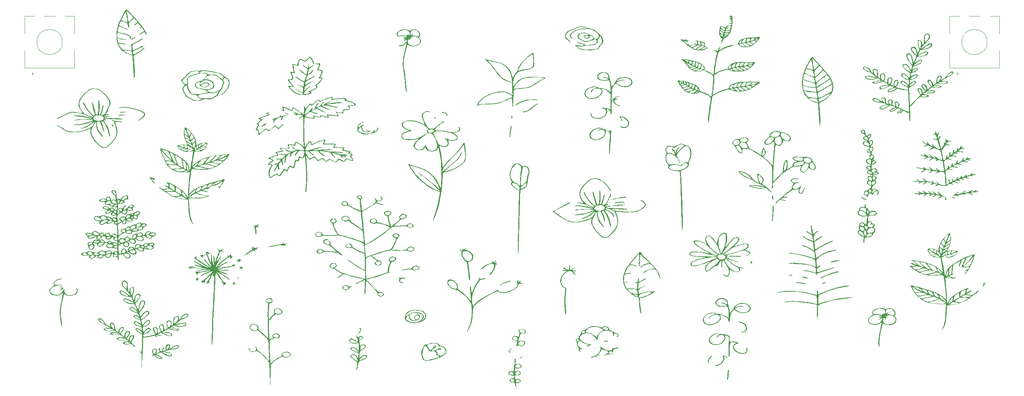
<source format=gbr>
%TF.GenerationSoftware,KiCad,Pcbnew,(6.0.7)*%
%TF.CreationDate,2022-10-26T22:57:38+02:00*%
%TF.ProjectId,the PETER keyboard,74686520-5045-4544-9552-206b6579626f,rev?*%
%TF.SameCoordinates,Original*%
%TF.FileFunction,Legend,Top*%
%TF.FilePolarity,Positive*%
%FSLAX46Y46*%
G04 Gerber Fmt 4.6, Leading zero omitted, Abs format (unit mm)*
G04 Created by KiCad (PCBNEW (6.0.7)) date 2022-10-26 22:57:38*
%MOMM*%
%LPD*%
G01*
G04 APERTURE LIST*
%ADD10C,0.120000*%
%ADD11C,3.000000*%
%ADD12C,1.750000*%
%ADD13C,3.987800*%
%ADD14C,3.048000*%
%ADD15R,2.000000X2.000000*%
%ADD16C,2.000000*%
%ADD17R,2.000000X3.200000*%
%ADD18C,0.650000*%
%ADD19O,1.000000X1.600000*%
%ADD20O,1.000000X2.100000*%
G04 APERTURE END LIST*
%TO.C,G\u002A\u002A\u002A*%
G36*
X144045286Y-136492539D02*
G01*
X144305967Y-136343246D01*
X144592846Y-136299819D01*
X144650428Y-136308591D01*
X144834888Y-136316713D01*
X144890287Y-136202439D01*
X144890958Y-136167562D01*
X144854376Y-135866628D01*
X144736122Y-135704307D01*
X144513663Y-135657084D01*
X144407861Y-135663311D01*
X144040519Y-135629228D01*
X143755471Y-135477727D01*
X143584160Y-135254831D01*
X143562921Y-135053026D01*
X143761501Y-135053026D01*
X143817658Y-135275058D01*
X143875605Y-135342414D01*
X144131517Y-135487284D01*
X144415206Y-135506358D01*
X144648301Y-135409025D01*
X144748805Y-135237800D01*
X144714171Y-135013338D01*
X145171550Y-135013338D01*
X145193255Y-135234741D01*
X145363554Y-135419258D01*
X145652138Y-135511770D01*
X145716012Y-135514399D01*
X145955263Y-135461346D01*
X146134693Y-135376121D01*
X146335003Y-135174456D01*
X146292716Y-134962852D01*
X146155911Y-134831669D01*
X145844754Y-134695087D01*
X145515615Y-134718219D01*
X145328752Y-134810170D01*
X145171550Y-135013338D01*
X144714171Y-135013338D01*
X144708165Y-134974417D01*
X144503892Y-134813763D01*
X144183559Y-134779089D01*
X143892623Y-134870956D01*
X143761501Y-135053026D01*
X143562921Y-135053026D01*
X143558031Y-135006567D01*
X143708529Y-134778958D01*
X143772674Y-134733599D01*
X144069696Y-134620754D01*
X144378377Y-134605208D01*
X144601207Y-134690901D01*
X144610106Y-134699761D01*
X144676931Y-134688820D01*
X144745670Y-134543355D01*
X144808163Y-134295806D01*
X144856250Y-133978613D01*
X144881770Y-133624214D01*
X144881928Y-133619165D01*
X144877862Y-133438435D01*
X145155184Y-133438435D01*
X145170853Y-133574707D01*
X145313438Y-133701495D01*
X145328752Y-133712049D01*
X145662066Y-133830774D01*
X146069029Y-133808226D01*
X146243923Y-133756854D01*
X146421717Y-133609393D01*
X146479971Y-133390457D01*
X146407882Y-133178201D01*
X146333587Y-133108083D01*
X146116084Y-133038235D01*
X145792817Y-133007862D01*
X145781046Y-133007820D01*
X145470588Y-133037776D01*
X145300431Y-133153226D01*
X145255950Y-133222141D01*
X145155184Y-133438435D01*
X144877862Y-133438435D01*
X144876976Y-133399071D01*
X144811419Y-133299928D01*
X144636374Y-133275773D01*
X144517963Y-133276943D01*
X144111713Y-133213959D01*
X143812968Y-133036817D01*
X143650407Y-132789522D01*
X143651395Y-132671968D01*
X143802306Y-132671968D01*
X143931011Y-132920389D01*
X144037818Y-133007820D01*
X144345900Y-133155166D01*
X144616584Y-133142051D01*
X144746087Y-133074662D01*
X144892773Y-132887527D01*
X144898921Y-132665092D01*
X144793783Y-132450473D01*
X144606609Y-132286782D01*
X144366651Y-132217135D01*
X144184459Y-132246866D01*
X143889595Y-132432898D01*
X143802306Y-132671968D01*
X143651395Y-132671968D01*
X143652706Y-132516077D01*
X143848544Y-132260487D01*
X143853219Y-132256925D01*
X144184496Y-132109631D01*
X144545829Y-132121802D01*
X144791424Y-132227020D01*
X144941711Y-132306902D01*
X145005751Y-132272924D01*
X145024658Y-132099391D01*
X145025374Y-132080803D01*
X145039697Y-131864621D01*
X145068347Y-131541926D01*
X145105869Y-131172761D01*
X145106906Y-131163310D01*
X145506533Y-131163310D01*
X145522103Y-131372477D01*
X145584613Y-131448171D01*
X145823682Y-131509772D01*
X146144611Y-131484378D01*
X146436067Y-131387229D01*
X146534259Y-131318177D01*
X146709575Y-131041880D01*
X146655684Y-130795666D01*
X146403238Y-130611790D01*
X146180839Y-130524354D01*
X146029918Y-130533601D01*
X145848458Y-130653948D01*
X145792661Y-130698076D01*
X145602689Y-130916984D01*
X145506533Y-131163310D01*
X145106906Y-131163310D01*
X145117415Y-131067525D01*
X145198822Y-130338742D01*
X144756708Y-130387114D01*
X144259055Y-130384687D01*
X143897975Y-130247121D01*
X143673704Y-130003612D01*
X143585048Y-129797982D01*
X143593683Y-129772082D01*
X143795457Y-129772082D01*
X143863912Y-130011146D01*
X144101119Y-130183530D01*
X144220991Y-130234295D01*
X144413868Y-130307656D01*
X144538490Y-130319701D01*
X144719166Y-130270833D01*
X144828750Y-130236259D01*
X145118067Y-130074942D01*
X145216605Y-129861731D01*
X145134435Y-129639804D01*
X144881631Y-129452338D01*
X144626311Y-129368485D01*
X144323272Y-129377035D01*
X144026025Y-129491731D01*
X143828103Y-129667138D01*
X143795457Y-129772082D01*
X143593683Y-129772082D01*
X143639534Y-129634552D01*
X143719558Y-129542206D01*
X144048716Y-129332843D01*
X144464224Y-129266555D01*
X144906386Y-129352485D01*
X144921219Y-129358208D01*
X145109599Y-129426931D01*
X145233587Y-129438334D01*
X145312655Y-129367761D01*
X145366270Y-129190556D01*
X145413905Y-128882063D01*
X145437143Y-128704860D01*
X145487275Y-128354313D01*
X145535059Y-128066083D01*
X145880145Y-128066083D01*
X145962303Y-128285415D01*
X146113780Y-128412425D01*
X146412843Y-128555348D01*
X146701596Y-128545264D01*
X147026671Y-128380252D01*
X147035196Y-128374447D01*
X147264433Y-128133878D01*
X147314254Y-127884302D01*
X147201399Y-127667783D01*
X146942604Y-127526387D01*
X146685105Y-127494626D01*
X146340149Y-127541349D01*
X146094206Y-127702691D01*
X146009946Y-127801176D01*
X145880145Y-128066083D01*
X145535059Y-128066083D01*
X145542261Y-128022642D01*
X145584863Y-127806669D01*
X145618927Y-127602678D01*
X145562743Y-127514554D01*
X145369592Y-127493731D01*
X145283443Y-127493346D01*
X144909978Y-127418138D01*
X144600274Y-127225829D01*
X144422805Y-126966392D01*
X144404164Y-126851636D01*
X144410701Y-126836910D01*
X144605487Y-126836910D01*
X144673137Y-127061808D01*
X144888839Y-127257970D01*
X145234936Y-127384186D01*
X145387193Y-127404498D01*
X145520067Y-127358161D01*
X145600895Y-127309531D01*
X145730844Y-127115559D01*
X145716479Y-126859576D01*
X145565505Y-126610357D01*
X145517548Y-126565640D01*
X145320894Y-126435003D01*
X145125151Y-126428033D01*
X144984975Y-126465757D01*
X144703547Y-126624490D01*
X144605487Y-126836910D01*
X144410701Y-126836910D01*
X144489018Y-126660491D01*
X144695408Y-126456248D01*
X144951084Y-126296973D01*
X145165192Y-126240057D01*
X145381016Y-126285098D01*
X145599073Y-126370568D01*
X145754733Y-126440816D01*
X145855463Y-126447768D01*
X145933857Y-126364630D01*
X146022508Y-126164611D01*
X146101797Y-125957315D01*
X146163553Y-125686990D01*
X146092827Y-125464928D01*
X146035508Y-125381754D01*
X145935044Y-125136662D01*
X146128287Y-125136662D01*
X146232825Y-125344954D01*
X146511979Y-125526102D01*
X146724357Y-125595913D01*
X146976120Y-125642123D01*
X147147714Y-125597890D01*
X147265153Y-125523892D01*
X147424995Y-125316099D01*
X147408793Y-125081945D01*
X147247161Y-124875547D01*
X146970710Y-124751021D01*
X146819518Y-124736110D01*
X146425919Y-124793522D01*
X146194080Y-124939945D01*
X146128287Y-125136662D01*
X145935044Y-125136662D01*
X145923004Y-125107289D01*
X145999859Y-124883178D01*
X146217583Y-124721815D01*
X146527691Y-124635594D01*
X146881695Y-124636908D01*
X147231106Y-124738149D01*
X147527438Y-124951712D01*
X147562147Y-124991547D01*
X147670482Y-125169434D01*
X147639653Y-125333735D01*
X147565671Y-125451086D01*
X147405676Y-125617774D01*
X147172814Y-125696838D01*
X146892408Y-125722112D01*
X146390650Y-125747258D01*
X146184231Y-126432309D01*
X146079602Y-126781697D01*
X145987302Y-127093722D01*
X145924003Y-127311929D01*
X145915092Y-127343657D01*
X145852373Y-127569954D01*
X146233034Y-127440023D01*
X146721972Y-127355251D01*
X147203304Y-127437482D01*
X147333014Y-127488749D01*
X147464205Y-127634314D01*
X147503415Y-127870358D01*
X147455625Y-128133988D01*
X147325816Y-128362311D01*
X147258903Y-128424563D01*
X146864880Y-128643325D01*
X146476626Y-128695468D01*
X146097064Y-128584287D01*
X145859745Y-128486806D01*
X145716383Y-128469677D01*
X145707615Y-128475875D01*
X145675837Y-128581901D01*
X145635411Y-128813336D01*
X145593080Y-129128815D01*
X145574936Y-129289728D01*
X145529952Y-129674395D01*
X145480409Y-130037424D01*
X145435077Y-130316063D01*
X145423160Y-130375912D01*
X145384358Y-130584043D01*
X145406624Y-130653311D01*
X145513159Y-130609939D01*
X145589485Y-130563906D01*
X145955636Y-130426551D01*
X146314689Y-130434712D01*
X146615231Y-130569570D01*
X146805849Y-130812309D01*
X146846472Y-131023960D01*
X146742022Y-131330812D01*
X146455740Y-131546330D01*
X146028222Y-131648189D01*
X145716905Y-131645108D01*
X145258972Y-131603327D01*
X145258972Y-132002695D01*
X145242856Y-132305403D01*
X145202484Y-132583581D01*
X145184617Y-132656435D01*
X145110262Y-132910807D01*
X145602738Y-132865612D01*
X145963206Y-132854090D01*
X146217182Y-132920812D01*
X146409785Y-133035649D01*
X146621863Y-133225712D01*
X146722963Y-133404735D01*
X146724357Y-133421785D01*
X146615247Y-133650992D01*
X146339069Y-133840217D01*
X145972551Y-133959452D01*
X145592420Y-133978690D01*
X145407804Y-133936682D01*
X145246547Y-133897686D01*
X145157543Y-133958516D01*
X145094260Y-134152030D01*
X145092486Y-134159347D01*
X145024347Y-134468488D01*
X145017425Y-134639097D01*
X145087479Y-134696827D01*
X145250268Y-134667331D01*
X145378756Y-134625369D01*
X145802646Y-134551672D01*
X146154755Y-134622619D01*
X146388431Y-134821377D01*
X146455032Y-135013677D01*
X146408488Y-135333164D01*
X146190795Y-135539640D01*
X145822675Y-135623483D01*
X145324851Y-135575071D01*
X145271444Y-135563216D01*
X145076522Y-135530046D01*
X145018077Y-135583755D01*
X145056551Y-135761870D01*
X145057743Y-135765950D01*
X145115673Y-136055512D01*
X145136857Y-136321533D01*
X145152034Y-136507334D01*
X145224108Y-136559885D01*
X145373059Y-136519970D01*
X145786193Y-136437693D01*
X146130968Y-136512550D01*
X146313144Y-136647541D01*
X146438687Y-136803054D01*
X146444833Y-136936215D01*
X146332356Y-137128081D01*
X146317935Y-137148857D01*
X146147349Y-137343139D01*
X145939551Y-137423081D01*
X145688352Y-137436110D01*
X145406607Y-137451754D01*
X145267550Y-137490254D01*
X145264290Y-137498774D01*
X145289046Y-137613360D01*
X145344803Y-137826000D01*
X145370009Y-137916537D01*
X145411036Y-138131128D01*
X145397208Y-138257442D01*
X145374393Y-138271636D01*
X145286764Y-138199453D01*
X145208874Y-138025380D01*
X145207617Y-138020978D01*
X145128894Y-137741813D01*
X145068058Y-137525775D01*
X144994940Y-137360410D01*
X144848782Y-137308685D01*
X144604461Y-137325065D01*
X144249830Y-137321860D01*
X144016426Y-137201263D01*
X143861126Y-136939901D01*
X143852767Y-136917643D01*
X143859456Y-136846938D01*
X144056656Y-136846938D01*
X144089965Y-136982026D01*
X144197748Y-137138198D01*
X144413603Y-137174806D01*
X144500010Y-137169832D01*
X144744512Y-137118001D01*
X144849329Y-136978927D01*
X144868333Y-136885901D01*
X144863790Y-136860029D01*
X145293817Y-136860029D01*
X145329346Y-137095833D01*
X145354547Y-137137187D01*
X145548627Y-137315878D01*
X145783711Y-137329894D01*
X146043609Y-137192342D01*
X146193307Y-136995147D01*
X146215179Y-136837243D01*
X146127693Y-136692084D01*
X145900173Y-136643725D01*
X145821800Y-136642360D01*
X145465582Y-136700808D01*
X145293817Y-136860029D01*
X144863790Y-136860029D01*
X144826568Y-136648049D01*
X144657711Y-136490240D01*
X144409823Y-136450987D01*
X144341892Y-136464012D01*
X144113603Y-136604585D01*
X144056656Y-136846938D01*
X143859456Y-136846938D01*
X143873365Y-136699927D01*
X144045286Y-136492539D01*
G37*
G36*
X88158166Y-120008576D02*
G01*
X88431469Y-119825850D01*
X88802015Y-119743726D01*
X89225005Y-119778082D01*
X89655644Y-119944792D01*
X89768047Y-120014986D01*
X90016699Y-120291841D01*
X90060183Y-120606797D01*
X89898758Y-120907572D01*
X89763080Y-121021815D01*
X89429744Y-121170696D01*
X89053249Y-121226807D01*
X88726104Y-121180973D01*
X88632497Y-121133916D01*
X88531673Y-121083393D01*
X88425746Y-121089884D01*
X88290055Y-121171882D01*
X88099935Y-121347882D01*
X87830724Y-121636380D01*
X87564909Y-121934501D01*
X86859294Y-122732470D01*
X86875662Y-124340046D01*
X86884976Y-124890749D01*
X86900747Y-125429195D01*
X86921321Y-125915478D01*
X86945044Y-126309688D01*
X86967215Y-126548772D01*
X87042400Y-127149922D01*
X87507880Y-126882983D01*
X87786970Y-126695803D01*
X87877539Y-126567256D01*
X87857993Y-126536669D01*
X87748173Y-126357223D01*
X87771747Y-126146303D01*
X87899869Y-126146303D01*
X87931230Y-126311422D01*
X87966489Y-126368167D01*
X88171524Y-126555984D01*
X88382739Y-126654965D01*
X88622478Y-126718334D01*
X88758645Y-126724996D01*
X88917420Y-126674935D01*
X88971808Y-126654880D01*
X89140316Y-126511011D01*
X89210201Y-126286755D01*
X89172265Y-126057228D01*
X89061472Y-125922557D01*
X88777397Y-125832323D01*
X88420463Y-125845319D01*
X88100973Y-125954236D01*
X88047465Y-125989739D01*
X87899869Y-126146303D01*
X87771747Y-126146303D01*
X87774795Y-126119035D01*
X87922451Y-125894243D01*
X88009883Y-125825549D01*
X88398192Y-125670237D01*
X88793902Y-125658534D01*
X89139504Y-125772950D01*
X89377489Y-125995999D01*
X89452241Y-126264141D01*
X89398915Y-126572460D01*
X89217063Y-126748558D01*
X88873877Y-126813952D01*
X88618050Y-126811217D01*
X88250316Y-126808805D01*
X87966629Y-126862859D01*
X87657892Y-126999425D01*
X87520716Y-127073192D01*
X86993518Y-127363235D01*
X87068500Y-129830429D01*
X87089725Y-130469912D01*
X87112923Y-131066740D01*
X87136906Y-131597148D01*
X87160484Y-132037366D01*
X87182471Y-132363629D01*
X87201678Y-132552168D01*
X87205663Y-132573932D01*
X87267843Y-132850242D01*
X87577997Y-132532156D01*
X88043851Y-132119371D01*
X88608987Y-131715434D01*
X89187975Y-131379013D01*
X89410165Y-131273942D01*
X89714388Y-131129302D01*
X89851573Y-131010626D01*
X89869663Y-130864577D01*
X89853040Y-130781236D01*
X89849070Y-130681296D01*
X90062818Y-130681296D01*
X90163638Y-130958712D01*
X90427749Y-131149536D01*
X90797633Y-131238578D01*
X91215768Y-131210648D01*
X91572792Y-131080045D01*
X91836995Y-130858803D01*
X91861859Y-130618223D01*
X91647030Y-130373414D01*
X91590255Y-130334775D01*
X91211386Y-130179157D01*
X90808261Y-130148422D01*
X90441850Y-130228738D01*
X90173127Y-130406270D01*
X90063064Y-130667188D01*
X90062818Y-130681296D01*
X89849070Y-130681296D01*
X89844880Y-130575792D01*
X89965389Y-130402912D01*
X90160482Y-130254459D01*
X90573985Y-130052430D01*
X91013507Y-130009118D01*
X91516287Y-130121142D01*
X91539513Y-130129256D01*
X91903281Y-130334248D01*
X92068572Y-130594539D01*
X92037836Y-130870431D01*
X91813522Y-131122225D01*
X91467953Y-131289129D01*
X91088812Y-131393147D01*
X90797648Y-131405616D01*
X90478514Y-131326949D01*
X90380505Y-131292995D01*
X90109722Y-131214713D01*
X89904659Y-131231463D01*
X89711883Y-131307772D01*
X89272160Y-131539088D01*
X88763886Y-131858566D01*
X88258865Y-132217611D01*
X87828900Y-132567628D01*
X87767199Y-132623889D01*
X87315222Y-133044994D01*
X87250736Y-135637427D01*
X87234019Y-136257734D01*
X87216778Y-136804239D01*
X87199744Y-137260179D01*
X87183655Y-137608787D01*
X87169242Y-137833299D01*
X87157242Y-137916951D01*
X87151811Y-137895649D01*
X87139852Y-137727785D01*
X87122941Y-137417228D01*
X87102199Y-136988341D01*
X87078748Y-136465485D01*
X87053708Y-135873023D01*
X87028201Y-135235314D01*
X87022179Y-135079401D01*
X86926985Y-132597363D01*
X86342415Y-131904401D01*
X85804688Y-131294347D01*
X85300107Y-130775270D01*
X84847563Y-130364948D01*
X84465945Y-130081161D01*
X84314188Y-129995439D01*
X84055279Y-129880689D01*
X83867353Y-129860308D01*
X83625538Y-129928973D01*
X83534515Y-129962198D01*
X83225969Y-130055478D01*
X82976014Y-130057004D01*
X82743733Y-130002147D01*
X82369393Y-129821468D01*
X82117902Y-129554853D01*
X82008241Y-129250313D01*
X82010059Y-129239846D01*
X82174928Y-129239846D01*
X82271612Y-129531434D01*
X82295985Y-129565615D01*
X82586167Y-129805794D01*
X82959493Y-129916646D01*
X83353721Y-129888119D01*
X83611616Y-129778094D01*
X83784676Y-129572847D01*
X83829361Y-129297300D01*
X83735285Y-129027465D01*
X83717485Y-129003260D01*
X83524996Y-128865986D01*
X83229744Y-128748163D01*
X82824588Y-128704417D01*
X82488806Y-128793604D01*
X82259789Y-128982991D01*
X82174928Y-129239846D01*
X82010059Y-129239846D01*
X82059388Y-128955860D01*
X82247434Y-128746636D01*
X82616190Y-128595449D01*
X83031081Y-128577684D01*
X83438268Y-128674301D01*
X83783916Y-128866257D01*
X84014187Y-129134510D01*
X84079164Y-129394511D01*
X84113098Y-129630707D01*
X84247214Y-129770935D01*
X84398293Y-129837888D01*
X84669413Y-129990070D01*
X85025492Y-130270480D01*
X85443229Y-130657554D01*
X85899328Y-131129728D01*
X86362221Y-131655610D01*
X86902711Y-132297623D01*
X86821168Y-129749268D01*
X86800229Y-129026000D01*
X86782503Y-128446106D01*
X86758563Y-127986078D01*
X86718985Y-127622409D01*
X86654341Y-127331590D01*
X86555206Y-127090114D01*
X86412154Y-126874473D01*
X86215760Y-126661159D01*
X85956596Y-126426665D01*
X85625237Y-126147484D01*
X85250802Y-125832898D01*
X84163305Y-124909116D01*
X83818870Y-125048327D01*
X83406375Y-125134153D01*
X83013174Y-125074725D01*
X82676643Y-124891435D01*
X82434155Y-124605676D01*
X82323082Y-124238841D01*
X82320365Y-124190581D01*
X82322650Y-124157839D01*
X82495133Y-124157839D01*
X82567793Y-124456405D01*
X82763486Y-124733617D01*
X83034105Y-124922824D01*
X83353839Y-124984325D01*
X83702026Y-124923648D01*
X83887414Y-124826147D01*
X84042877Y-124638396D01*
X84153588Y-124381617D01*
X84165405Y-124331183D01*
X84181345Y-124084820D01*
X84080947Y-123910274D01*
X83916376Y-123781606D01*
X83519333Y-123601873D01*
X83102947Y-123587502D01*
X82763067Y-123696439D01*
X82556544Y-123887868D01*
X82495133Y-124157839D01*
X82322650Y-124157839D01*
X82338920Y-123924746D01*
X82443102Y-123748521D01*
X82651118Y-123600958D01*
X82964544Y-123449034D01*
X83252142Y-123410302D01*
X83607394Y-123478985D01*
X83777448Y-123531356D01*
X84161399Y-123741737D01*
X84367302Y-124055536D01*
X84382858Y-124453439D01*
X84378449Y-124475053D01*
X84361292Y-124635803D01*
X84407943Y-124778717D01*
X84547649Y-124943884D01*
X84809656Y-125171395D01*
X84995563Y-125320978D01*
X85385001Y-125642109D01*
X85777055Y-125983459D01*
X86093205Y-126276467D01*
X86119895Y-126302721D01*
X86379617Y-126538934D01*
X86591140Y-126693131D01*
X86726502Y-126750599D01*
X86757740Y-126696622D01*
X86724160Y-126620711D01*
X86699099Y-126495323D01*
X86675113Y-126224461D01*
X86652547Y-125829757D01*
X86631741Y-125332842D01*
X86613039Y-124755347D01*
X86596784Y-124118904D01*
X86583317Y-123445143D01*
X86572981Y-122755697D01*
X86566118Y-122072195D01*
X86563072Y-121416270D01*
X86564184Y-120809552D01*
X86569797Y-120273672D01*
X86580253Y-119830263D01*
X86595895Y-119500954D01*
X86609163Y-119357109D01*
X86715512Y-118531728D01*
X86374261Y-118298241D01*
X86099051Y-118040031D01*
X86085688Y-117948530D01*
X86190077Y-117948530D01*
X86372061Y-118122670D01*
X86454864Y-118181026D01*
X86811610Y-118351524D01*
X87137335Y-118361420D01*
X87414906Y-118210704D01*
X87444304Y-118181679D01*
X87563213Y-117942360D01*
X87490567Y-117728104D01*
X87279005Y-117566944D01*
X86981164Y-117486918D01*
X86649681Y-117516059D01*
X86406754Y-117629075D01*
X86203189Y-117801751D01*
X86190077Y-117948530D01*
X86085688Y-117948530D01*
X86063483Y-117796477D01*
X86266783Y-117552810D01*
X86332748Y-117505009D01*
X86714618Y-117333109D01*
X87093527Y-117308237D01*
X87420431Y-117413316D01*
X87646282Y-117631272D01*
X87722036Y-117945029D01*
X87718791Y-117987567D01*
X87657572Y-118233883D01*
X87503158Y-118385319D01*
X87315222Y-118469954D01*
X87154217Y-118536330D01*
X87045404Y-118613087D01*
X86974119Y-118733815D01*
X86925697Y-118932105D01*
X86885475Y-119241544D01*
X86856536Y-119520609D01*
X86820040Y-120008306D01*
X86797112Y-120576503D01*
X86790507Y-121138760D01*
X86795479Y-121435781D01*
X86826761Y-122438412D01*
X87237598Y-121937096D01*
X87496987Y-121633784D01*
X87757660Y-121350025D01*
X87933395Y-121175521D01*
X88115135Y-120980762D01*
X88152112Y-120813880D01*
X88082473Y-120612337D01*
X88039765Y-120353878D01*
X88201716Y-120353878D01*
X88243090Y-120588726D01*
X88468357Y-120880848D01*
X88825439Y-121039091D01*
X89280325Y-121052261D01*
X89512666Y-121006622D01*
X89752528Y-120865897D01*
X89855165Y-120640918D01*
X89825952Y-120383095D01*
X89670267Y-120143836D01*
X89405167Y-119978730D01*
X88965632Y-119889213D01*
X88587957Y-119937954D01*
X88318026Y-120100870D01*
X88201716Y-120353878D01*
X88039765Y-120353878D01*
X88026902Y-120276031D01*
X88158166Y-120008576D01*
G37*
G36*
X196912679Y-119592230D02*
G01*
X196913780Y-119576193D01*
X197016236Y-119330214D01*
X197288618Y-119059066D01*
X197678445Y-118806628D01*
X198012818Y-118657252D01*
X198612217Y-118513116D01*
X199204263Y-118500969D01*
X199757207Y-118601548D01*
X200239302Y-118795589D01*
X200618800Y-119063830D01*
X200863952Y-119387008D01*
X200943010Y-119745859D01*
X200824227Y-120121121D01*
X200700016Y-120287696D01*
X200276177Y-120622367D01*
X199746275Y-120820184D01*
X199145661Y-120880536D01*
X198509685Y-120802812D01*
X197873696Y-120586402D01*
X197435198Y-120344090D01*
X196910040Y-119999802D01*
X196682489Y-120258252D01*
X196463093Y-120553701D01*
X196293656Y-120899916D01*
X196156722Y-121339201D01*
X196064860Y-121755149D01*
X196009854Y-122106656D01*
X195970236Y-122500055D01*
X195946587Y-122901115D01*
X195939489Y-123275608D01*
X195949524Y-123589304D01*
X195977273Y-123807975D01*
X196023319Y-123897390D01*
X196028443Y-123897926D01*
X196267966Y-123819325D01*
X196485737Y-123635025D01*
X196592573Y-123456527D01*
X196778828Y-123254175D01*
X197141576Y-123077797D01*
X197613095Y-122951645D01*
X198125659Y-122899968D01*
X198147404Y-122899787D01*
X198673415Y-122967746D01*
X199134733Y-123156522D01*
X199516620Y-123436535D01*
X199804340Y-123778207D01*
X199983155Y-124151959D01*
X200038328Y-124528211D01*
X199955121Y-124877384D01*
X199718798Y-125169900D01*
X199371772Y-125357205D01*
X198830706Y-125465961D01*
X198246796Y-125448902D01*
X197670077Y-125324913D01*
X197150583Y-125112881D01*
X196738348Y-124831692D01*
X196483405Y-124500231D01*
X196425318Y-124245030D01*
X196417056Y-124065604D01*
X196676935Y-124065604D01*
X196694787Y-124367741D01*
X196822932Y-124654753D01*
X196924792Y-124768488D01*
X197339991Y-125028514D01*
X197864760Y-125214073D01*
X198426211Y-125310482D01*
X198951458Y-125303063D01*
X199240736Y-125234949D01*
X199515268Y-125058574D01*
X199732105Y-124786018D01*
X199838508Y-124488168D01*
X199841867Y-124426936D01*
X199757182Y-124117903D01*
X199543418Y-123770320D01*
X199251894Y-123458286D01*
X199084419Y-123333294D01*
X198633443Y-123147305D01*
X198102324Y-123073563D01*
X197570928Y-123112669D01*
X197119125Y-123265225D01*
X197032789Y-123317840D01*
X196835903Y-123488882D01*
X196810361Y-123598704D01*
X196956412Y-123622171D01*
X197029891Y-123609453D01*
X197398266Y-123597292D01*
X197845677Y-123673197D01*
X198269046Y-123813891D01*
X198499991Y-123941421D01*
X198682860Y-124093889D01*
X198682357Y-124144228D01*
X198510557Y-124090515D01*
X198270850Y-123977906D01*
X197925168Y-123850833D01*
X197523386Y-123770016D01*
X197143348Y-123743404D01*
X196862896Y-123778946D01*
X196781174Y-123825783D01*
X196676935Y-124065604D01*
X196417056Y-124065604D01*
X196416693Y-124057726D01*
X196361713Y-124013287D01*
X196216725Y-124087480D01*
X196181087Y-124109465D01*
X196099313Y-124169447D01*
X196038110Y-124249489D01*
X195994518Y-124372584D01*
X195965574Y-124561722D01*
X195948317Y-124839896D01*
X195939784Y-125230098D01*
X195937015Y-125755319D01*
X195936857Y-126005288D01*
X195937644Y-126586139D01*
X195941904Y-127019889D01*
X195952487Y-127326540D01*
X195972243Y-127526095D01*
X196004021Y-127638558D01*
X196050670Y-127683932D01*
X196115040Y-127682220D01*
X196173059Y-127663391D01*
X196638914Y-127581795D01*
X197159858Y-127636117D01*
X197492271Y-127742441D01*
X197938551Y-127862411D01*
X198224963Y-127864215D01*
X198666069Y-127886688D01*
X199095929Y-128046169D01*
X199486461Y-128312956D01*
X199809579Y-128657348D01*
X200037199Y-129049644D01*
X200141236Y-129460145D01*
X200098273Y-129845313D01*
X199906133Y-130205836D01*
X199597561Y-130427308D01*
X199145235Y-130526266D01*
X198958874Y-130534868D01*
X198378518Y-130470096D01*
X197838060Y-130278155D01*
X197368137Y-129989505D01*
X196999390Y-129634604D01*
X196762455Y-129243914D01*
X196689196Y-128854405D01*
X196917663Y-128854405D01*
X197027253Y-129293712D01*
X197339173Y-129703794D01*
X197811923Y-130045863D01*
X198404003Y-130281132D01*
X198459173Y-130295125D01*
X198960362Y-130369522D01*
X199349791Y-130311192D01*
X199626948Y-130153808D01*
X199864462Y-129846342D01*
X199928351Y-129467991D01*
X199825862Y-129060166D01*
X199564240Y-128664274D01*
X199327976Y-128445061D01*
X198990493Y-128221523D01*
X198675819Y-128078550D01*
X198420322Y-128020307D01*
X198260368Y-128050958D01*
X198232325Y-128174668D01*
X198318554Y-128329465D01*
X198448641Y-128579747D01*
X198491639Y-128805151D01*
X198478314Y-128935557D01*
X198439287Y-128935856D01*
X198352304Y-128794132D01*
X198304332Y-128704860D01*
X198102356Y-128371192D01*
X197917220Y-128183695D01*
X197721749Y-128124170D01*
X197503836Y-128168811D01*
X197131713Y-128361650D01*
X196951193Y-128620333D01*
X196917663Y-128854405D01*
X196689196Y-128854405D01*
X196687971Y-128847892D01*
X196806578Y-128477000D01*
X196840385Y-128428748D01*
X197052648Y-128219427D01*
X197293857Y-128073306D01*
X197303398Y-128069693D01*
X197486384Y-127990224D01*
X197461335Y-127923472D01*
X197339851Y-127858335D01*
X197052016Y-127774905D01*
X196730607Y-127744004D01*
X196535365Y-127744542D01*
X196376505Y-127756646D01*
X196249808Y-127796050D01*
X196151055Y-127878488D01*
X196076027Y-128019694D01*
X196020507Y-128235404D01*
X195980277Y-128541350D01*
X195951117Y-128953268D01*
X195928810Y-129486892D01*
X195909136Y-130157956D01*
X195890587Y-130877228D01*
X195859380Y-131911151D01*
X195821088Y-132879525D01*
X195776685Y-133770079D01*
X195727143Y-134570542D01*
X195673438Y-135268641D01*
X195616542Y-135852107D01*
X195557430Y-136308666D01*
X195497075Y-136626049D01*
X195436452Y-136791983D01*
X195419816Y-136809465D01*
X195364253Y-136780801D01*
X195341625Y-136595413D01*
X195351705Y-136249738D01*
X195368936Y-136015715D01*
X195419979Y-135356402D01*
X195464210Y-134690164D01*
X195500747Y-134040433D01*
X195528708Y-133430638D01*
X195547212Y-132884210D01*
X195555376Y-132424580D01*
X195552319Y-132075178D01*
X195537159Y-131859434D01*
X195527056Y-131814548D01*
X195393541Y-131603809D01*
X195170675Y-131380147D01*
X194918339Y-131193095D01*
X194696417Y-131092187D01*
X194646408Y-131086110D01*
X194541111Y-131116802D01*
X194578058Y-131235943D01*
X194611491Y-131288511D01*
X194694735Y-131586672D01*
X194628817Y-131958542D01*
X194429166Y-132354369D01*
X194189733Y-132648550D01*
X193798058Y-132958542D01*
X193309143Y-133216586D01*
X192786952Y-133398280D01*
X192295451Y-133479219D01*
X192039410Y-133468899D01*
X191519804Y-133313553D01*
X191080223Y-133040839D01*
X190800827Y-132700493D01*
X190800755Y-132700344D01*
X190735840Y-132360840D01*
X190952042Y-132360840D01*
X191047361Y-132713413D01*
X191218986Y-132916920D01*
X191662449Y-133184339D01*
X192170813Y-133291934D01*
X192733610Y-133238829D01*
X193208397Y-133083281D01*
X193694397Y-132811073D01*
X194078043Y-132467237D01*
X194338701Y-132088217D01*
X194455735Y-131710460D01*
X194408508Y-131370412D01*
X194281375Y-131188253D01*
X193989221Y-131034653D01*
X193588652Y-131018190D01*
X193111579Y-131139232D01*
X193024603Y-131173745D01*
X192762191Y-131265547D01*
X192663163Y-131257251D01*
X192667750Y-131236097D01*
X192799995Y-131129868D01*
X193067081Y-130996081D01*
X193169136Y-130954441D01*
X193459440Y-130820197D01*
X193515429Y-130729785D01*
X193335619Y-130680435D01*
X193016264Y-130668659D01*
X192484694Y-130742318D01*
X191994460Y-130941454D01*
X191570819Y-131234471D01*
X191239030Y-131589772D01*
X191024351Y-131975760D01*
X190952042Y-132360840D01*
X190735840Y-132360840D01*
X190723069Y-132294048D01*
X190831201Y-131851989D01*
X191095712Y-131417346D01*
X191487161Y-131033299D01*
X191976107Y-130743025D01*
X192189343Y-130663788D01*
X192741699Y-130531793D01*
X193199181Y-130522647D01*
X193631784Y-130635914D01*
X193677722Y-130654520D01*
X194037166Y-130779927D01*
X194377646Y-130864296D01*
X194675337Y-130954976D01*
X195024887Y-131114486D01*
X195144968Y-131181989D01*
X195408540Y-131327592D01*
X195589923Y-131404181D01*
X195630850Y-131406886D01*
X195644743Y-131317422D01*
X195658388Y-131082110D01*
X195671185Y-130722208D01*
X195682537Y-130258975D01*
X195691845Y-129713667D01*
X195698510Y-129107542D01*
X195699585Y-128964837D01*
X195716184Y-126558459D01*
X195376270Y-126315705D01*
X195146262Y-126162607D01*
X194989527Y-126078509D01*
X194967003Y-126072952D01*
X194932346Y-126149315D01*
X194907683Y-126349708D01*
X194898260Y-126631089D01*
X194898263Y-126636932D01*
X194820472Y-127179923D01*
X194572157Y-127622579D01*
X194132879Y-127996395D01*
X193942012Y-128110300D01*
X193400862Y-128318601D01*
X192787758Y-128409512D01*
X192178973Y-128379063D01*
X191662818Y-128228933D01*
X191255387Y-127948174D01*
X191032938Y-127589895D01*
X191006679Y-127331270D01*
X191198818Y-127331270D01*
X191313392Y-127677875D01*
X191641619Y-127992625D01*
X191673999Y-128015167D01*
X191899768Y-128154959D01*
X192109216Y-128224774D01*
X192392740Y-128242288D01*
X192766908Y-128228893D01*
X193234587Y-128189774D01*
X193558826Y-128112197D01*
X193839664Y-127970794D01*
X193876418Y-127947548D01*
X194335203Y-127550899D01*
X194626123Y-127081323D01*
X194713021Y-126664399D01*
X194638205Y-126306599D01*
X194429777Y-126078004D01*
X194120918Y-125985754D01*
X193744806Y-126036986D01*
X193334623Y-126238837D01*
X193198776Y-126338649D01*
X192962465Y-126515163D01*
X192803997Y-126609819D01*
X192762313Y-126610195D01*
X192826720Y-126474619D01*
X192980490Y-126288796D01*
X193166048Y-126111483D01*
X193325821Y-126001434D01*
X193370639Y-125989399D01*
X193498007Y-125954890D01*
X193450837Y-125879239D01*
X193266601Y-125804258D01*
X193190289Y-125788160D01*
X192729874Y-125789896D01*
X192266867Y-125932238D01*
X191841675Y-126191296D01*
X191494705Y-126543181D01*
X191284486Y-126914925D01*
X191198818Y-127331270D01*
X191006679Y-127331270D01*
X190991576Y-127182519D01*
X191127407Y-126754466D01*
X191436534Y-126334158D01*
X191915064Y-125950014D01*
X191980692Y-125909494D01*
X192282975Y-125744573D01*
X192531526Y-125674679D01*
X192841980Y-125674446D01*
X192995338Y-125686904D01*
X193786149Y-125760677D01*
X194371695Y-125822652D01*
X194789650Y-125878195D01*
X195077688Y-125932671D01*
X195273483Y-125991446D01*
X195342487Y-126021183D01*
X195583156Y-126120579D01*
X195727784Y-126156504D01*
X195767015Y-126077833D01*
X195790569Y-125860520D01*
X195799940Y-125532613D01*
X195796622Y-125122163D01*
X195782108Y-124657217D01*
X195757891Y-124165827D01*
X195725467Y-123676040D01*
X195686327Y-123215907D01*
X195641967Y-122813476D01*
X195593879Y-122496797D01*
X195543558Y-122293919D01*
X195519529Y-122245816D01*
X195181841Y-121925966D01*
X194703655Y-121620911D01*
X194180253Y-121389020D01*
X194058288Y-121350679D01*
X193764638Y-121271022D01*
X193646003Y-121260350D01*
X193653544Y-121320824D01*
X193682185Y-121367333D01*
X193837791Y-121806426D01*
X193767868Y-122265931D01*
X193482001Y-122721029D01*
X192996694Y-123142182D01*
X192383290Y-123479047D01*
X191758719Y-123671732D01*
X191152238Y-123720990D01*
X190593103Y-123627570D01*
X190110572Y-123392224D01*
X189765644Y-123059254D01*
X189590342Y-122656664D01*
X189599867Y-122408012D01*
X189831544Y-122408012D01*
X189921478Y-122878072D01*
X190175635Y-123233477D01*
X190572146Y-123463864D01*
X191089144Y-123558875D01*
X191704761Y-123508147D01*
X192002558Y-123436612D01*
X192527387Y-123232127D01*
X192959154Y-122960120D01*
X193289904Y-122645132D01*
X193511681Y-122311706D01*
X193616529Y-121984381D01*
X193596494Y-121687700D01*
X193443620Y-121446203D01*
X193149952Y-121284433D01*
X192718858Y-121226899D01*
X192239981Y-121295210D01*
X191794466Y-121473799D01*
X191464841Y-121723147D01*
X191362806Y-121876227D01*
X191244800Y-122068403D01*
X191135701Y-122140839D01*
X191078290Y-122086794D01*
X191109113Y-121916208D01*
X191344308Y-121589000D01*
X191767143Y-121310524D01*
X192145341Y-121166203D01*
X192405803Y-121081390D01*
X192464871Y-121022915D01*
X192351167Y-120960935D01*
X192344613Y-120958413D01*
X191999949Y-120904681D01*
X191544023Y-120934429D01*
X191066911Y-121036551D01*
X190745982Y-121155535D01*
X190239475Y-121488684D01*
X189931866Y-121914859D01*
X189831544Y-122408012D01*
X189599867Y-122408012D01*
X189607404Y-122211263D01*
X189798587Y-121764856D01*
X190145651Y-121359250D01*
X190630355Y-121036251D01*
X190653127Y-121025270D01*
X191149115Y-120853045D01*
X191681502Y-120770276D01*
X192177361Y-120781136D01*
X192563766Y-120889795D01*
X192605831Y-120913577D01*
X192891094Y-121015440D01*
X193254158Y-121059733D01*
X193266486Y-121059794D01*
X193750585Y-121118725D01*
X194304248Y-121274768D01*
X194840448Y-121496797D01*
X195272158Y-121753687D01*
X195326472Y-121796567D01*
X195692626Y-122100499D01*
X195685733Y-120974390D01*
X195661197Y-120315804D01*
X195596435Y-119820935D01*
X195491115Y-119488642D01*
X195344906Y-119317781D01*
X195198209Y-119296568D01*
X194653092Y-119359197D01*
X194067372Y-119364877D01*
X193541099Y-119316150D01*
X193250318Y-119247109D01*
X192835981Y-119014235D01*
X192598013Y-118689442D01*
X192557877Y-118341993D01*
X192785648Y-118341993D01*
X192850465Y-118671034D01*
X192932269Y-118794676D01*
X193222958Y-119034399D01*
X193639328Y-119166501D01*
X194219872Y-119201709D01*
X194377315Y-119197363D01*
X194771954Y-119172784D01*
X195061458Y-119138418D01*
X195161371Y-119111661D01*
X195160291Y-119013109D01*
X195000513Y-118875439D01*
X194742036Y-118733921D01*
X194444861Y-118623822D01*
X194268769Y-118586972D01*
X193994664Y-118529674D01*
X193862945Y-118458676D01*
X193860895Y-118449920D01*
X193957944Y-118399122D01*
X194202334Y-118412178D01*
X194523931Y-118476894D01*
X194852604Y-118581076D01*
X195008237Y-118649401D01*
X195361829Y-118826858D01*
X195298196Y-118440584D01*
X195144026Y-118007982D01*
X194850383Y-117697870D01*
X194495614Y-117539028D01*
X194007991Y-117486462D01*
X193555510Y-117570733D01*
X193175844Y-117761584D01*
X192906666Y-118028757D01*
X192785648Y-118341993D01*
X192557877Y-118341993D01*
X192553920Y-118307737D01*
X192643507Y-118033735D01*
X192935437Y-117676092D01*
X193360079Y-117433853D01*
X193868517Y-117319968D01*
X194411837Y-117347390D01*
X194799496Y-117462872D01*
X195087531Y-117606753D01*
X195288383Y-117779769D01*
X195424938Y-118018590D01*
X195520085Y-118359886D01*
X195578974Y-118711674D01*
X195642486Y-119098021D01*
X195717748Y-119471496D01*
X195790459Y-119762533D01*
X195804014Y-119806504D01*
X195883020Y-120134786D01*
X195931688Y-120497355D01*
X195937250Y-120600254D01*
X195948280Y-121018018D01*
X196171017Y-120628317D01*
X196362412Y-120336755D01*
X196579028Y-120066569D01*
X196653767Y-119988775D01*
X196780990Y-119835412D01*
X197158011Y-119835412D01*
X197239818Y-119953463D01*
X197445942Y-120127307D01*
X197554886Y-120203465D01*
X198148188Y-120512481D01*
X198758847Y-120679014D01*
X199354019Y-120701203D01*
X199900859Y-120577183D01*
X200298287Y-120359056D01*
X200602604Y-120033931D01*
X200695032Y-119699586D01*
X200603715Y-119377645D01*
X200356798Y-119089731D01*
X199982427Y-118857468D01*
X199508747Y-118702480D01*
X198963903Y-118646390D01*
X198376039Y-118710821D01*
X198208167Y-118753231D01*
X197938769Y-118867684D01*
X197636489Y-119048240D01*
X197365617Y-119249259D01*
X197190442Y-119425104D01*
X197158011Y-119498718D01*
X197254191Y-119492834D01*
X197501581Y-119421871D01*
X197725718Y-119344614D01*
X198322129Y-119177324D01*
X198807483Y-119152696D01*
X199180103Y-119261485D01*
X199299696Y-119333221D01*
X199264809Y-119360524D01*
X199040789Y-119350904D01*
X198844004Y-119334329D01*
X198442641Y-119318479D01*
X198111167Y-119368585D01*
X197720860Y-119504310D01*
X197714437Y-119506883D01*
X197400754Y-119651135D01*
X197198962Y-119779404D01*
X197158011Y-119835412D01*
X196780990Y-119835412D01*
X196829258Y-119777226D01*
X196912679Y-119592230D01*
G37*
G36*
X97511857Y-134469991D02*
G01*
X97450799Y-134511768D01*
X97389741Y-134469991D01*
X97450799Y-134428215D01*
X97511857Y-134469991D01*
G37*
G36*
X106251026Y-130745911D02*
G01*
X106578614Y-130594889D01*
X106932729Y-130600824D01*
X107289787Y-130757125D01*
X107626204Y-131057200D01*
X107702590Y-131151635D01*
X108002408Y-131545649D01*
X108009438Y-131253215D01*
X108036310Y-130954946D01*
X108089888Y-130657033D01*
X108120370Y-130452237D01*
X108040353Y-130344971D01*
X107792365Y-130269647D01*
X107739965Y-130257690D01*
X107343197Y-130125559D01*
X106912249Y-129917838D01*
X106520504Y-129676904D01*
X106241343Y-129445132D01*
X106169580Y-129350842D01*
X106149202Y-129221936D01*
X106428807Y-129221936D01*
X106478629Y-129402560D01*
X106697920Y-129615825D01*
X106884212Y-129730430D01*
X107217561Y-129895809D01*
X107567603Y-130048749D01*
X107872018Y-130164476D01*
X108068486Y-130218217D01*
X108104898Y-130215695D01*
X108067063Y-130138153D01*
X107938787Y-129955144D01*
X107759442Y-129721147D01*
X107528438Y-129459771D01*
X107304169Y-129255663D01*
X107157361Y-129163809D01*
X106782051Y-129073770D01*
X106534574Y-129102743D01*
X106428807Y-129221936D01*
X106149202Y-129221936D01*
X106133181Y-129120588D01*
X106304124Y-128969138D01*
X106662689Y-128913752D01*
X106668995Y-128913741D01*
X107096200Y-128991835D01*
X107501762Y-129206692D01*
X107834776Y-129529174D01*
X107896210Y-129616204D01*
X108118643Y-129958149D01*
X108122550Y-129517828D01*
X108502241Y-129517828D01*
X108838059Y-129374442D01*
X109153268Y-129215153D01*
X109387578Y-129063142D01*
X109562422Y-128850400D01*
X109587589Y-128641291D01*
X109464272Y-128489997D01*
X109374252Y-128457938D01*
X109022068Y-128453218D01*
X108745121Y-128592844D01*
X108564749Y-128858177D01*
X108502241Y-129219716D01*
X108502241Y-129517828D01*
X108122550Y-129517828D01*
X108135895Y-128013905D01*
X107368837Y-128056033D01*
X106930237Y-128072672D01*
X106644023Y-128053259D01*
X106420439Y-127983544D01*
X106208741Y-127871879D01*
X105922269Y-127659580D01*
X105863412Y-127531951D01*
X106035088Y-127531951D01*
X106229247Y-127720655D01*
X106586955Y-127853907D01*
X107068128Y-127909416D01*
X107122892Y-127909830D01*
X107508360Y-127893775D01*
X107806946Y-127854658D01*
X107885296Y-127832018D01*
X107963377Y-127766030D01*
X107844968Y-127695860D01*
X107702123Y-127650583D01*
X107373554Y-127522890D01*
X107021661Y-127341491D01*
X106958182Y-127302804D01*
X106593210Y-127128329D01*
X106300249Y-127107754D01*
X106089661Y-127240998D01*
X106044560Y-127310091D01*
X106035088Y-127531951D01*
X105863412Y-127531951D01*
X105818834Y-127435286D01*
X105815703Y-127377301D01*
X105889421Y-127091746D01*
X106095748Y-126937157D01*
X106412440Y-126915276D01*
X106817254Y-127027844D01*
X107267431Y-127263577D01*
X107574195Y-127453647D01*
X107745903Y-127540586D01*
X107826316Y-127535085D01*
X107859192Y-127447836D01*
X107865909Y-127409794D01*
X107849705Y-127218708D01*
X107771441Y-126938586D01*
X107678030Y-126700284D01*
X107454849Y-126199655D01*
X106792946Y-126134480D01*
X106133582Y-126030851D01*
X105700840Y-125870631D01*
X105490160Y-125651124D01*
X105493159Y-125527392D01*
X105754645Y-125527392D01*
X105830572Y-125750768D01*
X106059934Y-125881259D01*
X106334918Y-125943454D01*
X106675272Y-125979329D01*
X106999252Y-125986141D01*
X107225112Y-125961146D01*
X107281087Y-125922237D01*
X107238085Y-125864070D01*
X107610814Y-125864070D01*
X108056528Y-125501066D01*
X108362237Y-125201039D01*
X108497974Y-124947232D01*
X108502241Y-124904249D01*
X108433102Y-124697761D01*
X108264062Y-124618498D01*
X108052687Y-124681817D01*
X107960265Y-124759684D01*
X107844411Y-124947626D01*
X107740886Y-125225465D01*
X107697482Y-125404531D01*
X107610814Y-125864070D01*
X107238085Y-125864070D01*
X107184081Y-125791021D01*
X106941713Y-125623907D01*
X106626958Y-125459875D01*
X106312795Y-125337908D01*
X106110186Y-125296779D01*
X105858481Y-125303975D01*
X105765781Y-125393808D01*
X105754645Y-125527392D01*
X105493159Y-125527392D01*
X105496982Y-125369632D01*
X105497528Y-125368136D01*
X105668362Y-125172363D01*
X105970712Y-125107408D01*
X106374820Y-125178599D01*
X106437977Y-125199788D01*
X106691671Y-125284667D01*
X106778780Y-125287603D01*
X106747754Y-125205883D01*
X106734112Y-125183205D01*
X106549237Y-124841748D01*
X106381437Y-124466443D01*
X106253098Y-124114160D01*
X106186607Y-123841769D01*
X106182049Y-123780760D01*
X106187338Y-123764989D01*
X106434168Y-123764989D01*
X106458511Y-123981978D01*
X106520940Y-124285368D01*
X106612776Y-124547779D01*
X106677465Y-124661448D01*
X106832667Y-124859867D01*
X106986529Y-124568219D01*
X107085838Y-124295257D01*
X107144307Y-123973310D01*
X107149682Y-123884626D01*
X107124915Y-123594914D01*
X107017760Y-123446776D01*
X106805055Y-123419673D01*
X106653657Y-123444704D01*
X106509115Y-123492755D01*
X106441326Y-123584722D01*
X106434168Y-123764989D01*
X106187338Y-123764989D01*
X106268799Y-123522105D01*
X106489212Y-123331587D01*
X106783528Y-123234138D01*
X107091990Y-123254688D01*
X107256664Y-123332425D01*
X107349524Y-123485510D01*
X107391691Y-123743034D01*
X107384906Y-124046228D01*
X107330910Y-124336323D01*
X107231444Y-124554549D01*
X107220030Y-124569004D01*
X107055512Y-124925061D01*
X107105125Y-125306280D01*
X107178573Y-125442376D01*
X107319718Y-125611659D01*
X107425589Y-125628966D01*
X107506320Y-125489012D01*
X107562835Y-125241917D01*
X107662240Y-124893179D01*
X107817679Y-124597756D01*
X108003379Y-124393525D01*
X108191366Y-124318346D01*
X108451172Y-124389524D01*
X108665118Y-124558385D01*
X108746472Y-124744761D01*
X108657281Y-125041859D01*
X108415375Y-125388887D01*
X108059251Y-125731818D01*
X108022183Y-125761204D01*
X107791158Y-125954576D01*
X107700869Y-126097545D01*
X107723522Y-126260649D01*
X107775383Y-126387539D01*
X107917080Y-126711129D01*
X108267398Y-126471438D01*
X108519697Y-126321084D01*
X108706413Y-126283789D01*
X108865267Y-126322394D01*
X109068447Y-126478387D01*
X109112818Y-126612573D01*
X109052578Y-126765911D01*
X108903998Y-126956386D01*
X108715290Y-127138006D01*
X108534668Y-127264776D01*
X108410343Y-127290704D01*
X108405154Y-127287664D01*
X108429680Y-127201462D01*
X108581627Y-127057188D01*
X108585326Y-127054366D01*
X108856250Y-126794844D01*
X108903889Y-126595674D01*
X108794142Y-126483113D01*
X108614281Y-126426581D01*
X108428798Y-126505292D01*
X108413897Y-126515353D01*
X108298081Y-126638889D01*
X108243372Y-126829556D01*
X108245629Y-127120720D01*
X108292490Y-127493346D01*
X108324984Y-127762588D01*
X108352322Y-128086803D01*
X108358871Y-128195605D01*
X108378443Y-128434422D01*
X108420140Y-128535029D01*
X108507845Y-128526318D01*
X108593828Y-128479851D01*
X108991185Y-128312712D01*
X109356005Y-128305226D01*
X109557429Y-128370680D01*
X109806064Y-128541167D01*
X109846593Y-128744963D01*
X109674598Y-128992932D01*
X109285657Y-129295936D01*
X109143347Y-129388294D01*
X108441184Y-129831081D01*
X108314550Y-130762382D01*
X108263839Y-131186051D01*
X108249124Y-131450446D01*
X108270405Y-131561570D01*
X108314550Y-131542731D01*
X108660008Y-131201413D01*
X109026979Y-130954421D01*
X109383581Y-130808269D01*
X109697930Y-130769473D01*
X109938146Y-130844549D01*
X110072344Y-131040011D01*
X110089741Y-131179962D01*
X109977364Y-131456718D01*
X109672254Y-131725510D01*
X109222448Y-131950331D01*
X108944125Y-132038740D01*
X108577389Y-132163127D01*
X108293136Y-132309324D01*
X108225059Y-132364609D01*
X108135330Y-132524442D01*
X108036693Y-132804403D01*
X107943973Y-133158305D01*
X107897916Y-133383807D01*
X107823082Y-133740542D01*
X107743184Y-134037941D01*
X107667008Y-134258768D01*
X107603341Y-134385788D01*
X107560972Y-134401766D01*
X107548688Y-134289467D01*
X107575276Y-134031656D01*
X107578409Y-134010452D01*
X107659816Y-133468991D01*
X107716796Y-133069040D01*
X107747521Y-132785721D01*
X107750160Y-132594154D01*
X107722885Y-132469461D01*
X107663866Y-132386764D01*
X107571275Y-132321183D01*
X107449060Y-132251210D01*
X107102716Y-132022539D01*
X106742436Y-131741554D01*
X106421689Y-131454699D01*
X106193948Y-131208423D01*
X106124880Y-131101010D01*
X106128495Y-130949738D01*
X106348148Y-130949738D01*
X106416201Y-131173883D01*
X106650605Y-131460930D01*
X107045191Y-131795443D01*
X107196327Y-131904452D01*
X107552130Y-132135823D01*
X107773954Y-132232642D01*
X107871277Y-132190171D01*
X107858048Y-132050765D01*
X108258011Y-132050765D01*
X108355460Y-132036576D01*
X108603036Y-131966676D01*
X108933577Y-131861653D01*
X109279923Y-131742095D01*
X109357049Y-131713855D01*
X109628871Y-131556308D01*
X109789155Y-131354230D01*
X109830345Y-131151516D01*
X109744887Y-130992060D01*
X109525227Y-130919754D01*
X109493852Y-130919004D01*
X109242469Y-130989832D01*
X108948014Y-131176640D01*
X108660502Y-131440918D01*
X108436663Y-131733045D01*
X108321516Y-131927566D01*
X108260800Y-132041768D01*
X108258011Y-132050765D01*
X107858048Y-132050765D01*
X107853579Y-132003667D01*
X107730338Y-131668389D01*
X107719513Y-131642777D01*
X107486270Y-131222749D01*
X107203925Y-130926373D01*
X106891794Y-130771141D01*
X106735770Y-130751899D01*
X106452615Y-130803932D01*
X106348148Y-130949738D01*
X106128495Y-130949738D01*
X106130316Y-130873508D01*
X106251026Y-130745911D01*
G37*
G36*
X54156439Y-114766023D02*
G01*
X54417747Y-114649221D01*
X54723677Y-114688726D01*
X54767237Y-114706235D01*
X54875297Y-114842172D01*
X54923501Y-115110923D01*
X54912833Y-115483463D01*
X54844277Y-115930769D01*
X54718817Y-116423818D01*
X54707810Y-116459676D01*
X54610896Y-116799283D01*
X54574751Y-117033232D01*
X54598317Y-117217526D01*
X54680534Y-117408168D01*
X54689551Y-117425254D01*
X54802511Y-117606296D01*
X54889437Y-117654406D01*
X54962297Y-117560010D01*
X55033061Y-117313532D01*
X55073838Y-117117812D01*
X55212727Y-116743749D01*
X55448418Y-116472588D01*
X55754094Y-116328304D01*
X55973435Y-116313568D01*
X56303102Y-116405872D01*
X56472468Y-116605571D01*
X56483832Y-116895369D01*
X56339491Y-117257973D01*
X56041744Y-117676089D01*
X55751347Y-117984723D01*
X55505878Y-118238192D01*
X55331274Y-118447777D01*
X55264656Y-118568836D01*
X55264678Y-118570021D01*
X55300754Y-118722041D01*
X55387544Y-118956702D01*
X55505598Y-119232516D01*
X55635465Y-119507996D01*
X55757696Y-119741655D01*
X55852840Y-119892007D01*
X55898730Y-119922440D01*
X55945742Y-119804804D01*
X56002840Y-119575595D01*
X56046616Y-119346965D01*
X56173926Y-118773337D01*
X56336752Y-118343020D01*
X56530945Y-118066402D01*
X56572432Y-118031011D01*
X56864500Y-117907867D01*
X57200372Y-117899641D01*
X57433587Y-117985057D01*
X57559244Y-118182070D01*
X57558615Y-118495781D01*
X57440141Y-118903506D01*
X57212262Y-119382563D01*
X56883418Y-119910269D01*
X56552373Y-120353396D01*
X56339087Y-120630177D01*
X56230648Y-120825074D01*
X56208767Y-121000516D01*
X56255156Y-121218930D01*
X56277011Y-121293363D01*
X56361385Y-121535637D01*
X56439075Y-121693502D01*
X56476540Y-121728215D01*
X56553423Y-121656809D01*
X56673961Y-121474240D01*
X56753333Y-121331340D01*
X56961700Y-121018546D01*
X57234739Y-120723090D01*
X57528670Y-120482848D01*
X57799711Y-120335695D01*
X57936436Y-120307820D01*
X58211842Y-120378798D01*
X58448029Y-120548303D01*
X58556523Y-120751188D01*
X58557049Y-120764787D01*
X58467207Y-121027244D01*
X58222536Y-121352781D01*
X57860317Y-121701298D01*
X57417830Y-122032693D01*
X57320424Y-122094977D01*
X56632578Y-122521965D01*
X56770534Y-123142526D01*
X56908491Y-123763088D01*
X57235688Y-123351408D01*
X57541094Y-123018717D01*
X57866849Y-122748456D01*
X58174055Y-122566899D01*
X58423815Y-122500317D01*
X58485062Y-122507534D01*
X58707004Y-122639617D01*
X58772987Y-122853037D01*
X58706869Y-123116051D01*
X58532510Y-123396918D01*
X58273770Y-123663895D01*
X57954508Y-123885240D01*
X57598585Y-124029212D01*
X57312573Y-124067376D01*
X57128440Y-124094411D01*
X57024663Y-124193590D01*
X56990936Y-124393065D01*
X57016955Y-124720983D01*
X57032484Y-124832455D01*
X57118757Y-125420237D01*
X57472935Y-124995929D01*
X57845907Y-124619663D01*
X58198110Y-124409134D01*
X58528985Y-124364621D01*
X58670976Y-124398901D01*
X58877379Y-124553894D01*
X58923395Y-124684737D01*
X58826070Y-124926800D01*
X58569970Y-125206203D01*
X58208913Y-125478025D01*
X57796715Y-125697347D01*
X57638228Y-125757459D01*
X57306060Y-125881485D01*
X57144071Y-125995841D01*
X57093744Y-126149507D01*
X57091664Y-126214930D01*
X57127454Y-126401464D01*
X57214809Y-126489650D01*
X57226682Y-126490715D01*
X57503462Y-126462375D01*
X57934411Y-126387579D01*
X58451284Y-126281658D01*
X58985838Y-126159944D01*
X59028380Y-126149205D01*
X60146634Y-126149205D01*
X60226312Y-126301041D01*
X60518695Y-126526187D01*
X60654991Y-126609533D01*
X61074503Y-126811222D01*
X61443270Y-126906185D01*
X61715652Y-126884186D01*
X61764585Y-126858366D01*
X61792216Y-126736304D01*
X61655540Y-126566803D01*
X61399075Y-126389080D01*
X61067336Y-126242353D01*
X61064137Y-126241290D01*
X60577515Y-126108558D01*
X60267691Y-126081454D01*
X60146634Y-126149205D01*
X59028380Y-126149205D01*
X59469827Y-126037770D01*
X59835008Y-125930469D01*
X59986913Y-125870576D01*
X59952188Y-125795082D01*
X59835814Y-125614593D01*
X59715973Y-125442759D01*
X59510537Y-125071144D01*
X59427611Y-124725846D01*
X59434606Y-124668514D01*
X59679061Y-124668514D01*
X59727002Y-124948528D01*
X59855677Y-125247638D01*
X59915539Y-125343213D01*
X60078181Y-125570907D01*
X60176778Y-125664520D01*
X60245548Y-125642955D01*
X60301559Y-125556428D01*
X60354072Y-125362179D01*
X60368580Y-125081998D01*
X60357405Y-124916413D01*
X60269643Y-124577999D01*
X60105867Y-124383282D01*
X59873948Y-124340908D01*
X59839261Y-124347027D01*
X59715324Y-124452910D01*
X59679061Y-124668514D01*
X59434606Y-124668514D01*
X59462818Y-124437277D01*
X59611781Y-124235854D01*
X59870125Y-124151991D01*
X59901800Y-124151241D01*
X60187672Y-124229007D01*
X60404761Y-124447136D01*
X60537329Y-124782876D01*
X60571953Y-125120126D01*
X60571953Y-125636820D01*
X60907770Y-125473210D01*
X61034149Y-125401174D01*
X61548876Y-125401174D01*
X62012951Y-125686886D01*
X62371748Y-125883421D01*
X62763241Y-126061233D01*
X63113641Y-126189702D01*
X63341355Y-126238154D01*
X63484599Y-126187365D01*
X63610926Y-126112310D01*
X63734792Y-125961220D01*
X63732340Y-125868144D01*
X63555245Y-125747543D01*
X63193104Y-125628197D01*
X62704236Y-125525406D01*
X62159453Y-125455569D01*
X61548876Y-125401174D01*
X61034149Y-125401174D01*
X61128802Y-125347222D01*
X61222187Y-125217294D01*
X61198127Y-125034161D01*
X61066824Y-124748561D01*
X61060414Y-124736110D01*
X60909197Y-124327939D01*
X60902331Y-124198185D01*
X61074795Y-124198185D01*
X61128765Y-124420431D01*
X61310279Y-124830473D01*
X61468135Y-125075910D01*
X61604217Y-125158327D01*
X61720408Y-125079309D01*
X61777197Y-124965879D01*
X61836123Y-124704102D01*
X61849701Y-124385670D01*
X61820838Y-124078497D01*
X61752445Y-123850492D01*
X61727752Y-123811538D01*
X61541052Y-123661213D01*
X61356585Y-123650963D01*
X61200172Y-123754541D01*
X61097635Y-123945698D01*
X61074795Y-124198185D01*
X60902331Y-124198185D01*
X60890385Y-123972432D01*
X61002679Y-123705670D01*
X61100559Y-123621099D01*
X61416818Y-123490849D01*
X61679750Y-123521675D01*
X61885891Y-123711067D01*
X62031781Y-124056516D01*
X62088919Y-124337423D01*
X62159453Y-124816039D01*
X62548095Y-124607322D01*
X62845088Y-124447824D01*
X63292208Y-124447824D01*
X63324891Y-124498133D01*
X63595047Y-124586270D01*
X63908233Y-124666969D01*
X64362665Y-124757366D01*
X64779115Y-124804650D01*
X65098862Y-124805937D01*
X65263185Y-124758342D01*
X65273395Y-124734042D01*
X65153610Y-124630543D01*
X64793487Y-124544234D01*
X64191876Y-124474874D01*
X63940017Y-124455655D01*
X63497187Y-124434083D01*
X63292208Y-124447824D01*
X62845088Y-124447824D01*
X62936738Y-124398604D01*
X62754945Y-124033555D01*
X62652768Y-123722348D01*
X62614758Y-123421873D01*
X62761038Y-123421873D01*
X62778663Y-123595916D01*
X62924063Y-123965447D01*
X63071775Y-124168672D01*
X63220563Y-124205404D01*
X63369189Y-124075452D01*
X63516415Y-123778627D01*
X63540865Y-123712540D01*
X63630408Y-123419502D01*
X63641199Y-123222159D01*
X63573540Y-123058096D01*
X63544221Y-123014710D01*
X63380276Y-122839825D01*
X63226225Y-122750545D01*
X63073333Y-122792660D01*
X62927311Y-122951692D01*
X62814449Y-123177983D01*
X62761038Y-123421873D01*
X62614758Y-123421873D01*
X62607360Y-123363393D01*
X62610533Y-123223306D01*
X62650841Y-122949527D01*
X62736874Y-122787451D01*
X62903967Y-122681825D01*
X62975386Y-122652807D01*
X63225653Y-122575555D01*
X63404886Y-122601410D01*
X63567746Y-122691526D01*
X63714486Y-122805687D01*
X63786121Y-122947905D01*
X63798998Y-123170246D01*
X63783843Y-123379814D01*
X63735052Y-123904084D01*
X63985233Y-123732628D01*
X64064614Y-123663497D01*
X64479645Y-123663497D01*
X64845991Y-123778272D01*
X65223618Y-123854250D01*
X65696823Y-123892509D01*
X66185349Y-123893396D01*
X66608936Y-123857260D01*
X66887326Y-123784451D01*
X66913230Y-123769286D01*
X67070971Y-123591704D01*
X67105126Y-123476852D01*
X67009125Y-123348737D01*
X66720340Y-123320457D01*
X66237597Y-123392018D01*
X65854753Y-123482778D01*
X65422315Y-123579322D01*
X65021182Y-123642950D01*
X64845991Y-123656669D01*
X64479645Y-123663497D01*
X64064614Y-123663497D01*
X64108415Y-123625352D01*
X64183721Y-123483285D01*
X64222213Y-123266010D01*
X64234954Y-122933113D01*
X64235361Y-122831892D01*
X64418622Y-122831892D01*
X64432089Y-123089826D01*
X64489202Y-123249065D01*
X64505499Y-123263777D01*
X64633994Y-123252486D01*
X64818032Y-123117315D01*
X65023736Y-122889886D01*
X65217226Y-122601823D01*
X65220116Y-122596756D01*
X65363556Y-122245295D01*
X65363805Y-121969146D01*
X65225568Y-121792966D01*
X65057150Y-121743064D01*
X64844879Y-121760543D01*
X64684600Y-121887291D01*
X64599217Y-122011926D01*
X64506274Y-122238343D01*
X64444713Y-122529865D01*
X64418622Y-122831892D01*
X64235361Y-122831892D01*
X64235414Y-122818574D01*
X64244706Y-122437915D01*
X64280320Y-122179709D01*
X64353867Y-121999607D01*
X64476954Y-121853260D01*
X64491722Y-121839431D01*
X64768144Y-121663227D01*
X65071711Y-121576452D01*
X65329137Y-121591219D01*
X65485457Y-121718503D01*
X65526452Y-121785333D01*
X65601185Y-122045650D01*
X65587644Y-122260607D01*
X65569150Y-122417503D01*
X65627347Y-122446460D01*
X65733211Y-122370179D01*
X65857720Y-122211363D01*
X65914009Y-122103527D01*
X66175229Y-122103527D01*
X66302310Y-122139747D01*
X66597230Y-122068789D01*
X66730298Y-122023650D01*
X67058028Y-121870139D01*
X67354420Y-121669282D01*
X67567561Y-121464460D01*
X67645537Y-121299053D01*
X67636479Y-121266413D01*
X67476968Y-121154106D01*
X67227803Y-121161695D01*
X66931691Y-121268640D01*
X66631339Y-121454398D01*
X66369454Y-121698429D01*
X66198632Y-121957985D01*
X66175229Y-122103527D01*
X65914009Y-122103527D01*
X65971853Y-121992713D01*
X65990165Y-121945748D01*
X66163536Y-121650786D01*
X66430343Y-121393287D01*
X66751505Y-121188080D01*
X67087941Y-121049995D01*
X67400571Y-120993861D01*
X67650314Y-121034508D01*
X67798089Y-121186766D01*
X67816117Y-121252870D01*
X67749150Y-121536319D01*
X67485172Y-121815248D01*
X67067408Y-122055031D01*
X66634286Y-122199648D01*
X66113472Y-122381924D01*
X65787815Y-122599164D01*
X65542016Y-122827759D01*
X65241172Y-123089237D01*
X65144502Y-123169498D01*
X64925070Y-123355573D01*
X64854114Y-123448268D01*
X64919047Y-123479822D01*
X65022185Y-123482820D01*
X65292695Y-123445564D01*
X65649892Y-123352552D01*
X65761857Y-123315715D01*
X66226869Y-123196847D01*
X66682306Y-123152700D01*
X67051257Y-123186840D01*
X67202818Y-123248873D01*
X67341353Y-123447536D01*
X67282053Y-123677866D01*
X67038900Y-123888343D01*
X67027600Y-123894519D01*
X66645841Y-124013655D01*
X66114445Y-124066809D01*
X65509113Y-124052453D01*
X64905543Y-123969054D01*
X64775452Y-123940071D01*
X64445383Y-123867143D01*
X64241655Y-123863764D01*
X64060630Y-123943228D01*
X63895233Y-124053000D01*
X63543664Y-124293547D01*
X64211616Y-124340716D01*
X64771105Y-124407493D01*
X65220828Y-124513608D01*
X65517675Y-124644847D01*
X65618532Y-124786994D01*
X65615559Y-124803607D01*
X65477873Y-124921776D01*
X65272148Y-124974464D01*
X64908697Y-124971109D01*
X64422555Y-124919579D01*
X63916733Y-124835544D01*
X63494242Y-124734672D01*
X63341842Y-124680839D01*
X63209970Y-124628353D01*
X63089345Y-124611560D01*
X62939609Y-124644522D01*
X62720398Y-124741298D01*
X62391354Y-124915949D01*
X61929354Y-125172903D01*
X61770328Y-125269445D01*
X61789973Y-125309626D01*
X62017835Y-125319084D01*
X62098395Y-125319586D01*
X62784491Y-125376683D01*
X63403441Y-125526849D01*
X63772891Y-125691036D01*
X63987218Y-125837228D01*
X64033114Y-125959405D01*
X63958883Y-126104910D01*
X63755616Y-126279910D01*
X63482837Y-126323610D01*
X63062995Y-126268168D01*
X62549446Y-126118684D01*
X62019491Y-125900421D01*
X61735743Y-125752657D01*
X61312033Y-125510619D01*
X60912975Y-125687344D01*
X60657830Y-125811646D01*
X60520133Y-125900721D01*
X60512407Y-125913509D01*
X60616378Y-125965722D01*
X60878511Y-126036884D01*
X60992805Y-126061737D01*
X61476270Y-126227371D01*
X61818452Y-126478799D01*
X61972240Y-126778923D01*
X61976280Y-126836193D01*
X61941467Y-127008887D01*
X61786565Y-127070175D01*
X61633841Y-127075583D01*
X61266153Y-127017570D01*
X60829806Y-126868841D01*
X60411955Y-126667360D01*
X60099753Y-126451092D01*
X60030042Y-126376971D01*
X59839727Y-126214455D01*
X59663696Y-126204932D01*
X58984919Y-126381177D01*
X58319072Y-126524586D01*
X57756492Y-126616247D01*
X57635289Y-126629552D01*
X57091664Y-126680534D01*
X57091223Y-127066052D01*
X57088076Y-127253606D01*
X57079447Y-127581122D01*
X57066182Y-128021513D01*
X57049125Y-128547694D01*
X57029123Y-129132576D01*
X57010201Y-129662100D01*
X56929621Y-131872631D01*
X57468575Y-131595622D01*
X57776836Y-131443466D01*
X58578136Y-131443466D01*
X58612479Y-131524289D01*
X58836612Y-131679871D01*
X58892866Y-131714122D01*
X59195097Y-131864259D01*
X59423095Y-131918195D01*
X59530878Y-131866605D01*
X59533972Y-131844148D01*
X59439826Y-131735637D01*
X59216505Y-131597972D01*
X58952687Y-131477540D01*
X58737047Y-131420729D01*
X58723754Y-131420320D01*
X58578136Y-131443466D01*
X57776836Y-131443466D01*
X57882266Y-131391426D01*
X58371348Y-131161728D01*
X58679164Y-131023034D01*
X59029668Y-130867885D01*
X59208560Y-130787546D01*
X59807514Y-130787546D01*
X59816114Y-130883349D01*
X59985144Y-131027827D01*
X60259136Y-131191533D01*
X60582621Y-131345022D01*
X60900131Y-131458846D01*
X61156197Y-131503560D01*
X61156297Y-131503560D01*
X61303008Y-131478994D01*
X61272642Y-131375552D01*
X61243499Y-131336655D01*
X61085294Y-131222219D01*
X60802504Y-131083146D01*
X60463768Y-130945682D01*
X60137731Y-130836077D01*
X59893033Y-130780578D01*
X59807514Y-130787546D01*
X59208560Y-130787546D01*
X59289407Y-130751238D01*
X59398179Y-130700296D01*
X59396492Y-130611423D01*
X59338027Y-130417303D01*
X59293659Y-130301934D01*
X59214355Y-129930110D01*
X59234945Y-129834142D01*
X59450040Y-129834142D01*
X59462408Y-130069519D01*
X59546594Y-130389201D01*
X59646619Y-130542732D01*
X59766350Y-130530867D01*
X59909651Y-130354357D01*
X60005767Y-130175451D01*
X60128115Y-129824192D01*
X60109489Y-129573900D01*
X59951425Y-129442757D01*
X59943717Y-129440635D01*
X59704438Y-129448194D01*
X59532068Y-129589569D01*
X59450040Y-129834142D01*
X59234945Y-129834142D01*
X59282794Y-129611119D01*
X59483744Y-129379487D01*
X59745634Y-129277370D01*
X60055744Y-129288863D01*
X60261878Y-129429316D01*
X60352747Y-129673089D01*
X60317064Y-129994537D01*
X60190807Y-130288618D01*
X60165403Y-130367231D01*
X60250677Y-130371655D01*
X60494944Y-130300521D01*
X60564294Y-130278032D01*
X60857001Y-130161343D01*
X60900721Y-130113320D01*
X61609934Y-130113320D01*
X61697607Y-130183947D01*
X61928667Y-130328592D01*
X62255178Y-130517412D01*
X62292762Y-130538427D01*
X62790058Y-130780784D01*
X63198025Y-130910020D01*
X63495081Y-130923549D01*
X63659647Y-130818783D01*
X63685895Y-130705425D01*
X63637636Y-130553477D01*
X63454964Y-130436015D01*
X63166905Y-130337748D01*
X62813905Y-130248971D01*
X62415032Y-130171826D01*
X62037233Y-130115963D01*
X61747457Y-130091031D01*
X61612652Y-130106681D01*
X61609934Y-130113320D01*
X60900721Y-130113320D01*
X60959264Y-130049015D01*
X60945638Y-129961146D01*
X60814226Y-129498909D01*
X60815913Y-129445343D01*
X61038202Y-129445343D01*
X61060322Y-129569436D01*
X61168368Y-129866814D01*
X61285731Y-129997726D01*
X61415483Y-129962754D01*
X61560701Y-129762483D01*
X61606351Y-129673143D01*
X61692589Y-129386545D01*
X61678662Y-129135535D01*
X61574856Y-128964096D01*
X61428730Y-128913741D01*
X61212768Y-128987856D01*
X61074137Y-129180105D01*
X61038202Y-129445343D01*
X60815913Y-129445343D01*
X60825657Y-129135939D01*
X60974975Y-128885079D01*
X61257219Y-128759169D01*
X61414623Y-128746636D01*
X61747652Y-128798782D01*
X61920048Y-128961852D01*
X61938935Y-129245790D01*
X61897621Y-129421116D01*
X61833633Y-129655219D01*
X61804590Y-129804360D01*
X61808516Y-129832820D01*
X61931709Y-129802335D01*
X62135998Y-129741377D01*
X62292296Y-129677983D01*
X62379585Y-129581788D01*
X62416622Y-129409480D01*
X62421726Y-129140498D01*
X62616346Y-129140498D01*
X62647361Y-129315100D01*
X62732586Y-129623939D01*
X63020550Y-129247952D01*
X63191474Y-128988619D01*
X63297609Y-128758305D01*
X63314031Y-128678160D01*
X63269674Y-128533620D01*
X63084531Y-128508338D01*
X63054354Y-128511055D01*
X62806739Y-128613162D01*
X62654261Y-128835768D01*
X62616346Y-129140498D01*
X62421726Y-129140498D01*
X62422158Y-129117745D01*
X62421716Y-129081500D01*
X62448500Y-128681806D01*
X62551732Y-128423084D01*
X62746581Y-128284546D01*
X63031831Y-128245320D01*
X63331155Y-128311383D01*
X63484505Y-128495805D01*
X63481449Y-128777935D01*
X63402988Y-128980019D01*
X63310334Y-129189946D01*
X63280071Y-129315613D01*
X63291504Y-129331504D01*
X63301155Y-129327009D01*
X63624837Y-129327009D01*
X64064711Y-129329257D01*
X64525769Y-129271381D01*
X64918674Y-129140573D01*
X65240695Y-128952880D01*
X65367943Y-128786691D01*
X65289146Y-128662389D01*
X65201126Y-128629925D01*
X65030010Y-128617208D01*
X64812290Y-128674558D01*
X64506699Y-128817966D01*
X64071967Y-129063419D01*
X64052241Y-129075036D01*
X63624837Y-129327009D01*
X63301155Y-129327009D01*
X63405833Y-129278257D01*
X63646005Y-129137946D01*
X63962366Y-128939719D01*
X63996614Y-128917617D01*
X64524134Y-128614628D01*
X64950170Y-128456931D01*
X65285965Y-128441576D01*
X65491152Y-128525609D01*
X65620263Y-128709347D01*
X65552103Y-128916057D01*
X65323855Y-129121903D01*
X64972701Y-129303051D01*
X64535824Y-129435666D01*
X64050407Y-129495912D01*
X63975412Y-129497235D01*
X63710061Y-129521510D01*
X63356458Y-129583790D01*
X62969080Y-129669916D01*
X62602405Y-129765732D01*
X62310911Y-129857080D01*
X62149074Y-129929803D01*
X62162709Y-129968316D01*
X62348087Y-130001952D01*
X62666799Y-130058513D01*
X62782583Y-130078886D01*
X63255692Y-130206888D01*
X63620747Y-130390089D01*
X63854833Y-130600899D01*
X63935038Y-130811730D01*
X63838446Y-130994993D01*
X63630340Y-131099597D01*
X63281065Y-131143209D01*
X62886467Y-131060232D01*
X62422514Y-130842896D01*
X61987427Y-130568549D01*
X61379019Y-130152270D01*
X60771303Y-130386005D01*
X60163588Y-130619741D01*
X60769706Y-130856593D01*
X61223787Y-131076980D01*
X61489674Y-131301151D01*
X61551545Y-131510073D01*
X61436290Y-131658490D01*
X61224194Y-131729270D01*
X60939131Y-131685785D01*
X60557650Y-131520810D01*
X60075346Y-131239157D01*
X59517240Y-130887169D01*
X59095888Y-131042426D01*
X58674535Y-131197682D01*
X59123074Y-131371666D01*
X59549364Y-131571926D01*
X59740079Y-131753329D01*
X59701085Y-131922208D01*
X59664583Y-131956409D01*
X59468503Y-132065195D01*
X59243462Y-132062355D01*
X58944724Y-131940113D01*
X58676425Y-131784674D01*
X58184520Y-131480606D01*
X57591520Y-131757479D01*
X57251029Y-131928191D01*
X57062619Y-132073773D01*
X56968659Y-132254746D01*
X56924038Y-132458422D01*
X56879895Y-132801705D01*
X56852624Y-133190238D01*
X56848495Y-133362919D01*
X56830574Y-133621033D01*
X56785256Y-133795424D01*
X56737375Y-133843346D01*
X56704464Y-133763348D01*
X56682668Y-133537260D01*
X56672586Y-133185944D01*
X56674819Y-132730260D01*
X56689887Y-132193182D01*
X56752457Y-130543018D01*
X55767213Y-129540386D01*
X55305801Y-129069690D01*
X54958090Y-128719560D01*
X54697574Y-128473735D01*
X54497747Y-128315952D01*
X54332105Y-128229951D01*
X54174143Y-128199470D01*
X53997356Y-128208247D01*
X53775237Y-128240023D01*
X53672009Y-128254942D01*
X53107329Y-128298409D01*
X52673278Y-128261541D01*
X52403717Y-128150591D01*
X52329164Y-128006961D01*
X52347261Y-127973774D01*
X52717546Y-127973774D01*
X52723155Y-128100328D01*
X52854711Y-128152643D01*
X53106471Y-128161768D01*
X53515043Y-128134764D01*
X53878186Y-128071973D01*
X54108258Y-128003656D01*
X54130360Y-127946224D01*
X53977722Y-127859382D01*
X53662502Y-127777033D01*
X53245030Y-127761183D01*
X52917150Y-127795214D01*
X52762255Y-127872109D01*
X52717546Y-127973774D01*
X52347261Y-127973774D01*
X52442537Y-127799052D01*
X52773100Y-127651468D01*
X53184970Y-127581555D01*
X53653293Y-127535123D01*
X53423848Y-127342280D01*
X53370981Y-127308252D01*
X53920482Y-127308252D01*
X53945772Y-127525066D01*
X53997880Y-127604617D01*
X54084414Y-127569775D01*
X54216085Y-127417234D01*
X54368302Y-127189446D01*
X54516472Y-126928861D01*
X54636006Y-126677932D01*
X54702313Y-126479109D01*
X54702019Y-126389064D01*
X54580121Y-126290795D01*
X54402789Y-126321988D01*
X54215146Y-126459821D01*
X54062315Y-126681472D01*
X54044804Y-126721468D01*
X53954465Y-127022104D01*
X53920482Y-127308252D01*
X53370981Y-127308252D01*
X53222945Y-127212969D01*
X53033422Y-127212137D01*
X52952985Y-127237839D01*
X52656553Y-127294001D01*
X52220022Y-127320996D01*
X51743222Y-127318722D01*
X51325983Y-127287074D01*
X51099982Y-127239749D01*
X50924872Y-127102034D01*
X50877594Y-126946487D01*
X51169068Y-126946487D01*
X51280423Y-127102832D01*
X51474357Y-127172171D01*
X51784817Y-127202368D01*
X52185037Y-127200735D01*
X52581433Y-127172543D01*
X52880421Y-127123059D01*
X52970512Y-127087951D01*
X53003418Y-126989875D01*
X52816405Y-126906480D01*
X52433497Y-126844327D01*
X51962818Y-126812753D01*
X51534495Y-126801440D01*
X51295440Y-126813921D01*
X51191636Y-126859296D01*
X51169068Y-126946487D01*
X50877594Y-126946487D01*
X50866047Y-126908497D01*
X50936460Y-126737056D01*
X51008591Y-126689999D01*
X51202001Y-126659298D01*
X51554095Y-126642719D01*
X51887851Y-126642613D01*
X52622298Y-126656462D01*
X52473523Y-126552742D01*
X52870408Y-126552742D01*
X52898812Y-126683717D01*
X52906336Y-126690665D01*
X52950637Y-126720299D01*
X52993140Y-126716131D01*
X53061853Y-126650507D01*
X53184787Y-126495769D01*
X53389951Y-126224263D01*
X53422742Y-126180779D01*
X53659670Y-125820297D01*
X53747143Y-125568471D01*
X53735062Y-125491469D01*
X53581393Y-125347008D01*
X53366073Y-125336065D01*
X53160662Y-125452100D01*
X53086721Y-125550748D01*
X53000280Y-125764731D01*
X52929705Y-126039134D01*
X52883560Y-126319843D01*
X52870408Y-126552742D01*
X52473523Y-126552742D01*
X52096073Y-126289599D01*
X51792644Y-126087891D01*
X51581867Y-125988074D01*
X51393424Y-125967577D01*
X51187091Y-125997844D01*
X50728063Y-126055190D01*
X50223605Y-126069491D01*
X49773424Y-126041425D01*
X49512482Y-125986459D01*
X49321043Y-125849288D01*
X49276280Y-125738741D01*
X49288500Y-125717957D01*
X49553682Y-125717957D01*
X49602831Y-125823352D01*
X49832132Y-125898482D01*
X50180670Y-125939895D01*
X50587530Y-125944133D01*
X50991796Y-125907742D01*
X51332552Y-125827266D01*
X51352241Y-125819973D01*
X51474121Y-125756249D01*
X51372756Y-125709994D01*
X51352241Y-125704860D01*
X51058316Y-125661398D01*
X50663454Y-125638383D01*
X50241952Y-125635275D01*
X49868107Y-125651532D01*
X49616218Y-125686615D01*
X49553682Y-125717957D01*
X49288500Y-125717957D01*
X49382614Y-125557885D01*
X49692658Y-125456913D01*
X50192975Y-125439226D01*
X50405712Y-125452929D01*
X51046953Y-125507108D01*
X50665636Y-125238301D01*
X50413004Y-125075605D01*
X50235741Y-125021204D01*
X50053208Y-125054823D01*
X50004346Y-125072014D01*
X49676483Y-125131680D01*
X49217543Y-125144320D01*
X48717571Y-125115599D01*
X48266613Y-125051182D01*
X47954713Y-124956733D01*
X47927112Y-124941339D01*
X47707931Y-124738894D01*
X47706597Y-124605669D01*
X47945962Y-124605669D01*
X48024892Y-124751085D01*
X48062168Y-124783691D01*
X48428986Y-124966721D01*
X48928745Y-125058225D01*
X49481963Y-125049142D01*
X49831122Y-124985383D01*
X50048988Y-124893907D01*
X50029967Y-124798126D01*
X49781122Y-124701712D01*
X49309518Y-124608337D01*
X49029527Y-124568679D01*
X48450784Y-124513909D01*
X48088761Y-124526425D01*
X47945962Y-124605669D01*
X47706597Y-124605669D01*
X47706148Y-124560869D01*
X47895092Y-124425644D01*
X48248091Y-124351596D01*
X48738472Y-124357103D01*
X48770460Y-124360239D01*
X49335746Y-124418240D01*
X49096794Y-124237581D01*
X48878154Y-124098883D01*
X48531663Y-123906774D01*
X48131124Y-123702117D01*
X48118964Y-123696171D01*
X47404999Y-123316858D01*
X46875733Y-122969291D01*
X46539207Y-122661929D01*
X46430885Y-122455492D01*
X46599056Y-122455492D01*
X46740962Y-122643480D01*
X47055655Y-122897984D01*
X47210483Y-123003835D01*
X47524043Y-123198931D01*
X47768424Y-123329304D01*
X47894528Y-123369007D01*
X47898293Y-123367320D01*
X47874829Y-123278148D01*
X47748902Y-123088394D01*
X47547744Y-122839072D01*
X47546942Y-122838145D01*
X47222877Y-122514127D01*
X46950100Y-122348898D01*
X46859132Y-122328160D01*
X46636319Y-122346294D01*
X46599056Y-122455492D01*
X46430885Y-122455492D01*
X46403462Y-122403231D01*
X46476540Y-122201655D01*
X46615828Y-122115079D01*
X46856538Y-122103900D01*
X47152646Y-122239497D01*
X47486035Y-122509290D01*
X47838586Y-122900700D01*
X47942720Y-123036369D01*
X48256277Y-123394817D01*
X48617470Y-123711067D01*
X48839001Y-123859217D01*
X49120146Y-124012707D01*
X49312449Y-124105828D01*
X49362510Y-124120093D01*
X49352226Y-124035266D01*
X49290136Y-123849799D01*
X49267721Y-123792662D01*
X49245348Y-123662794D01*
X49419645Y-123662794D01*
X49573475Y-123978219D01*
X49887750Y-124408721D01*
X49950323Y-124485452D01*
X50191540Y-124777886D01*
X50232144Y-124487666D01*
X50239662Y-124207230D01*
X50205472Y-123894427D01*
X50195933Y-123846965D01*
X50071879Y-123541292D01*
X49873373Y-123365787D01*
X49620768Y-123337104D01*
X49583123Y-123345521D01*
X49423711Y-123454533D01*
X49419645Y-123662794D01*
X49245348Y-123662794D01*
X49214109Y-123481460D01*
X49326613Y-123262196D01*
X49591188Y-123155564D01*
X49704844Y-123148610D01*
X50004053Y-123228277D01*
X50234460Y-123464041D01*
X50392921Y-123851045D01*
X50472206Y-124333574D01*
X50510930Y-124672599D01*
X50570713Y-124894198D01*
X50674725Y-125048045D01*
X50846137Y-125183812D01*
X50878991Y-125205620D01*
X51230126Y-125435795D01*
X51230126Y-125320978D01*
X51477672Y-125320978D01*
X51480608Y-125696965D01*
X51909382Y-125237425D01*
X52164777Y-124921359D01*
X52294102Y-124665910D01*
X52303131Y-124569004D01*
X52224874Y-124392985D01*
X52091183Y-124351567D01*
X51927414Y-124421656D01*
X51758918Y-124580153D01*
X51611049Y-124803964D01*
X51509162Y-125069992D01*
X51477672Y-125320978D01*
X51230126Y-125320978D01*
X51230126Y-125187209D01*
X51285729Y-124962274D01*
X51426119Y-124683166D01*
X51504886Y-124565820D01*
X51696822Y-124336632D01*
X51873396Y-124225551D01*
X52101908Y-124193442D01*
X52145991Y-124193018D01*
X52380349Y-124205722D01*
X52482622Y-124275749D01*
X52503820Y-124450969D01*
X52502118Y-124527228D01*
X52377722Y-124919275D01*
X52093274Y-125301752D01*
X51694648Y-125742066D01*
X52103493Y-126067542D01*
X52352961Y-126254319D01*
X52543063Y-126375428D01*
X52603924Y-126400090D01*
X52660611Y-126330499D01*
X52692764Y-126147614D01*
X52695511Y-126064691D01*
X52757656Y-125685628D01*
X52928146Y-125388256D01*
X53183062Y-125202349D01*
X53427164Y-125153873D01*
X53787509Y-125212166D01*
X53978179Y-125378037D01*
X53997804Y-125637969D01*
X53845012Y-125978447D01*
X53548830Y-126353536D01*
X53305575Y-126636821D01*
X53205348Y-126829034D01*
X53240590Y-126970665D01*
X53403743Y-127102204D01*
X53408521Y-127105173D01*
X53539736Y-127173718D01*
X53625639Y-127157351D01*
X53698600Y-127028936D01*
X53780538Y-126793350D01*
X53966351Y-126402901D01*
X54219012Y-126170633D01*
X54543205Y-126093128D01*
X54718210Y-126108601D01*
X54937953Y-126169276D01*
X55002191Y-126284650D01*
X54981500Y-126431826D01*
X54902479Y-126647824D01*
X54755021Y-126947612D01*
X54587805Y-127238365D01*
X54410792Y-127563254D01*
X54339369Y-127789197D01*
X54359964Y-127877140D01*
X54462391Y-127977785D01*
X54676097Y-128190614D01*
X54975057Y-128489613D01*
X55333244Y-128848771D01*
X55565222Y-129081781D01*
X56664261Y-130186417D01*
X56742593Y-129696296D01*
X56768176Y-129455671D01*
X56791717Y-129084497D01*
X56811638Y-128619328D01*
X56826360Y-128096720D01*
X56834120Y-127576899D01*
X56847314Y-125947623D01*
X56463074Y-125721217D01*
X57237559Y-125721217D01*
X57343271Y-125738520D01*
X57610853Y-125634425D01*
X57831161Y-125527487D01*
X58343939Y-125220291D01*
X58622754Y-124932522D01*
X58676449Y-124756998D01*
X58604606Y-124601705D01*
X58456220Y-124569004D01*
X58168241Y-124647560D01*
X57850717Y-124871381D01*
X57527684Y-125222697D01*
X57471791Y-125296761D01*
X57283729Y-125576102D01*
X57237559Y-125721217D01*
X56463074Y-125721217D01*
X56227961Y-125582681D01*
X55781469Y-125281725D01*
X55471337Y-124995305D01*
X55307220Y-124743999D01*
X55300708Y-124593240D01*
X55531382Y-124593240D01*
X55533986Y-124744889D01*
X55558393Y-124804940D01*
X55674297Y-124948534D01*
X55891000Y-125143074D01*
X56159844Y-125352935D01*
X56432170Y-125542496D01*
X56659319Y-125676132D01*
X56792634Y-125718223D01*
X56801110Y-125714735D01*
X56792887Y-125617590D01*
X56692876Y-125418256D01*
X56545248Y-125192508D01*
X56322758Y-124937681D01*
X56074967Y-124736532D01*
X55837033Y-124602870D01*
X55644118Y-124550503D01*
X55531382Y-124593240D01*
X55300708Y-124593240D01*
X55298771Y-124548386D01*
X55455647Y-124429046D01*
X55673989Y-124401899D01*
X55992403Y-124481529D01*
X56379907Y-124720721D01*
X56427053Y-124756998D01*
X56677003Y-124945627D01*
X56800868Y-125014262D01*
X56825385Y-124973257D01*
X56804583Y-124903215D01*
X56747371Y-124659954D01*
X56726986Y-124434139D01*
X56698894Y-124267914D01*
X56576560Y-124159233D01*
X56298863Y-124063378D01*
X56174656Y-124030054D01*
X56105813Y-124005889D01*
X56948366Y-124005889D01*
X57294775Y-123947043D01*
X57643310Y-123844462D01*
X57927546Y-123706396D01*
X58231695Y-123468731D01*
X58441739Y-123218581D01*
X58544012Y-122989999D01*
X58524848Y-122817039D01*
X58370583Y-122733756D01*
X58319033Y-122730846D01*
X58068451Y-122807295D01*
X57766843Y-123023968D01*
X57437252Y-123361854D01*
X57217136Y-123639914D01*
X56948366Y-124005889D01*
X56105813Y-124005889D01*
X55626963Y-123837805D01*
X55204073Y-123592360D01*
X54949091Y-123323683D01*
X54910163Y-123194547D01*
X55145810Y-123194547D01*
X55234273Y-123382113D01*
X55412578Y-123546258D01*
X55709636Y-123709023D01*
X56035979Y-123847534D01*
X56332579Y-123942359D01*
X56540408Y-123974066D01*
X56603203Y-123938210D01*
X56515253Y-123753563D01*
X56290857Y-123522646D01*
X55989189Y-123289293D01*
X55669429Y-123097340D01*
X55390752Y-122990618D01*
X55311622Y-122981504D01*
X55168465Y-123043513D01*
X55145810Y-123194547D01*
X54910163Y-123194547D01*
X54893587Y-123139560D01*
X54952820Y-122937907D01*
X55078954Y-122844038D01*
X55378730Y-122843047D01*
X55754507Y-122947132D01*
X56130034Y-123130706D01*
X56309770Y-123257040D01*
X56621969Y-123510901D01*
X56544493Y-123183538D01*
X56457475Y-122841426D01*
X56375640Y-122625709D01*
X56270782Y-122497248D01*
X56114693Y-122416902D01*
X55956267Y-122367305D01*
X55635631Y-122242916D01*
X55295722Y-122062216D01*
X54999214Y-121865099D01*
X54808781Y-121691458D01*
X54800414Y-121673900D01*
X55076732Y-121673900D01*
X55239495Y-121847560D01*
X55567860Y-122046188D01*
X55809453Y-122157629D01*
X56131416Y-122280173D01*
X56278685Y-122294659D01*
X56273745Y-122251514D01*
X56557621Y-122251514D01*
X56565101Y-122259163D01*
X56735958Y-122264152D01*
X57020757Y-122137856D01*
X57400584Y-121889210D01*
X57492164Y-121821141D01*
X57907262Y-121464602D01*
X58176707Y-121143001D01*
X58292827Y-120875604D01*
X58247954Y-120681672D01*
X58034415Y-120580468D01*
X57988540Y-120574590D01*
X57730587Y-120616668D01*
X57444253Y-120802413D01*
X57392734Y-120847270D01*
X57206031Y-121049587D01*
X57005423Y-121320739D01*
X56815595Y-121618616D01*
X56661229Y-121901110D01*
X56567010Y-122126112D01*
X56557621Y-122251514D01*
X56273745Y-122251514D01*
X56267527Y-122197203D01*
X56180777Y-122069013D01*
X55959480Y-121851554D01*
X55676278Y-121668960D01*
X55391827Y-121550610D01*
X55166782Y-121525881D01*
X55106872Y-121548862D01*
X55076732Y-121673900D01*
X54800414Y-121673900D01*
X54771472Y-121613169D01*
X54871007Y-121450483D01*
X55091842Y-121329966D01*
X55213930Y-121310452D01*
X55394402Y-121360692D01*
X55664773Y-121486321D01*
X55759989Y-121538830D01*
X56156668Y-121767208D01*
X56074647Y-121486609D01*
X56017854Y-121259296D01*
X55992696Y-121093272D01*
X55992626Y-121088157D01*
X55889337Y-120989988D01*
X55625819Y-120870105D01*
X55430469Y-120805430D01*
X54831294Y-120589032D01*
X54347620Y-120335182D01*
X54001316Y-120065301D01*
X53814249Y-119800811D01*
X53810502Y-119651446D01*
X54030066Y-119651446D01*
X54078833Y-119847940D01*
X54273652Y-120074171D01*
X54585944Y-120298661D01*
X54987131Y-120489929D01*
X55065429Y-120518008D01*
X55405356Y-120625034D01*
X55647052Y-120684558D01*
X55721870Y-120688030D01*
X55683118Y-120607581D01*
X55531972Y-120429276D01*
X55414197Y-120307820D01*
X56126203Y-120307820D01*
X56137971Y-120435747D01*
X56175296Y-120472509D01*
X56258020Y-120402435D01*
X56405980Y-120209857D01*
X56602261Y-119931833D01*
X56843542Y-119566728D01*
X57064021Y-119199653D01*
X57223475Y-118898348D01*
X57247213Y-118845649D01*
X57337067Y-118519762D01*
X57318043Y-118263637D01*
X57211143Y-118098073D01*
X57037369Y-118043870D01*
X56817724Y-118121828D01*
X56654790Y-118258944D01*
X56549087Y-118436379D01*
X56434745Y-118734740D01*
X56323526Y-119108435D01*
X56227193Y-119511868D01*
X56157508Y-119899446D01*
X56126235Y-120225575D01*
X56126203Y-120307820D01*
X55414197Y-120307820D01*
X55300126Y-120190184D01*
X55276077Y-120166651D01*
X54866773Y-119805190D01*
X54524219Y-119580400D01*
X54259983Y-119498999D01*
X54155928Y-119516171D01*
X54030066Y-119651446D01*
X53810502Y-119651446D01*
X53808287Y-119563133D01*
X53981885Y-119386377D01*
X54248380Y-119335281D01*
X54586326Y-119442004D01*
X54992520Y-119705258D01*
X55198431Y-119875948D01*
X55420611Y-120061322D01*
X55551695Y-120137941D01*
X55594877Y-120094723D01*
X55553351Y-119920585D01*
X55430311Y-119604446D01*
X55338824Y-119388741D01*
X55069440Y-118762096D01*
X54398449Y-118712446D01*
X53755894Y-118633077D01*
X53254184Y-118487084D01*
X52835198Y-118271228D01*
X52534617Y-118023560D01*
X52402144Y-117778369D01*
X52413443Y-117705488D01*
X52573395Y-117705488D01*
X52673886Y-117899340D01*
X52933984Y-118118781D01*
X53291632Y-118319248D01*
X53580245Y-118428476D01*
X53861680Y-118489353D01*
X54194228Y-118530772D01*
X54513087Y-118549915D01*
X54753456Y-118543967D01*
X54850531Y-118510110D01*
X54826424Y-118482642D01*
X54587458Y-118344333D01*
X55118302Y-118344333D01*
X55373326Y-118135452D01*
X55560712Y-117951645D01*
X55797310Y-117678752D01*
X56009258Y-117405987D01*
X56206023Y-117128685D01*
X56301070Y-116953045D01*
X56305791Y-116832628D01*
X56231575Y-116720993D01*
X56188581Y-116674902D01*
X55999212Y-116509721D01*
X55835041Y-116475231D01*
X55664448Y-116530043D01*
X55465293Y-116707710D01*
X55312266Y-117044431D01*
X55207528Y-117534887D01*
X55186251Y-117707399D01*
X55118302Y-118344333D01*
X54587458Y-118344333D01*
X54126576Y-118077584D01*
X53545281Y-117784432D01*
X53091543Y-117606291D01*
X52774366Y-117546268D01*
X52602753Y-117607468D01*
X52573395Y-117705488D01*
X52413443Y-117705488D01*
X52434697Y-117568388D01*
X52629193Y-117426347D01*
X52918794Y-117383478D01*
X53252577Y-117450614D01*
X53710389Y-117653746D01*
X53975072Y-117799708D01*
X54319646Y-117992990D01*
X54585641Y-118130809D01*
X54725525Y-118188844D01*
X54734775Y-118188411D01*
X54721726Y-118101139D01*
X54649068Y-117898350D01*
X54532419Y-117623509D01*
X54529369Y-117616743D01*
X54283731Y-117072602D01*
X53681146Y-117023772D01*
X52987277Y-116915898D01*
X52384814Y-116723896D01*
X51910708Y-116468393D01*
X51601908Y-116170017D01*
X51512654Y-115901422D01*
X51715500Y-115901422D01*
X51867406Y-116167413D01*
X51898376Y-116209263D01*
X52120981Y-116384627D01*
X52493731Y-116572660D01*
X52932014Y-116739933D01*
X53351221Y-116853018D01*
X53601549Y-116882162D01*
X53680172Y-116856358D01*
X53628095Y-116768429D01*
X53429112Y-116602599D01*
X53067021Y-116343095D01*
X53000799Y-116297294D01*
X52520755Y-115991974D01*
X52137305Y-115798538D01*
X51865348Y-115718174D01*
X51719780Y-115752072D01*
X51715500Y-115901422D01*
X51512654Y-115901422D01*
X51495366Y-115849398D01*
X51498523Y-115805282D01*
X51558177Y-115591972D01*
X51697083Y-115495927D01*
X51808559Y-115476989D01*
X51987412Y-115497976D01*
X52230431Y-115602084D01*
X52568083Y-115805266D01*
X52996085Y-116098791D01*
X53372991Y-116357458D01*
X53688206Y-116557716D01*
X53904486Y-116676914D01*
X53981778Y-116698357D01*
X53990485Y-116578269D01*
X53856684Y-116340546D01*
X53590031Y-115998264D01*
X53200183Y-115564497D01*
X52960985Y-115316279D01*
X52637116Y-114966293D01*
X52355552Y-114624757D01*
X52154306Y-114339742D01*
X52084946Y-114208509D01*
X52008567Y-113869617D01*
X52248854Y-113869617D01*
X52321116Y-114202969D01*
X52508363Y-114560101D01*
X52699571Y-114798357D01*
X53122914Y-115250428D01*
X53206411Y-114708565D01*
X53240879Y-114377778D01*
X53244926Y-114073827D01*
X53224847Y-113900617D01*
X53095017Y-113639931D01*
X52880866Y-113461476D01*
X52631585Y-113396190D01*
X52474660Y-113428811D01*
X52297920Y-113598685D01*
X52248854Y-113869617D01*
X52008567Y-113869617D01*
X51997724Y-113821506D01*
X52047335Y-113509210D01*
X52206059Y-113287849D01*
X52446178Y-113173648D01*
X52739973Y-113182836D01*
X53059725Y-113331640D01*
X53271300Y-113513987D01*
X53370206Y-113651961D01*
X53430444Y-113839032D01*
X53458264Y-114111865D01*
X53459917Y-114507127D01*
X53457589Y-114606708D01*
X53461121Y-115069154D01*
X53496848Y-115419894D01*
X53561928Y-115634248D01*
X53578745Y-115659238D01*
X53667488Y-115749672D01*
X53726177Y-115730459D01*
X53777840Y-115579411D01*
X53810832Y-115435641D01*
X53821831Y-115403777D01*
X54045159Y-115403777D01*
X54062748Y-115812344D01*
X54167636Y-116282074D01*
X54175324Y-116306931D01*
X54268461Y-116544577D01*
X54356430Y-116633951D01*
X54443877Y-116570688D01*
X54535448Y-116350422D01*
X54635790Y-115968789D01*
X54662418Y-115849373D01*
X54735881Y-115369246D01*
X54718206Y-115030455D01*
X54610355Y-114838219D01*
X54468154Y-114793346D01*
X54252666Y-114869449D01*
X54110066Y-115081202D01*
X54045159Y-115403777D01*
X53821831Y-115403777D01*
X53950539Y-115030905D01*
X54156439Y-114766023D01*
G37*
G36*
X123038396Y-129665715D02*
G01*
X123167362Y-129339779D01*
X123341329Y-129000085D01*
X123535768Y-128684294D01*
X123652305Y-128528673D01*
X124330519Y-128528673D01*
X124338232Y-128662106D01*
X124433996Y-128874335D01*
X124587110Y-129137204D01*
X124769377Y-129411857D01*
X124931606Y-129612105D01*
X125042397Y-129699894D01*
X125052345Y-129701029D01*
X125227646Y-129622214D01*
X125432908Y-129436936D01*
X125624703Y-129198117D01*
X125759605Y-128958676D01*
X125797062Y-128793500D01*
X125805073Y-128713978D01*
X125857613Y-128713978D01*
X125887929Y-128829532D01*
X125924036Y-128858039D01*
X126102772Y-128911261D01*
X126204877Y-128824299D01*
X126208972Y-128788412D01*
X126111223Y-128677641D01*
X126025799Y-128663083D01*
X125857613Y-128713978D01*
X125805073Y-128713978D01*
X125815260Y-128612850D01*
X125939038Y-128545223D01*
X126086857Y-128537754D01*
X126338417Y-128583676D01*
X126431239Y-128726121D01*
X126386791Y-128902448D01*
X126278371Y-128964889D01*
X126129438Y-129050118D01*
X125907958Y-129223247D01*
X125669127Y-129434686D01*
X125468142Y-129634844D01*
X125360199Y-129774130D01*
X125354164Y-129795232D01*
X125459328Y-129823093D01*
X125672354Y-129832820D01*
X126042005Y-129760243D01*
X126515583Y-129546149D01*
X126736772Y-129410394D01*
X127117570Y-129410394D01*
X127148510Y-129445179D01*
X127325774Y-129496006D01*
X127426582Y-129406578D01*
X127430126Y-129373281D01*
X127368011Y-129262053D01*
X127315217Y-129247952D01*
X127155757Y-129303235D01*
X127117570Y-129410394D01*
X126736772Y-129410394D01*
X127032383Y-129228962D01*
X127234906Y-129108654D01*
X127371367Y-129103209D01*
X127507014Y-129181199D01*
X127651386Y-129354543D01*
X127576903Y-129496097D01*
X127308916Y-129576440D01*
X127159199Y-129584819D01*
X126810532Y-129619731D01*
X126545926Y-129697903D01*
X126409010Y-129787392D01*
X126444737Y-129870467D01*
X126585037Y-129964167D01*
X126763032Y-130132810D01*
X126772171Y-130353157D01*
X126763987Y-130385252D01*
X126743048Y-130573174D01*
X126846680Y-130700141D01*
X127091222Y-130819605D01*
X127376040Y-130930928D01*
X127574099Y-130992160D01*
X127597137Y-130995635D01*
X127735581Y-130944870D01*
X127979433Y-130806863D01*
X128177185Y-130678176D01*
X128459455Y-130466974D01*
X128600665Y-130288585D01*
X128648017Y-130069372D01*
X128651280Y-129938559D01*
X128545535Y-129494033D01*
X128247312Y-129116722D01*
X127785124Y-128842021D01*
X127760130Y-128832337D01*
X127510634Y-128754259D01*
X127374429Y-128771888D01*
X127319237Y-128819297D01*
X127227879Y-128852309D01*
X127126318Y-128740437D01*
X127068727Y-128631563D01*
X126902225Y-128395563D01*
X126687664Y-128217767D01*
X126660917Y-128203803D01*
X126267458Y-128101813D01*
X125757257Y-128083401D01*
X125217023Y-128139702D01*
X124733466Y-128261848D01*
X124400468Y-128434952D01*
X124330519Y-128528673D01*
X123652305Y-128528673D01*
X123726146Y-128430068D01*
X123887933Y-128275070D01*
X123963578Y-128245320D01*
X124117011Y-128295986D01*
X124133011Y-128333125D01*
X124217522Y-128340170D01*
X124432560Y-128259599D01*
X124581437Y-128186908D01*
X124876380Y-128052889D01*
X125168566Y-127981906D01*
X125556306Y-127955336D01*
X125816867Y-127952886D01*
X126249029Y-127958044D01*
X126525268Y-127990455D01*
X126733876Y-128075529D01*
X126963148Y-128238671D01*
X127050856Y-128307985D01*
X127328407Y-128504103D01*
X127569751Y-128633068D01*
X127681044Y-128663083D01*
X128019241Y-128739350D01*
X128348983Y-128941666D01*
X128631058Y-129230305D01*
X128826255Y-129565542D01*
X128895511Y-129893460D01*
X128781055Y-130316833D01*
X128465980Y-130703237D01*
X128028295Y-130983493D01*
X127665000Y-131157501D01*
X127326624Y-131331432D01*
X127294036Y-131349207D01*
X126949024Y-131498945D01*
X126442257Y-131669735D01*
X125838402Y-131844879D01*
X125202127Y-132007679D01*
X124598099Y-132141439D01*
X124090986Y-132229460D01*
X123782702Y-132255846D01*
X123645091Y-132188508D01*
X123475804Y-132022644D01*
X123445489Y-131984300D01*
X123104880Y-131369884D01*
X122939633Y-130687442D01*
X122942789Y-130576074D01*
X123211169Y-130576074D01*
X123273339Y-131103125D01*
X123415978Y-131550208D01*
X123500599Y-131702033D01*
X123623325Y-131878440D01*
X123744095Y-131996419D01*
X123901210Y-132056040D01*
X124132973Y-132057375D01*
X124477685Y-132000494D01*
X124973648Y-131885466D01*
X125659166Y-131712364D01*
X125683934Y-131706052D01*
X126197600Y-131570986D01*
X126632759Y-131448864D01*
X126933293Y-131355870D01*
X127033251Y-131316918D01*
X127178246Y-131165033D01*
X127086405Y-131009736D01*
X126774715Y-130865695D01*
X126510236Y-130766966D01*
X126427181Y-130671350D01*
X126481539Y-130517672D01*
X126499956Y-130483776D01*
X126572112Y-130296440D01*
X126494925Y-130168462D01*
X126332516Y-130067566D01*
X126048723Y-129955142D01*
X125708377Y-129933282D01*
X125523194Y-129946520D01*
X125219741Y-129961020D01*
X124990941Y-129922106D01*
X124802142Y-129805282D01*
X124618693Y-129586054D01*
X124405942Y-129239926D01*
X124327733Y-129101439D01*
X124156533Y-128822062D01*
X124005282Y-128622848D01*
X123901091Y-128538292D01*
X123885724Y-128539046D01*
X123789266Y-128634805D01*
X123642880Y-128839550D01*
X123506287Y-129061546D01*
X123327760Y-129500642D01*
X123229348Y-130023699D01*
X123211169Y-130576074D01*
X122942789Y-130576074D01*
X122959351Y-129991672D01*
X123038396Y-129665715D01*
G37*
G36*
X160196187Y-129469127D02*
G01*
X160179737Y-129127847D01*
X160025545Y-128883796D01*
X159837960Y-128532251D01*
X159800016Y-128246433D01*
X159967023Y-128246433D01*
X160038513Y-128505073D01*
X160220962Y-128801369D01*
X160497039Y-129066209D01*
X160811505Y-129257085D01*
X161109117Y-129331492D01*
X161112516Y-129331504D01*
X161348133Y-129257054D01*
X161590076Y-129057458D01*
X161605600Y-129039827D01*
X161875484Y-128801693D01*
X162202644Y-128605277D01*
X162241503Y-128588212D01*
X162625884Y-128428274D01*
X162032572Y-128249247D01*
X161586783Y-128079217D01*
X161128575Y-127850809D01*
X160938957Y-127735159D01*
X160438654Y-127400098D01*
X160254394Y-127592939D01*
X160013813Y-127923401D01*
X159967023Y-128246433D01*
X159800016Y-128246433D01*
X159791159Y-128179716D01*
X159749012Y-127847159D01*
X159637855Y-127586448D01*
X159597403Y-127536274D01*
X159478696Y-127309892D01*
X159678312Y-127309892D01*
X159712748Y-127451570D01*
X159844101Y-127565273D01*
X160037795Y-127526602D01*
X160211143Y-127415059D01*
X160350615Y-127240028D01*
X160272923Y-127117345D01*
X160023894Y-127075583D01*
X159780201Y-127143228D01*
X159678312Y-127309892D01*
X159478696Y-127309892D01*
X159471210Y-127295616D01*
X159543179Y-127086753D01*
X159794695Y-126954199D01*
X159845098Y-126943933D01*
X160050232Y-126866161D01*
X160160541Y-126692468D01*
X160163164Y-126682037D01*
X160401736Y-126682037D01*
X160516837Y-127077680D01*
X160839529Y-127456821D01*
X161333573Y-127793382D01*
X161962731Y-128061288D01*
X162517764Y-128204636D01*
X163265809Y-128348246D01*
X162695585Y-128546527D01*
X162056275Y-128845877D01*
X161631517Y-129224914D01*
X161420816Y-129684112D01*
X161404694Y-129782489D01*
X161443998Y-130235154D01*
X161654358Y-130626427D01*
X162000910Y-130938009D01*
X162448787Y-131151602D01*
X162963126Y-131248906D01*
X163509062Y-131211623D01*
X163826520Y-131114542D01*
X164338543Y-131114542D01*
X164366724Y-131166002D01*
X164561186Y-131246055D01*
X164829674Y-131226391D01*
X165044113Y-131125867D01*
X165150676Y-131014074D01*
X165087614Y-130946446D01*
X164845203Y-130885721D01*
X164595576Y-130891395D01*
X164400521Y-130982997D01*
X164338543Y-131114542D01*
X163826520Y-131114542D01*
X163899887Y-131092106D01*
X164381523Y-130812873D01*
X164515719Y-130689339D01*
X164822527Y-130689339D01*
X164890370Y-130761073D01*
X165128247Y-130851400D01*
X165371471Y-130913708D01*
X165493803Y-130900784D01*
X165780617Y-130861923D01*
X166011490Y-130828688D01*
X166569718Y-130687262D01*
X166942877Y-130461257D01*
X167097182Y-130187919D01*
X167330225Y-130187919D01*
X167352189Y-130435206D01*
X167515233Y-130569385D01*
X167769981Y-130571576D01*
X168024769Y-130453497D01*
X168190893Y-130254539D01*
X168144695Y-130071543D01*
X167915064Y-129946656D01*
X167656582Y-129916373D01*
X167455614Y-129956678D01*
X167352065Y-130106001D01*
X167330225Y-130187919D01*
X167097182Y-130187919D01*
X167110325Y-130164638D01*
X167117626Y-130080384D01*
X167061958Y-129897904D01*
X166849907Y-129787978D01*
X166745879Y-129760499D01*
X166376262Y-129645844D01*
X166013187Y-129495978D01*
X165758711Y-129393042D01*
X165655940Y-129409226D01*
X165652145Y-129430256D01*
X165629024Y-129508753D01*
X165550457Y-129649975D01*
X165402494Y-129875091D01*
X165171187Y-130205272D01*
X164842586Y-130661689D01*
X164822527Y-130689339D01*
X164515719Y-130689339D01*
X164802473Y-130425367D01*
X165127345Y-129978838D01*
X165320745Y-129522539D01*
X165347279Y-129105722D01*
X165342985Y-129083943D01*
X165263132Y-128711053D01*
X165854561Y-129138711D01*
X166412530Y-129476349D01*
X166952202Y-129676565D01*
X167449295Y-129732985D01*
X167833535Y-129658128D01*
X168032328Y-129556325D01*
X168137888Y-129410497D01*
X168186619Y-129164396D01*
X168192269Y-129103890D01*
X168180944Y-129004718D01*
X168458514Y-129004718D01*
X168510242Y-129168344D01*
X168529678Y-129183610D01*
X168685227Y-129198976D01*
X168926553Y-129171128D01*
X169194582Y-129068942D01*
X169294721Y-128877155D01*
X169279841Y-128638814D01*
X169138649Y-128540081D01*
X168883352Y-128586760D01*
X168780693Y-128632787D01*
X168558454Y-128804719D01*
X168458514Y-129004718D01*
X168180944Y-129004718D01*
X168138687Y-128634663D01*
X167912564Y-128231211D01*
X167541875Y-127918146D01*
X167054593Y-127720079D01*
X166551638Y-127660452D01*
X166176636Y-127643159D01*
X166040110Y-127596230D01*
X166142387Y-127527085D01*
X166273103Y-127494947D01*
X167002823Y-127494947D01*
X167098931Y-127544784D01*
X167451317Y-127705978D01*
X167819234Y-127950284D01*
X168117070Y-128215341D01*
X168233641Y-128371310D01*
X168367202Y-128546552D01*
X168534235Y-128590714D01*
X168763767Y-128499521D01*
X169084821Y-128268693D01*
X169119358Y-128240793D01*
X169377990Y-127910531D01*
X169448259Y-127531006D01*
X169341002Y-127149638D01*
X169067060Y-126813848D01*
X168747872Y-126615518D01*
X168512811Y-126519288D01*
X168389599Y-126519170D01*
X168288842Y-126616593D01*
X168283698Y-126622931D01*
X168100217Y-126797972D01*
X167818559Y-127015899D01*
X167507540Y-127228573D01*
X167235977Y-127387852D01*
X167117626Y-127438669D01*
X167002823Y-127494947D01*
X166273103Y-127494947D01*
X166483794Y-127443146D01*
X166541588Y-127432297D01*
X167123861Y-127255262D01*
X167621687Y-126971840D01*
X168006553Y-126615923D01*
X168249949Y-126221404D01*
X168269955Y-126112614D01*
X168530436Y-126112614D01*
X168592537Y-126304137D01*
X168682311Y-126386274D01*
X168877500Y-126473537D01*
X169038202Y-126461985D01*
X169259992Y-126341073D01*
X169295384Y-126318629D01*
X169461815Y-126167942D01*
X169483069Y-126047155D01*
X169483009Y-126047083D01*
X169220982Y-125806912D01*
X168940791Y-125671837D01*
X168821675Y-125655189D01*
X168656747Y-125726545D01*
X168555753Y-125899552D01*
X168530436Y-126112614D01*
X168269955Y-126112614D01*
X168323364Y-125822177D01*
X168202300Y-125458103D01*
X167920882Y-125222092D01*
X167484062Y-125066710D01*
X166954902Y-124997877D01*
X166396461Y-125021511D01*
X165871801Y-125143530D01*
X165684364Y-125221775D01*
X165337715Y-125476039D01*
X165041268Y-125859103D01*
X164817588Y-126333739D01*
X164689240Y-126862714D01*
X164689075Y-126863943D01*
X164610303Y-127451570D01*
X164368051Y-126992031D01*
X164103629Y-126623961D01*
X163724386Y-126264163D01*
X163282447Y-125950058D01*
X162829936Y-125719067D01*
X162445301Y-125611637D01*
X161906891Y-125616266D01*
X161379143Y-125745848D01*
X160917008Y-125971601D01*
X160575438Y-126264740D01*
X160409385Y-126596484D01*
X160401736Y-126682037D01*
X160163164Y-126682037D01*
X160190918Y-126571664D01*
X160305424Y-126281725D01*
X160498035Y-126014307D01*
X160514895Y-125997566D01*
X160705645Y-125720164D01*
X160702942Y-125549720D01*
X160715335Y-125449247D01*
X160889741Y-125449247D01*
X160925830Y-125605533D01*
X161064909Y-125646705D01*
X161353195Y-125582883D01*
X161414491Y-125564155D01*
X161630961Y-125449310D01*
X161650325Y-125272057D01*
X161650231Y-125271721D01*
X161614178Y-125206991D01*
X161866664Y-125206991D01*
X161895607Y-125390640D01*
X161970008Y-125451989D01*
X161985962Y-125447498D01*
X162259357Y-125421754D01*
X162644944Y-125501849D01*
X163089803Y-125670493D01*
X163541013Y-125910393D01*
X163680963Y-126001344D01*
X163987841Y-126220506D01*
X164211551Y-126397800D01*
X164308019Y-126498044D01*
X164308972Y-126502651D01*
X164402401Y-126572259D01*
X164431087Y-126574268D01*
X164527442Y-126503400D01*
X164555885Y-126386274D01*
X164625706Y-126130709D01*
X164803927Y-125830403D01*
X165053085Y-125525610D01*
X165335723Y-125256585D01*
X165614378Y-125063581D01*
X165851591Y-124986853D01*
X165858261Y-124986768D01*
X166002140Y-124952406D01*
X165955570Y-124843564D01*
X165713408Y-124651610D01*
X165621712Y-124589629D01*
X165246697Y-124397516D01*
X165861390Y-124397516D01*
X165879537Y-124507840D01*
X165977592Y-124620004D01*
X166185641Y-124762890D01*
X166496749Y-124816568D01*
X166643209Y-124819662D01*
X166950985Y-124808453D01*
X167085537Y-124751650D01*
X167117356Y-124614492D01*
X167117626Y-124585715D01*
X167068142Y-124376948D01*
X166971087Y-124251504D01*
X166689864Y-124162571D01*
X166332613Y-124173098D01*
X166014982Y-124278987D01*
X166003692Y-124285794D01*
X165861390Y-124397516D01*
X165246697Y-124397516D01*
X165063871Y-124303858D01*
X164441801Y-124122277D01*
X163916019Y-124069524D01*
X163342643Y-124134449D01*
X162799741Y-124304935D01*
X162338817Y-124552396D01*
X162011375Y-124848246D01*
X161868916Y-125163898D01*
X161866664Y-125206991D01*
X161614178Y-125206991D01*
X161560336Y-125110322D01*
X161385742Y-125082166D01*
X161125944Y-125156812D01*
X160935038Y-125307759D01*
X160889741Y-125449247D01*
X160715335Y-125449247D01*
X160730937Y-125322752D01*
X160928626Y-125110372D01*
X161231494Y-124974555D01*
X161317145Y-124959701D01*
X161521956Y-124889121D01*
X161829670Y-124730412D01*
X162175724Y-124517080D01*
X162195143Y-124504053D01*
X162845635Y-124146267D01*
X163500300Y-123953331D01*
X164176057Y-123923219D01*
X164889819Y-124053902D01*
X165178029Y-124146546D01*
X165478432Y-124248307D01*
X165652382Y-124273147D01*
X165789876Y-124221543D01*
X165897760Y-124150360D01*
X166258953Y-124000648D01*
X166645291Y-123989058D01*
X166997421Y-124096923D01*
X167255991Y-124305579D01*
X167361649Y-124596362D01*
X167361857Y-124610781D01*
X167397610Y-124822001D01*
X167517626Y-124900805D01*
X167557241Y-124903215D01*
X167754775Y-124958957D01*
X168031104Y-125100129D01*
X168166447Y-125186356D01*
X168489569Y-125371214D01*
X168813503Y-125501735D01*
X168917457Y-125527076D01*
X169337939Y-125659172D01*
X169602486Y-125863152D01*
X169689795Y-126102264D01*
X169578565Y-126339757D01*
X169448097Y-126442574D01*
X169310528Y-126539356D01*
X169276884Y-126633747D01*
X169346848Y-126784087D01*
X169445415Y-126935951D01*
X169640606Y-127331745D01*
X169648777Y-127695060D01*
X169485066Y-128077466D01*
X169369990Y-128317524D01*
X169375042Y-128466567D01*
X169432340Y-128533238D01*
X169521931Y-128695351D01*
X169538660Y-128922237D01*
X169537737Y-128929171D01*
X169483240Y-129111378D01*
X169338586Y-129220730D01*
X169033045Y-129306910D01*
X168984939Y-129317462D01*
X168635961Y-129419942D01*
X168424829Y-129568091D01*
X168318743Y-129801555D01*
X168284906Y-130159978D01*
X168284833Y-130163691D01*
X168255171Y-130414005D01*
X168153995Y-130556927D01*
X167984475Y-130637241D01*
X167583850Y-130692351D01*
X167394241Y-130660887D01*
X167106282Y-130632600D01*
X166823749Y-130730989D01*
X166803213Y-130741882D01*
X166477060Y-130866441D01*
X166083188Y-130954600D01*
X166055642Y-130958349D01*
X165640728Y-131056063D01*
X165262745Y-131212046D01*
X165251461Y-131218442D01*
X164853575Y-131387301D01*
X164522581Y-131399917D01*
X164311641Y-131297192D01*
X164178310Y-131221153D01*
X164006202Y-131235283D01*
X163814291Y-131297192D01*
X163241858Y-131410058D01*
X162641350Y-131364721D01*
X162202802Y-131229914D01*
X161668895Y-130938582D01*
X161349491Y-130588210D01*
X161263166Y-130385075D01*
X161145869Y-130183308D01*
X160919137Y-130100486D01*
X160885220Y-130096748D01*
X160461850Y-129994927D01*
X160230109Y-129789724D01*
X160202412Y-129559298D01*
X160401280Y-129559298D01*
X160439768Y-129790885D01*
X160586135Y-129893327D01*
X160885171Y-129899320D01*
X161154800Y-129818406D01*
X161231966Y-129697494D01*
X161176457Y-129530402D01*
X161048793Y-129477204D01*
X160734179Y-129405390D01*
X160614982Y-129373821D01*
X160462908Y-129360343D01*
X160406127Y-129462276D01*
X160401280Y-129559298D01*
X160202412Y-129559298D01*
X160193388Y-129484226D01*
X160196187Y-129469127D01*
G37*
G36*
X228762134Y-122129302D02*
G01*
X229070182Y-121759698D01*
X229437668Y-121500697D01*
X229706986Y-121308778D01*
X229773552Y-121172288D01*
X229751065Y-121133195D01*
X229651443Y-120895944D01*
X229653946Y-120870510D01*
X229863592Y-120870510D01*
X229899867Y-120961421D01*
X229983622Y-121073279D01*
X230121416Y-121123164D01*
X230384438Y-121125003D01*
X230647500Y-121107686D01*
X231282819Y-121106231D01*
X231655607Y-121178385D01*
X231915739Y-121260973D01*
X232056898Y-121302853D01*
X232060711Y-121303666D01*
X232059269Y-121241831D01*
X232012567Y-121123114D01*
X231967987Y-120995487D01*
X232042056Y-121004165D01*
X232126454Y-121049791D01*
X232276838Y-121114204D01*
X232306137Y-121070477D01*
X232876761Y-121070477D01*
X233145663Y-120856254D01*
X233374347Y-120695236D01*
X233496337Y-120649145D01*
X233487197Y-120718848D01*
X233379267Y-120847973D01*
X233220044Y-121031608D01*
X233222711Y-121118055D01*
X233404657Y-121144843D01*
X233517866Y-121147115D01*
X233877281Y-121185872D01*
X234220030Y-121265272D01*
X234557780Y-121349992D01*
X234756387Y-121323866D01*
X234880457Y-121168184D01*
X234925369Y-121061018D01*
X234955998Y-120700437D01*
X234802946Y-120357615D01*
X234504417Y-120069937D01*
X234098614Y-119874784D01*
X233646046Y-119809162D01*
X233308223Y-119851446D01*
X233089895Y-119987286D01*
X232966408Y-120241686D01*
X232919444Y-120546061D01*
X232876761Y-121070477D01*
X232306137Y-121070477D01*
X232324556Y-121042988D01*
X232327241Y-120970502D01*
X232339167Y-120836352D01*
X232409088Y-120856938D01*
X232495523Y-120934660D01*
X232614455Y-121028108D01*
X232683872Y-120996708D01*
X232748853Y-120827178D01*
X232769197Y-120440644D01*
X232574153Y-120124043D01*
X232179662Y-119895623D01*
X231859877Y-119809617D01*
X231378149Y-119787945D01*
X230895473Y-119881252D01*
X230457264Y-120062851D01*
X230108937Y-120306052D01*
X229895908Y-120584168D01*
X229863592Y-120870510D01*
X229653946Y-120870510D01*
X229681337Y-120592205D01*
X229825201Y-120306067D01*
X230189587Y-119989615D01*
X230695801Y-119767826D01*
X231278332Y-119653842D01*
X231871666Y-119660801D01*
X232387452Y-119792144D01*
X232637280Y-119884952D01*
X232822356Y-119894852D01*
X233060005Y-119819580D01*
X233166404Y-119777100D01*
X233453008Y-119676147D01*
X233686333Y-119655554D01*
X233991762Y-119708749D01*
X234079136Y-119729236D01*
X234560842Y-119920090D01*
X234928403Y-120211889D01*
X235153411Y-120562100D01*
X235207454Y-120928190D01*
X235086036Y-121236644D01*
X234978392Y-121414912D01*
X234983364Y-121560859D01*
X235108811Y-121755016D01*
X235140628Y-121795987D01*
X235327559Y-122170874D01*
X235368634Y-122585696D01*
X235260458Y-122966559D01*
X235198795Y-123062619D01*
X234837700Y-123384577D01*
X234354223Y-123601974D01*
X233805450Y-123706989D01*
X233248471Y-123691798D01*
X232740372Y-123548578D01*
X232525949Y-123428886D01*
X232298754Y-123297316D01*
X232179640Y-123295502D01*
X232156835Y-123326474D01*
X232122405Y-123441383D01*
X232057065Y-123694154D01*
X231967518Y-124057539D01*
X231860463Y-124504287D01*
X231742601Y-125007151D01*
X231727582Y-125071991D01*
X231549315Y-125902811D01*
X231430912Y-126623153D01*
X231370262Y-127284171D01*
X231365252Y-127937023D01*
X231413768Y-128632864D01*
X231513698Y-129422850D01*
X231540492Y-129602048D01*
X231620927Y-130174004D01*
X231666221Y-130602178D01*
X231676309Y-130881655D01*
X231651126Y-131007517D01*
X231590607Y-130974849D01*
X231557894Y-130919004D01*
X231506701Y-130755611D01*
X231445120Y-130459292D01*
X231377705Y-130063915D01*
X231309014Y-129603347D01*
X231243605Y-129111454D01*
X231186034Y-128622105D01*
X231140857Y-128169165D01*
X231112633Y-127786502D01*
X231105318Y-127555467D01*
X231126134Y-127230081D01*
X231184323Y-126774385D01*
X231274284Y-126222571D01*
X231390415Y-125608828D01*
X231527117Y-124967345D01*
X231535180Y-124931677D01*
X231655431Y-124390168D01*
X231758088Y-123905972D01*
X231838534Y-123502743D01*
X231892155Y-123204138D01*
X231914334Y-123033812D01*
X231911420Y-123003355D01*
X231822870Y-123038116D01*
X231718765Y-123145925D01*
X231423086Y-123374633D01*
X230978968Y-123552123D01*
X230480970Y-123643932D01*
X230336802Y-123649613D01*
X229722574Y-123576124D01*
X229215281Y-123371864D01*
X228853519Y-123062470D01*
X228675887Y-122673578D01*
X228668279Y-122585511D01*
X228867478Y-122585511D01*
X228959545Y-122853468D01*
X229281762Y-123192776D01*
X229727004Y-123407544D01*
X230243843Y-123489567D01*
X230780848Y-123430640D01*
X231283694Y-123224298D01*
X231706729Y-122860556D01*
X231846497Y-122627470D01*
X232261150Y-122627470D01*
X232357950Y-123000740D01*
X232609127Y-123301648D01*
X232975466Y-123486484D01*
X233470776Y-123551433D01*
X234014589Y-123501059D01*
X234501466Y-123349773D01*
X234670687Y-123254815D01*
X235022153Y-122906293D01*
X235164099Y-122511242D01*
X235096590Y-122108927D01*
X234819691Y-121738611D01*
X234667971Y-121620152D01*
X234403143Y-121466660D01*
X234118533Y-121383202D01*
X233714286Y-121343687D01*
X233587318Y-121337801D01*
X233207286Y-121326223D01*
X233041020Y-121335266D01*
X233059186Y-121369515D01*
X233151520Y-121405883D01*
X233384752Y-121514341D01*
X233390443Y-121581113D01*
X233174707Y-121588774D01*
X233090462Y-121579856D01*
X232754645Y-121538223D01*
X233050239Y-121758218D01*
X233227410Y-121925804D01*
X233259105Y-122031561D01*
X233155165Y-122045298D01*
X232981232Y-121969891D01*
X232845136Y-121906991D01*
X232812279Y-121956287D01*
X232850229Y-122115226D01*
X232884061Y-122343437D01*
X232834073Y-122426925D01*
X232731693Y-122357876D01*
X232625900Y-122170992D01*
X232488861Y-121853544D01*
X232337871Y-122219863D01*
X232261150Y-122627470D01*
X231846497Y-122627470D01*
X231898520Y-122540712D01*
X232025596Y-122230410D01*
X232064647Y-122064384D01*
X232006415Y-122028737D01*
X231841642Y-122109568D01*
X231680322Y-122213140D01*
X231394688Y-122385732D01*
X231210595Y-122467561D01*
X231154466Y-122456455D01*
X231252727Y-122350241D01*
X231402329Y-122235992D01*
X231744264Y-121991795D01*
X231394647Y-121959463D01*
X231170385Y-121931631D01*
X231168761Y-121898763D01*
X231289261Y-121862471D01*
X231683626Y-121755182D01*
X231865362Y-121692827D01*
X231851037Y-121662613D01*
X231657218Y-121651747D01*
X231564020Y-121650317D01*
X231228041Y-121620054D01*
X231115351Y-121560741D01*
X231227034Y-121503028D01*
X231557914Y-121477557D01*
X231835717Y-121456832D01*
X231901428Y-121405777D01*
X231777323Y-121341074D01*
X231485677Y-121279404D01*
X231257227Y-121252387D01*
X230645215Y-121262500D01*
X230071712Y-121390179D01*
X229571952Y-121610872D01*
X229181169Y-121900027D01*
X228934600Y-122233091D01*
X228867478Y-122585511D01*
X228668279Y-122585511D01*
X228664236Y-122538704D01*
X228762134Y-122129302D01*
G37*
G36*
X74940314Y-105743897D02*
G01*
X75042626Y-105811439D01*
X75262089Y-105924686D01*
X75502034Y-105889164D01*
X75674865Y-105798025D01*
X75875628Y-105714693D01*
X75989577Y-105721304D01*
X75974503Y-105809572D01*
X75836184Y-105906001D01*
X75678970Y-105997003D01*
X75690878Y-106069916D01*
X75884461Y-106182899D01*
X75897434Y-106189746D01*
X76093017Y-106300337D01*
X76101484Y-106344219D01*
X75952386Y-106352673D01*
X75676615Y-106309535D01*
X75560048Y-106257372D01*
X75434995Y-106223111D01*
X75324212Y-106331764D01*
X75297246Y-106377609D01*
X75192004Y-106597407D01*
X75052104Y-106929743D01*
X74896721Y-107324162D01*
X74745027Y-107730207D01*
X74616198Y-108097422D01*
X74529407Y-108375350D01*
X74512252Y-108443346D01*
X74490599Y-108578474D01*
X74520793Y-108596134D01*
X74618912Y-108484635D01*
X74799502Y-108234465D01*
X75072996Y-107870954D01*
X75308784Y-107607251D01*
X75487825Y-107462470D01*
X75582723Y-107448194D01*
X75557993Y-107534869D01*
X75443850Y-107731481D01*
X75263175Y-107999577D01*
X75213034Y-108069486D01*
X75015757Y-108374501D01*
X74808859Y-108748085D01*
X74613860Y-109144280D01*
X74452277Y-109517130D01*
X74345628Y-109820678D01*
X74314239Y-109989070D01*
X74366120Y-109969214D01*
X74500662Y-109832781D01*
X74651359Y-109654860D01*
X75195196Y-109039678D01*
X75783236Y-108506845D01*
X76500149Y-107980164D01*
X76548563Y-107947463D01*
X76921762Y-107691581D01*
X77140459Y-107523174D01*
X77228735Y-107415722D01*
X77210671Y-107342707D01*
X77141564Y-107294449D01*
X77022185Y-107215675D01*
X77095409Y-107199052D01*
X77271232Y-107214765D01*
X77519175Y-107216971D01*
X77603931Y-107134041D01*
X77607049Y-107094918D01*
X77661576Y-106965569D01*
X77729164Y-106939399D01*
X77821435Y-107010811D01*
X77851280Y-107145341D01*
X77949650Y-107350574D01*
X78095511Y-107440715D01*
X78281989Y-107540100D01*
X78335345Y-107626282D01*
X78241624Y-107654160D01*
X78156568Y-107638035D01*
X78017470Y-107647566D01*
X77973535Y-107793420D01*
X77973395Y-107807763D01*
X77934505Y-107984359D01*
X77843219Y-108012256D01*
X77737612Y-107897973D01*
X77681412Y-107757779D01*
X77603131Y-107489976D01*
X76800883Y-108029325D01*
X76254104Y-108424502D01*
X75715916Y-108861974D01*
X75239157Y-109295594D01*
X74876664Y-109679216D01*
X74796191Y-109780189D01*
X74754833Y-109864498D01*
X74844451Y-109842411D01*
X75080401Y-109707998D01*
X75237892Y-109609615D01*
X75671924Y-109349697D01*
X76113418Y-109110976D01*
X76519407Y-108913769D01*
X76846927Y-108778396D01*
X77053008Y-108725176D01*
X77093104Y-108732270D01*
X77089299Y-108819075D01*
X77048839Y-108844764D01*
X76619949Y-109057505D01*
X76177203Y-109296099D01*
X75749329Y-109542236D01*
X75365058Y-109777610D01*
X75053118Y-109983911D01*
X74842238Y-110142831D01*
X74761148Y-110236062D01*
X74838576Y-110245296D01*
X74859453Y-110240007D01*
X75224485Y-110158735D01*
X75794247Y-110054811D01*
X76532904Y-109934427D01*
X77280324Y-109821808D01*
X77772878Y-109742290D01*
X78057952Y-109674223D01*
X78170241Y-109607404D01*
X78167611Y-109560867D01*
X78183138Y-109468165D01*
X78311163Y-109463510D01*
X78500051Y-109418601D01*
X78561936Y-109299761D01*
X78634210Y-109152850D01*
X78711528Y-109111768D01*
X78768416Y-109182107D01*
X78751937Y-109351730D01*
X78750707Y-109355998D01*
X78741831Y-109559977D01*
X78894482Y-109691108D01*
X78936933Y-109710307D01*
X79135856Y-109823952D01*
X79187399Y-109909876D01*
X79080588Y-109930335D01*
X78995860Y-109913005D01*
X78761483Y-109930806D01*
X78633398Y-110008507D01*
X78508600Y-110105189D01*
X78469595Y-110053531D01*
X78465740Y-109974014D01*
X78439219Y-109855758D01*
X78319766Y-109829842D01*
X78064982Y-109872570D01*
X77747729Y-109928506D01*
X77286167Y-109999781D01*
X76776225Y-110071636D01*
X76739896Y-110076478D01*
X76174071Y-110160900D01*
X75597194Y-110261858D01*
X75152396Y-110353496D01*
X74493107Y-110507323D01*
X75286857Y-110559264D01*
X75902283Y-110592435D01*
X76558809Y-110616013D01*
X77205811Y-110629571D01*
X77792664Y-110632678D01*
X78268744Y-110624905D01*
X78583427Y-110605823D01*
X78675559Y-110588002D01*
X78809156Y-110575113D01*
X78828203Y-110610784D01*
X78930412Y-110682657D01*
X79072434Y-110699268D01*
X79282281Y-110734567D01*
X79285306Y-110811804D01*
X79085022Y-110887983D01*
X79056573Y-110893420D01*
X78866074Y-110976586D01*
X78869568Y-111070270D01*
X78881691Y-111181085D01*
X78837435Y-111200583D01*
X78707113Y-111134218D01*
X78662717Y-111076663D01*
X78509882Y-110993166D01*
X78405422Y-111002050D01*
X78245905Y-110991026D01*
X78217626Y-110917088D01*
X78182033Y-110851459D01*
X78045749Y-110810864D01*
X77764514Y-110789710D01*
X77294068Y-110782406D01*
X77149116Y-110782094D01*
X76557231Y-110775767D01*
X75962781Y-110759688D01*
X75478542Y-110737079D01*
X75408972Y-110732360D01*
X74737337Y-110683352D01*
X76078320Y-111207072D01*
X76569184Y-111405533D01*
X76955655Y-111574935D01*
X77203050Y-111699043D01*
X77276687Y-111761620D01*
X77269851Y-111764878D01*
X77106500Y-111742054D01*
X76779284Y-111653944D01*
X76338757Y-111515273D01*
X75928869Y-111374317D01*
X74737337Y-110949671D01*
X75225799Y-111251531D01*
X76131229Y-111825099D01*
X76854264Y-112315129D01*
X77412391Y-112734103D01*
X77823097Y-113094506D01*
X77863271Y-113134376D01*
X78175925Y-113422693D01*
X78403743Y-113568639D01*
X78547158Y-113587029D01*
X78678864Y-113585997D01*
X78664858Y-113660161D01*
X78703136Y-113782658D01*
X78834434Y-113833844D01*
X79045461Y-113916110D01*
X79039493Y-113988515D01*
X78836977Y-114002071D01*
X78768283Y-113992326D01*
X78502968Y-113987089D01*
X78388872Y-114074287D01*
X78261863Y-114193454D01*
X78144778Y-114187350D01*
X78122592Y-114064967D01*
X78128831Y-114046769D01*
X78098298Y-113886362D01*
X77993851Y-113833393D01*
X77872210Y-113774073D01*
X77948778Y-113717572D01*
X77966178Y-113620607D01*
X77833349Y-113429972D01*
X77576259Y-113167715D01*
X77220879Y-112855879D01*
X76793179Y-112516511D01*
X76319130Y-112171656D01*
X75824703Y-111843359D01*
X75528892Y-111663397D01*
X74410382Y-111008875D01*
X74769363Y-111501604D01*
X74976592Y-111790706D01*
X75245845Y-112172839D01*
X75536088Y-112589538D01*
X75715018Y-112848980D01*
X75971626Y-113216686D01*
X76151406Y-113452492D01*
X76276644Y-113577223D01*
X76369624Y-113611705D01*
X76452632Y-113576765D01*
X76474972Y-113559177D01*
X76599572Y-113467265D01*
X76613897Y-113518099D01*
X76589431Y-113603070D01*
X76600305Y-113758183D01*
X76798410Y-113837188D01*
X76824598Y-113841897D01*
X77074223Y-113917176D01*
X77103624Y-113991338D01*
X76930394Y-114025226D01*
X76748354Y-114011597D01*
X76472363Y-113996859D01*
X76324200Y-114076006D01*
X76262915Y-114168259D01*
X76137530Y-114341292D01*
X76057646Y-114357041D01*
X76043171Y-114224406D01*
X76072550Y-114083149D01*
X76105112Y-113882692D01*
X76043312Y-113800246D01*
X75964025Y-113790715D01*
X75797997Y-113746754D01*
X75775318Y-113707162D01*
X75861465Y-113625991D01*
X75888190Y-113623610D01*
X75882650Y-113555165D01*
X75779537Y-113370061D01*
X75597407Y-113098648D01*
X75415610Y-112850748D01*
X75128002Y-112459640D01*
X74848135Y-112059558D01*
X74619397Y-111713288D01*
X74539517Y-111582950D01*
X74248876Y-111088015D01*
X74173862Y-112669135D01*
X74151952Y-113137169D01*
X74124225Y-113739253D01*
X74092174Y-114442405D01*
X74057292Y-115213646D01*
X74021074Y-116019994D01*
X73985011Y-116828468D01*
X73961031Y-117369604D01*
X73928652Y-118075628D01*
X73896421Y-118728642D01*
X73865437Y-119309911D01*
X73836798Y-119800702D01*
X73811603Y-120182279D01*
X73790948Y-120435909D01*
X73775933Y-120542856D01*
X73774934Y-120544604D01*
X73763175Y-120637066D01*
X73748653Y-120879710D01*
X73731962Y-121255633D01*
X73713692Y-121747926D01*
X73694436Y-122339683D01*
X73674786Y-123014000D01*
X73655334Y-123753969D01*
X73639855Y-124401899D01*
X73619680Y-125184351D01*
X73596363Y-125915956D01*
X73570769Y-126579668D01*
X73543761Y-127158441D01*
X73516204Y-127635227D01*
X73488964Y-127992980D01*
X73462903Y-128214654D01*
X73443034Y-128282919D01*
X73353269Y-128280584D01*
X73313773Y-128157590D01*
X73299798Y-127960411D01*
X73297567Y-127859273D01*
X73300171Y-127758614D01*
X73306402Y-127508231D01*
X73315835Y-127125481D01*
X73328045Y-126627721D01*
X73342607Y-126032310D01*
X73359096Y-125356605D01*
X73377085Y-124617963D01*
X73390711Y-124057628D01*
X73410556Y-123286017D01*
X73431177Y-122566174D01*
X73451929Y-121915242D01*
X73472169Y-121350364D01*
X73491252Y-120888680D01*
X73508535Y-120547333D01*
X73523372Y-120343467D01*
X73532258Y-120291340D01*
X73547129Y-120197065D01*
X73567346Y-119952335D01*
X73592110Y-119573747D01*
X73620621Y-119077899D01*
X73652083Y-118481389D01*
X73685695Y-117800814D01*
X73720659Y-117052771D01*
X73756176Y-116253857D01*
X73791449Y-115420671D01*
X73825677Y-114569809D01*
X73858063Y-113717869D01*
X73885276Y-112955189D01*
X73899714Y-112451802D01*
X73902144Y-112103940D01*
X73891716Y-111900196D01*
X73867578Y-111829165D01*
X73828879Y-111879439D01*
X73808884Y-111931669D01*
X73696034Y-112184780D01*
X73604938Y-112277660D01*
X73555570Y-112217179D01*
X73567906Y-112010207D01*
X73601722Y-111860423D01*
X73655945Y-111612556D01*
X73671810Y-111440762D01*
X73659263Y-111395958D01*
X73602234Y-111455580D01*
X73486122Y-111645793D01*
X73326994Y-111938190D01*
X73140916Y-112304365D01*
X73110941Y-112365395D01*
X72935694Y-112743036D01*
X72808254Y-113056184D01*
X72739287Y-113275355D01*
X72739463Y-113371064D01*
X72746394Y-113372952D01*
X72804789Y-113415615D01*
X72740292Y-113483558D01*
X72675477Y-113616222D01*
X72755868Y-113701831D01*
X72826717Y-113773269D01*
X72705662Y-113767369D01*
X72630246Y-113752568D01*
X72381117Y-113745888D01*
X72281363Y-113826730D01*
X72159591Y-113940863D01*
X72094495Y-113957820D01*
X72054703Y-113897480D01*
X72114325Y-113787559D01*
X72190656Y-113580921D01*
X72171450Y-113453348D01*
X72167327Y-113317433D01*
X72272379Y-113289399D01*
X72375358Y-113216246D01*
X72521343Y-113025745D01*
X72686807Y-112761334D01*
X72848225Y-112466451D01*
X72982073Y-112184533D01*
X73064825Y-111959020D01*
X73072955Y-111833347D01*
X73065393Y-111825152D01*
X72977697Y-111872657D01*
X72788077Y-112033497D01*
X72526925Y-112280548D01*
X72302606Y-112505886D01*
X71981295Y-112846328D01*
X71791695Y-113076252D01*
X71718432Y-113218540D01*
X71746132Y-113296077D01*
X71764477Y-113306828D01*
X71859310Y-113385321D01*
X71782899Y-113426487D01*
X71690013Y-113525645D01*
X71704378Y-113587231D01*
X71691838Y-113687979D01*
X71564486Y-113698652D01*
X71440222Y-113623610D01*
X71275141Y-113563413D01*
X71005611Y-113540057D01*
X70751520Y-113515409D01*
X70646472Y-113456504D01*
X70748851Y-113388833D01*
X70893029Y-113372952D01*
X71063071Y-113345250D01*
X71090580Y-113230384D01*
X71067883Y-113143182D01*
X71030441Y-112992234D01*
X71074796Y-112984775D01*
X71166823Y-113056090D01*
X71241958Y-113097622D01*
X71334990Y-113088073D01*
X71467940Y-113010658D01*
X71662831Y-112848593D01*
X71941686Y-112585094D01*
X72326526Y-112203378D01*
X72454961Y-112074347D01*
X72824963Y-111698402D01*
X73135506Y-111375839D01*
X73365209Y-111129449D01*
X73492690Y-110982028D01*
X73509732Y-110949925D01*
X73323701Y-110992250D01*
X72989228Y-111104869D01*
X72561925Y-111266253D01*
X72097402Y-111454872D01*
X71651269Y-111649194D01*
X71404071Y-111765152D01*
X71032851Y-111936644D01*
X70740886Y-112053987D01*
X70580537Y-112096601D01*
X70567957Y-112093793D01*
X70617872Y-112021592D01*
X70829893Y-111883203D01*
X71159604Y-111701640D01*
X71562588Y-111499919D01*
X71994429Y-111301053D01*
X72410712Y-111128057D01*
X72489711Y-111098021D01*
X73149837Y-110851798D01*
X72661376Y-110905953D01*
X72314254Y-110950197D01*
X71819919Y-111020323D01*
X71268701Y-111103380D01*
X71099752Y-111129831D01*
X70589458Y-111214554D01*
X70277747Y-111280598D01*
X70123548Y-111341489D01*
X70085792Y-111410755D01*
X70100529Y-111458950D01*
X70100526Y-111591612D01*
X69993243Y-111618346D01*
X69793205Y-111678886D01*
X69750424Y-111722787D01*
X69703027Y-111732858D01*
X69679190Y-111616049D01*
X69600839Y-111387123D01*
X69464391Y-111204463D01*
X69333870Y-111067344D01*
X69348817Y-111032813D01*
X69460481Y-111056894D01*
X69670429Y-111059412D01*
X69741960Y-111020909D01*
X69850737Y-110984193D01*
X69912309Y-111031850D01*
X70020187Y-111068387D01*
X70263564Y-111063133D01*
X70675232Y-111013371D01*
X71270843Y-110919256D01*
X71828147Y-110827503D01*
X72324750Y-110748547D01*
X72695324Y-110692623D01*
X72844549Y-110672685D01*
X72886061Y-110655150D01*
X72718767Y-110639801D01*
X72378093Y-110629499D01*
X72295030Y-110628328D01*
X71703945Y-110643191D01*
X71067082Y-110692151D01*
X70659349Y-110744127D01*
X70252518Y-110802350D01*
X69948334Y-110832075D01*
X69816320Y-110827541D01*
X69855106Y-110766051D01*
X70078282Y-110688498D01*
X70429527Y-110607091D01*
X70852523Y-110534041D01*
X71290949Y-110481557D01*
X71474115Y-110468133D01*
X71856073Y-110438987D01*
X72104947Y-110404624D01*
X72166469Y-110374321D01*
X72022435Y-110350220D01*
X71684382Y-110321991D01*
X71202269Y-110293093D01*
X70626055Y-110266990D01*
X70606134Y-110266221D01*
X69995562Y-110239206D01*
X69446000Y-110208394D01*
X69019422Y-110177667D01*
X68784212Y-110152040D01*
X68540191Y-110130399D01*
X68451646Y-110195859D01*
X68444511Y-110250876D01*
X68428594Y-110358302D01*
X68352919Y-110325770D01*
X68276854Y-110259165D01*
X68057159Y-110157326D01*
X67914391Y-110163663D01*
X67748090Y-110167850D01*
X67715703Y-110128969D01*
X67816961Y-110037598D01*
X67968765Y-109987152D01*
X68150462Y-109896926D01*
X68155771Y-109814417D01*
X68158961Y-109711524D01*
X68207997Y-109696636D01*
X68320825Y-109761419D01*
X68326280Y-109789128D01*
X68416217Y-109842943D01*
X68524968Y-109829453D01*
X68761754Y-109841155D01*
X68860786Y-109893405D01*
X69093332Y-109995744D01*
X69498934Y-110087889D01*
X70006424Y-110158215D01*
X70544638Y-110195096D01*
X70724970Y-110197952D01*
X71041229Y-110189055D01*
X71174611Y-110157341D01*
X71114315Y-110095273D01*
X70849544Y-109995313D01*
X70369499Y-109849924D01*
X70127482Y-109780941D01*
X69695221Y-109649945D01*
X69366579Y-109533133D01*
X69194517Y-109450001D01*
X69181087Y-109432551D01*
X69220452Y-109392434D01*
X69361110Y-109396584D01*
X69636908Y-109451098D01*
X70081692Y-109562074D01*
X70463299Y-109663560D01*
X70852480Y-109767281D01*
X71040162Y-109810486D01*
X71051975Y-109794094D01*
X70913547Y-109719022D01*
X70829645Y-109676690D01*
X70520156Y-109507639D01*
X70156170Y-109289170D01*
X69783197Y-109051341D01*
X69446748Y-108824210D01*
X69192331Y-108637834D01*
X69065457Y-108522271D01*
X69058972Y-108507212D01*
X69083324Y-108481206D01*
X69173690Y-108504844D01*
X69356032Y-108591101D01*
X69656314Y-108752948D01*
X70100497Y-109003358D01*
X70436089Y-109195320D01*
X70931394Y-109457662D01*
X71482959Y-109716675D01*
X71977422Y-109919363D01*
X72010295Y-109931264D01*
X72402871Y-110070505D01*
X72599731Y-110134364D01*
X72621273Y-110125308D01*
X72487892Y-110045798D01*
X72356087Y-109973041D01*
X71739203Y-109614384D01*
X71118687Y-109218958D01*
X70563527Y-108832504D01*
X70166039Y-108520978D01*
X69903821Y-108321103D01*
X69681982Y-108196263D01*
X69573393Y-108172843D01*
X69455159Y-108132559D01*
X69425318Y-108029854D01*
X69316323Y-107854310D01*
X69150559Y-107777529D01*
X68982158Y-107721340D01*
X69037119Y-107698942D01*
X69093436Y-107696669D01*
X69319255Y-107623267D01*
X69398724Y-107545156D01*
X69476422Y-107456148D01*
X69586702Y-107477315D01*
X69756772Y-107586932D01*
X69917675Y-107720305D01*
X69889210Y-107772528D01*
X69848358Y-107774925D01*
X69688578Y-107816565D01*
X69669549Y-107850300D01*
X69754158Y-107943327D01*
X69984392Y-108124790D01*
X70324863Y-108370943D01*
X70740181Y-108658037D01*
X71194957Y-108962328D01*
X71653802Y-109260068D01*
X72081327Y-109527510D01*
X72442143Y-109740909D01*
X72661715Y-109858088D01*
X73251777Y-110144870D01*
X72752365Y-109712584D01*
X72461163Y-109434726D01*
X72176991Y-109119355D01*
X71920705Y-108796511D01*
X71713162Y-108496234D01*
X71575217Y-108248564D01*
X71527727Y-108083541D01*
X71584637Y-108030642D01*
X71679703Y-108103038D01*
X71847253Y-108291803D01*
X72057000Y-108561717D01*
X72141426Y-108678175D01*
X72339476Y-108934552D01*
X72567986Y-109197405D01*
X72801734Y-109442958D01*
X73015497Y-109647431D01*
X73184055Y-109787048D01*
X73282184Y-109838031D01*
X73284663Y-109776602D01*
X73266064Y-109738412D01*
X72873257Y-108968979D01*
X72576154Y-108314258D01*
X72381604Y-107789601D01*
X72352642Y-107690970D01*
X72249503Y-107396475D01*
X72127970Y-107163350D01*
X72024235Y-107049972D01*
X71911036Y-106923690D01*
X71970025Y-106799366D01*
X72019993Y-106637298D01*
X71889522Y-106486633D01*
X71754961Y-106373102D01*
X71791692Y-106355585D01*
X71913633Y-106383581D01*
X72182160Y-106388246D01*
X72310508Y-106345742D01*
X72440550Y-106303190D01*
X72477969Y-106403938D01*
X72478203Y-106422222D01*
X72583490Y-106588292D01*
X72722434Y-106646965D01*
X72938565Y-106724956D01*
X72937844Y-106792074D01*
X72745428Y-106814942D01*
X72605416Y-106802235D01*
X72244167Y-106752801D01*
X72672306Y-107863281D01*
X72838455Y-108280594D01*
X72993956Y-108646565D01*
X73123611Y-108927098D01*
X73212223Y-109088097D01*
X73225948Y-109105429D01*
X73307681Y-109179033D01*
X73286096Y-109107781D01*
X73267502Y-109069991D01*
X73212552Y-108888872D01*
X73167942Y-108608212D01*
X73134968Y-108265618D01*
X73114925Y-107898696D01*
X73109107Y-107545054D01*
X73118809Y-107242299D01*
X73145327Y-107028039D01*
X73189956Y-106939879D01*
X73194133Y-106939399D01*
X73277463Y-107020373D01*
X73325795Y-107255892D01*
X73337271Y-107503379D01*
X73365720Y-107902551D01*
X73437504Y-108353292D01*
X73540347Y-108803319D01*
X73661974Y-109200347D01*
X73790107Y-109492093D01*
X73813006Y-109529531D01*
X73895408Y-109643107D01*
X73920646Y-109625630D01*
X73897815Y-109461736D01*
X73887188Y-109404202D01*
X73818170Y-108974840D01*
X73767271Y-108535515D01*
X73735727Y-108117543D01*
X73724773Y-107752240D01*
X73735645Y-107470922D01*
X73769579Y-107304904D01*
X73803113Y-107273610D01*
X73888601Y-107354846D01*
X73939312Y-107592221D01*
X73952639Y-107837590D01*
X73972923Y-108199941D01*
X74016142Y-108558215D01*
X74059470Y-108777557D01*
X74157249Y-109153544D01*
X74172533Y-108845684D01*
X74231321Y-108460346D01*
X74363220Y-107979139D01*
X74548872Y-107460859D01*
X74768920Y-106964302D01*
X74833454Y-106838308D01*
X74981452Y-106534268D01*
X75027347Y-106368056D01*
X74974410Y-106326745D01*
X74962343Y-106329364D01*
X74817308Y-106322731D01*
X74798395Y-106288856D01*
X74896613Y-106191402D01*
X74999861Y-106152408D01*
X75115310Y-106101411D01*
X75076301Y-106017819D01*
X74917517Y-105892811D01*
X74762847Y-105756983D01*
X74746803Y-105688198D01*
X74762156Y-105686110D01*
X74940314Y-105743897D01*
G37*
G36*
X136359346Y-111515153D02*
G01*
X136535765Y-111073108D01*
X136638920Y-110900990D01*
X137082461Y-110361390D01*
X137642123Y-109870083D01*
X138271135Y-109459894D01*
X138922724Y-109163647D01*
X139254000Y-109065747D01*
X139545107Y-108976762D01*
X139707316Y-108887701D01*
X139717986Y-108868878D01*
X139741896Y-108704226D01*
X139748515Y-108652228D01*
X139836208Y-108540804D01*
X139900138Y-108526899D01*
X139984096Y-108593027D01*
X139972628Y-108694004D01*
X139956098Y-108834765D01*
X140040752Y-108843731D01*
X140188843Y-108726541D01*
X140252241Y-108652228D01*
X140402809Y-108500519D01*
X140517107Y-108443346D01*
X140612969Y-108497237D01*
X140522381Y-108658732D01*
X140413430Y-108773677D01*
X140281270Y-108911312D01*
X140299366Y-108943390D01*
X140443959Y-108908118D01*
X140847350Y-108810339D01*
X141060750Y-108798226D01*
X141107049Y-108844726D01*
X141001636Y-108921171D01*
X140747286Y-108985431D01*
X140739637Y-108986599D01*
X140492803Y-109058251D01*
X140462445Y-109139824D01*
X140646990Y-109191558D01*
X140747910Y-109195320D01*
X140942397Y-109231260D01*
X140984934Y-109278873D01*
X140881410Y-109344350D01*
X140710174Y-109363104D01*
X140548388Y-109380754D01*
X140462849Y-109460199D01*
X140425887Y-109642733D01*
X140416252Y-109801755D01*
X140292077Y-110359644D01*
X139975892Y-110975124D01*
X139484056Y-111618616D01*
X139303169Y-111814295D01*
X138711625Y-112337146D01*
X138101694Y-112696620D01*
X137476214Y-112891135D01*
X137331431Y-112912261D01*
X137118648Y-112943229D01*
X136957066Y-112997603D01*
X136812675Y-113104190D01*
X136651467Y-113291797D01*
X136439434Y-113589231D01*
X136312321Y-113775491D01*
X135702562Y-114761415D01*
X135271868Y-115677081D01*
X135011598Y-116559143D01*
X134913109Y-117444251D01*
X134967760Y-118369059D01*
X135079921Y-119002426D01*
X135150077Y-119326307D01*
X135481129Y-118912103D01*
X135744505Y-118606629D01*
X136035665Y-118303352D01*
X136162029Y-118184069D01*
X136491061Y-117928729D01*
X136978021Y-117602829D01*
X137580623Y-117231508D01*
X138256581Y-116839909D01*
X138963611Y-116453171D01*
X139659427Y-116096434D01*
X139738838Y-116057482D01*
X140243261Y-115805236D01*
X140571430Y-115623015D01*
X140752857Y-115490831D01*
X140817055Y-115388692D01*
X140810816Y-115331379D01*
X140806753Y-115144296D01*
X140989261Y-115144296D01*
X141095586Y-115491914D01*
X141380360Y-115741335D01*
X141818960Y-115887200D01*
X142386766Y-115924152D01*
X143059157Y-115846832D01*
X143606424Y-115713825D01*
X144261393Y-115473265D01*
X144820117Y-115175639D01*
X145264043Y-114843052D01*
X145574618Y-114497610D01*
X145733290Y-114161420D01*
X145721506Y-113856588D01*
X145520713Y-113605219D01*
X145425677Y-113546121D01*
X144980770Y-113406534D01*
X144423868Y-113380712D01*
X143797848Y-113453210D01*
X143145586Y-113608583D01*
X142509960Y-113831384D01*
X141933845Y-114106168D01*
X141460118Y-114417489D01*
X141131655Y-114749901D01*
X140991334Y-115087957D01*
X140989261Y-115144296D01*
X140806753Y-115144296D01*
X140803179Y-114979749D01*
X141013672Y-114610200D01*
X141421880Y-114240668D01*
X142007393Y-113889090D01*
X142749796Y-113573401D01*
X142852488Y-113537399D01*
X143361183Y-113369751D01*
X143733432Y-113270368D01*
X144045246Y-113225099D01*
X144372637Y-113219790D01*
X144526280Y-113225747D01*
X144939803Y-113254745D01*
X145272637Y-113294470D01*
X145396550Y-113320315D01*
X145562934Y-113325226D01*
X145665724Y-113189704D01*
X145673636Y-113169054D01*
X145774454Y-113010186D01*
X145880105Y-112955189D01*
X145947870Y-113004933D01*
X145911185Y-113166506D01*
X145771535Y-113448335D01*
X145809297Y-113483179D01*
X145997326Y-113416421D01*
X146092080Y-113370717D01*
X146355159Y-113260447D01*
X146535806Y-113225865D01*
X146561296Y-113233533D01*
X146542893Y-113319718D01*
X146410154Y-113412934D01*
X146255345Y-113503370D01*
X146312071Y-113535830D01*
X146480126Y-113543272D01*
X146683194Y-113555078D01*
X146657576Y-113585537D01*
X146541184Y-113620280D01*
X146390435Y-113673698D01*
X146434552Y-113720900D01*
X146632770Y-113779445D01*
X146904623Y-113871841D01*
X146943728Y-113931141D01*
X146759195Y-113947492D01*
X146495928Y-113927464D01*
X146189266Y-113902575D01*
X146042232Y-113943685D01*
X145973690Y-114088731D01*
X145950519Y-114182485D01*
X145739072Y-114600457D01*
X145327614Y-115014558D01*
X144758054Y-115397979D01*
X144072298Y-115723910D01*
X143312255Y-115965540D01*
X143084627Y-116015879D01*
X142353550Y-116104487D01*
X141748322Y-116055994D01*
X141277165Y-115871080D01*
X141268186Y-115865366D01*
X141046965Y-115743284D01*
X140873214Y-115732731D01*
X140682306Y-115799393D01*
X139922162Y-116142975D01*
X139123435Y-116553065D01*
X138321684Y-117006875D01*
X137552466Y-117481621D01*
X136851336Y-117954515D01*
X136253853Y-118402771D01*
X135795574Y-118803604D01*
X135537575Y-119096307D01*
X135405081Y-119293711D01*
X135308177Y-119474242D01*
X135239214Y-119671316D01*
X135190547Y-119918347D01*
X135154527Y-120248750D01*
X135123508Y-120695938D01*
X135107347Y-120976241D01*
X135067594Y-121499769D01*
X135009609Y-122020921D01*
X134939915Y-122492230D01*
X134865037Y-122866232D01*
X134829914Y-122994880D01*
X134699254Y-123382934D01*
X134545930Y-123792327D01*
X134381286Y-124198373D01*
X134216666Y-124576388D01*
X134063415Y-124901687D01*
X133932876Y-125149587D01*
X133836394Y-125295403D01*
X133785313Y-125314450D01*
X133780126Y-125279160D01*
X133809904Y-125174919D01*
X133890767Y-124944516D01*
X134010004Y-124623093D01*
X134140223Y-124283491D01*
X134404469Y-123578822D01*
X134599683Y-122984119D01*
X134734636Y-122450949D01*
X134818102Y-121930878D01*
X134858852Y-121375475D01*
X134865660Y-120736306D01*
X134857858Y-120321460D01*
X134817802Y-118762096D01*
X134375212Y-118082060D01*
X133995943Y-117542958D01*
X133596772Y-117079243D01*
X133126578Y-116640384D01*
X132534240Y-116175852D01*
X132210292Y-115942195D01*
X131750979Y-115629064D01*
X131410969Y-115428533D01*
X131156490Y-115322996D01*
X130968354Y-115294662D01*
X130509371Y-115216905D01*
X130062892Y-115005401D01*
X129663883Y-114692800D01*
X129347309Y-114311751D01*
X129148136Y-113894905D01*
X129117594Y-113687305D01*
X129261857Y-113687305D01*
X129340093Y-113941867D01*
X129546783Y-114261014D01*
X129839897Y-114589677D01*
X130153783Y-114856011D01*
X130515772Y-115051966D01*
X130866115Y-115131683D01*
X131154646Y-115091313D01*
X131321938Y-114945621D01*
X131365976Y-114675490D01*
X131285790Y-114327237D01*
X131109804Y-113952499D01*
X130866444Y-113602910D01*
X130584132Y-113330109D01*
X130365092Y-113207383D01*
X129958500Y-113135083D01*
X129604154Y-113207084D01*
X129354475Y-113400581D01*
X129261857Y-113687305D01*
X129117594Y-113687305D01*
X129096986Y-113547225D01*
X129126185Y-113277762D01*
X129191827Y-113100259D01*
X129245329Y-113056436D01*
X129371602Y-112956773D01*
X129393613Y-112885561D01*
X129422916Y-112807564D01*
X129466546Y-112854235D01*
X129562948Y-112918608D01*
X129701136Y-112864893D01*
X129843353Y-112812151D01*
X129872434Y-112861405D01*
X129970388Y-112945728D01*
X130046237Y-112955189D01*
X130303009Y-113021094D01*
X130622837Y-113193052D01*
X130946588Y-113432428D01*
X131215131Y-113700587D01*
X131245210Y-113738561D01*
X131439410Y-114101597D01*
X131524558Y-114559408D01*
X131529353Y-114650550D01*
X131550468Y-115217950D01*
X132398464Y-115820286D01*
X133060248Y-116315775D01*
X133588489Y-116777242D01*
X134049457Y-117266751D01*
X134381775Y-117677736D01*
X134765800Y-118177228D01*
X134698965Y-117717689D01*
X134668824Y-117476789D01*
X134628873Y-117109117D01*
X134583191Y-116654735D01*
X134535858Y-116153706D01*
X134507519Y-115837754D01*
X134425997Y-114951734D01*
X134327735Y-113953889D01*
X134218510Y-112898789D01*
X134104095Y-111841004D01*
X133990264Y-110835103D01*
X133884229Y-109947294D01*
X133821665Y-109477673D01*
X133762859Y-109143723D01*
X133698164Y-108914261D01*
X133617934Y-108758105D01*
X133512523Y-108644072D01*
X133470674Y-108610452D01*
X133148019Y-108306257D01*
X132855171Y-107925698D01*
X132614258Y-107512376D01*
X132447408Y-107109895D01*
X132376750Y-106761857D01*
X132378637Y-106750263D01*
X132634839Y-106750263D01*
X132706151Y-107154696D01*
X132919859Y-107630012D01*
X133232580Y-108093758D01*
X133565109Y-108408342D01*
X133907462Y-108569786D01*
X134249656Y-108574111D01*
X134581705Y-108417341D01*
X134683914Y-108332753D01*
X134884409Y-108026402D01*
X134953352Y-107637122D01*
X134893952Y-107221355D01*
X134709415Y-106835538D01*
X134590637Y-106691084D01*
X134199347Y-106383871D01*
X133740510Y-106223458D01*
X133298667Y-106187425D01*
X132934379Y-106254129D01*
X132712009Y-106445908D01*
X132634839Y-106750263D01*
X132378637Y-106750263D01*
X132414576Y-106529452D01*
X132469664Y-106361500D01*
X132397861Y-106230682D01*
X132163793Y-106070931D01*
X131949912Y-105920500D01*
X131863109Y-105813294D01*
X131871110Y-105794691D01*
X132002785Y-105807897D01*
X132216009Y-105912704D01*
X132231507Y-105922513D01*
X132488051Y-106067737D01*
X132625371Y-106073899D01*
X132680638Y-105930284D01*
X132689352Y-105790550D01*
X132701085Y-105597555D01*
X132735537Y-105553851D01*
X132813239Y-105641634D01*
X132831473Y-105667283D01*
X132965329Y-105857338D01*
X133201105Y-105625507D01*
X133436880Y-105393675D01*
X133366729Y-105667262D01*
X133331949Y-105847595D01*
X133382256Y-105896806D01*
X133552163Y-105847256D01*
X133556868Y-105845535D01*
X133740589Y-105791186D01*
X133765191Y-105837888D01*
X133742687Y-105883008D01*
X133768436Y-106002545D01*
X134003568Y-106122871D01*
X134101414Y-106156444D01*
X134592435Y-106402811D01*
X134954525Y-106759222D01*
X135170190Y-107187020D01*
X135221933Y-107647552D01*
X135092258Y-108102162D01*
X135030381Y-108208911D01*
X134764637Y-108514662D01*
X134429567Y-108691821D01*
X134391475Y-108703598D01*
X133997565Y-108819333D01*
X134074175Y-109445978D01*
X134154732Y-110115949D01*
X134240766Y-110850894D01*
X134328963Y-111620805D01*
X134416009Y-112395676D01*
X134498589Y-113145498D01*
X134573389Y-113840264D01*
X134637094Y-114449967D01*
X134686390Y-114944599D01*
X134710967Y-115211110D01*
X134750993Y-115634976D01*
X134786167Y-115908002D01*
X134820856Y-116046334D01*
X134859425Y-116066116D01*
X134906241Y-115983494D01*
X134914315Y-115963083D01*
X135182838Y-115323803D01*
X135492149Y-114684067D01*
X135816292Y-114093241D01*
X136129312Y-113600693D01*
X136226960Y-113466531D01*
X136454065Y-113162130D01*
X136579123Y-112964929D01*
X136614860Y-112834624D01*
X136573999Y-112730910D01*
X136489607Y-112634659D01*
X136332159Y-112343627D01*
X136294189Y-111992316D01*
X136493406Y-111992316D01*
X136610346Y-112440865D01*
X136638116Y-112489342D01*
X136776139Y-112689330D01*
X136918509Y-112769375D01*
X137156106Y-112765798D01*
X137290431Y-112750048D01*
X137687988Y-112658887D01*
X138095245Y-112504598D01*
X138176280Y-112463990D01*
X138722053Y-112093808D01*
X139218275Y-111614470D01*
X139633397Y-111071449D01*
X139935868Y-110510213D01*
X140094137Y-109976234D01*
X140106316Y-109682403D01*
X140075166Y-109423283D01*
X140013647Y-109286879D01*
X139885526Y-109228851D01*
X139720124Y-109209792D01*
X139335396Y-109218733D01*
X138949880Y-109318639D01*
X138522268Y-109525682D01*
X138011250Y-109856034D01*
X137939174Y-109907001D01*
X137313963Y-110425831D01*
X136856845Y-110961715D01*
X136579449Y-111491572D01*
X136493406Y-111992316D01*
X136294189Y-111992316D01*
X136290108Y-111954559D01*
X136359346Y-111515153D01*
G37*
G36*
X247042374Y-111771151D02*
G01*
X247100104Y-111472906D01*
X247110318Y-111412087D01*
X247275965Y-110817930D01*
X247555644Y-110346101D01*
X247834906Y-110059665D01*
X248262828Y-109701696D01*
X248795149Y-109303130D01*
X249387607Y-108894907D01*
X249995941Y-108507962D01*
X250575888Y-108173235D01*
X250909897Y-108001577D01*
X251322340Y-107815682D01*
X251820942Y-107610347D01*
X252355004Y-107404122D01*
X252873824Y-107215556D01*
X253326702Y-107063197D01*
X253662939Y-106965594D01*
X253813193Y-106939399D01*
X253897795Y-106970195D01*
X253929206Y-107074187D01*
X253903545Y-107268782D01*
X253816927Y-107571388D01*
X253665471Y-107999410D01*
X253454793Y-108546180D01*
X253090086Y-109420290D01*
X252739611Y-110146085D01*
X252390365Y-110741313D01*
X252029349Y-111223723D01*
X251643561Y-111611064D01*
X251219999Y-111921083D01*
X250826353Y-112134328D01*
X250180750Y-112390280D01*
X249511282Y-112544239D01*
X248745904Y-112608419D01*
X248052674Y-112604568D01*
X246953150Y-112568600D01*
X247032054Y-113284098D01*
X247156233Y-114487225D01*
X247249903Y-115565192D01*
X247312182Y-116505983D01*
X247342187Y-117297583D01*
X247344918Y-117543621D01*
X247351912Y-117931568D01*
X247369204Y-118244474D01*
X247394283Y-118452821D01*
X247424636Y-118527089D01*
X247428467Y-118525622D01*
X247511157Y-118421240D01*
X247638091Y-118211326D01*
X247735007Y-118031269D01*
X248183737Y-117392475D01*
X248861882Y-116766390D01*
X249653043Y-116227144D01*
X250558458Y-115706297D01*
X251368935Y-115293148D01*
X252137085Y-114962236D01*
X252659453Y-114772092D01*
X253134320Y-114618418D01*
X253695127Y-114448366D01*
X254298936Y-114273576D01*
X254902808Y-114105691D01*
X255463806Y-113956351D01*
X255938990Y-113837196D01*
X256285423Y-113759868D01*
X256460166Y-113736009D01*
X256470880Y-113738775D01*
X256448772Y-113832214D01*
X256313773Y-114036165D01*
X256088850Y-114322276D01*
X255796969Y-114662194D01*
X255461096Y-115027566D01*
X255253467Y-115241706D01*
X254832047Y-115638066D01*
X254300839Y-116094130D01*
X253706409Y-116573740D01*
X253095325Y-117040731D01*
X252514153Y-117458944D01*
X252009460Y-117792216D01*
X251835711Y-117895763D01*
X250887439Y-118353556D01*
X249847083Y-118688761D01*
X248660111Y-118918354D01*
X248466086Y-118944728D01*
X247384304Y-119084651D01*
X247307076Y-120510874D01*
X247226734Y-121597645D01*
X247111692Y-122522851D01*
X246961049Y-123290421D01*
X246773905Y-123904288D01*
X246549360Y-124368382D01*
X246368662Y-124607072D01*
X246214912Y-124756328D01*
X246132574Y-124807331D01*
X246128337Y-124800533D01*
X246163607Y-124697167D01*
X246258786Y-124479141D01*
X246394734Y-124189909D01*
X246422801Y-124132112D01*
X246592030Y-123729304D01*
X246731332Y-123266404D01*
X246844288Y-122722235D01*
X246934480Y-122075621D01*
X247005488Y-121305385D01*
X247060895Y-120390353D01*
X247063036Y-120346310D01*
X247135903Y-118834035D01*
X247934457Y-118834035D01*
X247997537Y-118881771D01*
X248240524Y-118870724D01*
X248682275Y-118804118D01*
X249210075Y-118709561D01*
X249638786Y-118622095D01*
X249943610Y-118543655D01*
X250076318Y-118487334D01*
X250073199Y-118475282D01*
X249904275Y-118423626D01*
X249584671Y-118354457D01*
X249369827Y-118315040D01*
X248766739Y-118211213D01*
X248272584Y-118549319D01*
X248032426Y-118724292D01*
X247934457Y-118834035D01*
X247135903Y-118834035D01*
X247139686Y-118755523D01*
X245808704Y-118756492D01*
X244528122Y-118696836D01*
X244349112Y-118667991D01*
X247675850Y-118667991D01*
X248181075Y-118380833D01*
X248484438Y-118191214D01*
X248615711Y-118051618D01*
X249179164Y-118051618D01*
X249287116Y-118109396D01*
X249559753Y-118177273D01*
X249920246Y-118240492D01*
X250291767Y-118284293D01*
X250438875Y-118293609D01*
X250721245Y-118262444D01*
X250927337Y-118206052D01*
X251151447Y-118105899D01*
X251462083Y-117944216D01*
X251804448Y-117752694D01*
X252123745Y-117563024D01*
X252365179Y-117406900D01*
X252473954Y-117316012D01*
X252475493Y-117310664D01*
X252362374Y-117286908D01*
X252061237Y-117268750D01*
X251628260Y-117259035D01*
X251438854Y-117258149D01*
X250403002Y-117258149D01*
X249791083Y-117617883D01*
X249478978Y-117811782D01*
X249258507Y-117968644D01*
X249179164Y-118051618D01*
X248615711Y-118051618D01*
X248635590Y-118030479D01*
X248663825Y-117919791D01*
X248901004Y-117919791D01*
X249540621Y-117553384D01*
X249872240Y-117354091D01*
X250122504Y-117186303D01*
X250235818Y-117087878D01*
X250249412Y-117013699D01*
X250884661Y-117013699D01*
X250937683Y-117058488D01*
X251049327Y-117079393D01*
X251316337Y-117096892D01*
X251722203Y-117099356D01*
X252035455Y-117091357D01*
X252538055Y-117050104D01*
X252868016Y-116965192D01*
X253008986Y-116889024D01*
X253263246Y-116715057D01*
X252961349Y-116711390D01*
X252649328Y-116680744D01*
X252260868Y-116609636D01*
X252178590Y-116590513D01*
X251885381Y-116526865D01*
X251684891Y-116528419D01*
X251480893Y-116612163D01*
X251240098Y-116756183D01*
X250979207Y-116923534D01*
X250884661Y-117013699D01*
X250249412Y-117013699D01*
X250251990Y-116999629D01*
X250522434Y-116999629D01*
X251039549Y-116669349D01*
X251321592Y-116491417D01*
X251520166Y-116370304D01*
X251583274Y-116336072D01*
X251583645Y-116335307D01*
X251957514Y-116335307D01*
X252308484Y-116437861D01*
X252715866Y-116517353D01*
X253139800Y-116540689D01*
X253473962Y-116503948D01*
X253535285Y-116483096D01*
X253691418Y-116384096D01*
X253921379Y-116205764D01*
X254172761Y-115993248D01*
X254393159Y-115791697D01*
X254530167Y-115646261D01*
X254551056Y-115607985D01*
X254441788Y-115572510D01*
X254160640Y-115549796D01*
X253930612Y-115545320D01*
X253583105Y-115555977D01*
X253312783Y-115604600D01*
X253037609Y-115716164D01*
X252675545Y-115915648D01*
X252633248Y-115940313D01*
X251957514Y-116335307D01*
X251583645Y-116335307D01*
X251620640Y-116259120D01*
X251672050Y-116070860D01*
X251719138Y-115858429D01*
X251987818Y-115858429D01*
X252002539Y-115969793D01*
X252068371Y-116004151D01*
X252217818Y-115951184D01*
X252483386Y-115800573D01*
X252809797Y-115597478D01*
X253051602Y-115405602D01*
X253081981Y-115371941D01*
X253636376Y-115371941D01*
X254896178Y-115378215D01*
X255456902Y-114778561D01*
X255712298Y-114497225D01*
X255906776Y-114267367D01*
X256009246Y-114126355D01*
X256017626Y-114104596D01*
X255930912Y-114116824D01*
X255692629Y-114221720D01*
X255335568Y-114402349D01*
X254892516Y-114641778D01*
X254396264Y-114923070D01*
X254124837Y-115082184D01*
X253636376Y-115371941D01*
X253081981Y-115371941D01*
X253260910Y-115173685D01*
X253315222Y-115088491D01*
X253575946Y-115088491D01*
X253579962Y-115120344D01*
X253655692Y-115099015D01*
X253833268Y-115011673D01*
X254142822Y-114845492D01*
X254593964Y-114598875D01*
X254916090Y-114414065D01*
X255126187Y-114276511D01*
X255187449Y-114210836D01*
X255177494Y-114208478D01*
X254936880Y-114245155D01*
X254600512Y-114338127D01*
X254239629Y-114461805D01*
X253925466Y-114590598D01*
X253729261Y-114698919D01*
X253697434Y-114740139D01*
X253655497Y-114923091D01*
X253613512Y-115016283D01*
X253575946Y-115088491D01*
X253315222Y-115088491D01*
X253403133Y-114950595D01*
X253443686Y-114785197D01*
X253416458Y-114740354D01*
X253283622Y-114751960D01*
X253004917Y-114825718D01*
X252749181Y-114908735D01*
X252350824Y-115078630D01*
X252116807Y-115278032D01*
X252008943Y-115554574D01*
X251987818Y-115858429D01*
X251719138Y-115858429D01*
X251726283Y-115826194D01*
X251772123Y-115580022D01*
X251798349Y-115387246D01*
X251794351Y-115303138D01*
X251664253Y-115317600D01*
X251425602Y-115417413D01*
X251140459Y-115568358D01*
X250870884Y-115736216D01*
X250678935Y-115886767D01*
X250631872Y-115944120D01*
X250567281Y-116143660D01*
X250527984Y-116425675D01*
X250522434Y-116570348D01*
X250522434Y-116999629D01*
X250251990Y-116999629D01*
X250260362Y-116953940D01*
X250264409Y-116714712D01*
X250254271Y-116521130D01*
X250217145Y-116053480D01*
X249648290Y-116416631D01*
X249341831Y-116622665D01*
X249161846Y-116792019D01*
X249063567Y-116988173D01*
X249002225Y-117274609D01*
X248990219Y-117349786D01*
X248901004Y-117919791D01*
X248663825Y-117919791D01*
X248685508Y-117834791D01*
X248688502Y-117745410D01*
X248707102Y-117492340D01*
X248750575Y-117296783D01*
X248764825Y-117264983D01*
X248768041Y-117153434D01*
X248711420Y-117132820D01*
X248598413Y-117203553D01*
X248426110Y-117387992D01*
X248225211Y-117644495D01*
X248026419Y-117931424D01*
X247860434Y-118207137D01*
X247760456Y-118422610D01*
X247675850Y-118667991D01*
X244349112Y-118667991D01*
X243382888Y-118512297D01*
X242742506Y-118314595D01*
X243195511Y-118314595D01*
X243288322Y-118371449D01*
X243578866Y-118443664D01*
X244085310Y-118535380D01*
X244355607Y-118578957D01*
X244610740Y-118601274D01*
X245007351Y-118616418D01*
X245486832Y-118624492D01*
X245990572Y-118625601D01*
X246459963Y-118619848D01*
X246836395Y-118607337D01*
X247061258Y-118588172D01*
X247099140Y-118574103D01*
X246997532Y-118440324D01*
X246720442Y-118228438D01*
X246292216Y-117956416D01*
X246145726Y-117870288D01*
X245615653Y-117563348D01*
X245061370Y-117764996D01*
X244600951Y-117913230D01*
X244073477Y-118056372D01*
X243851299Y-118108082D01*
X243494306Y-118195636D01*
X243256123Y-118274277D01*
X243195511Y-118314595D01*
X242742506Y-118314595D01*
X242363149Y-118197478D01*
X241459057Y-117746977D01*
X241231850Y-117578604D01*
X241628296Y-117578604D01*
X241693819Y-117672555D01*
X241907182Y-117808632D01*
X242198711Y-117952966D01*
X242498733Y-118071688D01*
X242737573Y-118130932D01*
X242768107Y-118132661D01*
X243048264Y-118111793D01*
X243412199Y-118058268D01*
X243460197Y-118049409D01*
X243812391Y-117968594D01*
X244273916Y-117844820D01*
X244663135Y-117729780D01*
X245418213Y-117495263D01*
X244781545Y-117215729D01*
X244419001Y-117063735D01*
X244178519Y-116993891D01*
X243981577Y-116993011D01*
X243761780Y-117044470D01*
X243448930Y-117123982D01*
X242999852Y-117227572D01*
X242521405Y-117330775D01*
X242100076Y-117426191D01*
X241783190Y-117512883D01*
X241632358Y-117573756D01*
X241628296Y-117578604D01*
X241231850Y-117578604D01*
X240660759Y-117155395D01*
X240413886Y-116895971D01*
X240638697Y-116895971D01*
X240902088Y-117139724D01*
X241069909Y-117275920D01*
X241246309Y-117350989D01*
X241482448Y-117366025D01*
X241829491Y-117322122D01*
X242338598Y-117220371D01*
X242548101Y-117174896D01*
X243119834Y-117046585D01*
X243480596Y-116952371D01*
X243653416Y-116878486D01*
X243661319Y-116811160D01*
X243527332Y-116736625D01*
X243377784Y-116678792D01*
X243115568Y-116592656D01*
X242895481Y-116566034D01*
X242618062Y-116596813D01*
X242313120Y-116656176D01*
X241830337Y-116745175D01*
X241343588Y-116819306D01*
X241153882Y-116842257D01*
X240638697Y-116895971D01*
X240413886Y-116895971D01*
X239958405Y-116417333D01*
X239794239Y-116180261D01*
X240039141Y-116180261D01*
X240066006Y-116258461D01*
X240186241Y-116423976D01*
X240222314Y-116467327D01*
X240361783Y-116616009D01*
X240505101Y-116689766D01*
X240730326Y-116706896D01*
X241115520Y-116685699D01*
X241145063Y-116683633D01*
X241615553Y-116635557D01*
X242052585Y-116566316D01*
X242242636Y-116522991D01*
X242643059Y-116411198D01*
X242095006Y-116194914D01*
X241769208Y-116075889D01*
X241510024Y-116022830D01*
X241213133Y-116025439D01*
X240814261Y-116068490D01*
X240421592Y-116119176D01*
X240139432Y-116160350D01*
X240039141Y-116180261D01*
X239794239Y-116180261D01*
X239342144Y-115527391D01*
X239088760Y-115073000D01*
X238933765Y-114761944D01*
X239165764Y-114761944D01*
X239208467Y-114880058D01*
X239317261Y-115099746D01*
X239463302Y-115368623D01*
X239617747Y-115634298D01*
X239751751Y-115844385D01*
X239792519Y-115900292D01*
X239980105Y-116012200D01*
X240119534Y-116016171D01*
X240372550Y-115977270D01*
X240731368Y-115930808D01*
X240802507Y-115922407D01*
X241279215Y-115867139D01*
X240748404Y-115626699D01*
X240344699Y-115423411D01*
X239905125Y-115172226D01*
X239691648Y-115037513D01*
X239416883Y-114866168D01*
X239226576Y-114768225D01*
X239165764Y-114761944D01*
X238933765Y-114761944D01*
X238919732Y-114733782D01*
X238848655Y-114573329D01*
X239324447Y-114573329D01*
X239386838Y-114637520D01*
X239603006Y-114772641D01*
X239926110Y-114954320D01*
X240309308Y-115158186D01*
X240705758Y-115359867D01*
X241068618Y-115534991D01*
X241351047Y-115659188D01*
X241505342Y-115708043D01*
X241507603Y-115644726D01*
X241418823Y-115480082D01*
X241360243Y-115392935D01*
X241209015Y-115218871D01*
X241485895Y-115218871D01*
X241568776Y-115405168D01*
X241776655Y-115642518D01*
X242048387Y-115873792D01*
X242322826Y-116041861D01*
X242399406Y-116072367D01*
X242654967Y-116150535D01*
X242789473Y-116180298D01*
X242793329Y-116179505D01*
X242777156Y-116098957D01*
X242707333Y-115911110D01*
X242659759Y-115797338D01*
X242529114Y-115566355D01*
X242879831Y-115566355D01*
X242882229Y-115658557D01*
X242943094Y-115854553D01*
X242988319Y-115968346D01*
X243154859Y-116245819D01*
X243419397Y-116433900D01*
X243624442Y-116521810D01*
X243919226Y-116626507D01*
X244110702Y-116678654D01*
X244143863Y-116678904D01*
X244139857Y-116589606D01*
X244085272Y-116392771D01*
X244039900Y-116261823D01*
X243954507Y-116086564D01*
X244208127Y-116086564D01*
X244260111Y-116285480D01*
X244304570Y-116415238D01*
X244456724Y-116703399D01*
X244707961Y-116915146D01*
X244951174Y-117043775D01*
X245244865Y-117176263D01*
X245443727Y-117252283D01*
X245490672Y-117260042D01*
X245484520Y-117173066D01*
X245428660Y-116977523D01*
X245381591Y-116842402D01*
X245279253Y-116651459D01*
X245567949Y-116651459D01*
X245571009Y-116741109D01*
X245625291Y-116935204D01*
X245660235Y-117034654D01*
X245816581Y-117302134D01*
X246108159Y-117578684D01*
X246476758Y-117840674D01*
X246804021Y-118048838D01*
X247058486Y-118197553D01*
X247195133Y-118260877D01*
X247205377Y-118260499D01*
X247175642Y-118177417D01*
X247053475Y-117992741D01*
X246905806Y-117798177D01*
X246702296Y-117569877D01*
X246439847Y-117312277D01*
X246157004Y-117058416D01*
X245892315Y-116841333D01*
X245684325Y-116694068D01*
X245571582Y-116649660D01*
X245567949Y-116651459D01*
X245279253Y-116651459D01*
X245219502Y-116539974D01*
X244949256Y-116315192D01*
X244746016Y-116205010D01*
X244456151Y-116071449D01*
X244256858Y-115998482D01*
X244208493Y-115994113D01*
X244208127Y-116086564D01*
X243954507Y-116086564D01*
X243911873Y-115999064D01*
X243722027Y-115833584D01*
X243411991Y-115702739D01*
X243111026Y-115607677D01*
X242913928Y-115564106D01*
X242879831Y-115566355D01*
X242529114Y-115566355D01*
X242518131Y-115546936D01*
X242312038Y-115394115D01*
X241993431Y-115281892D01*
X241691764Y-115210667D01*
X241510484Y-115199866D01*
X241485895Y-115218871D01*
X241209015Y-115218871D01*
X241203552Y-115212583D01*
X240989859Y-115071197D01*
X240657270Y-114936019D01*
X240253336Y-114807108D01*
X239834863Y-114686147D01*
X239510765Y-114602813D01*
X239337626Y-114571347D01*
X239324447Y-114573329D01*
X238848655Y-114573329D01*
X238796724Y-114456096D01*
X238734418Y-114275117D01*
X238734771Y-114224818D01*
X238877369Y-114233123D01*
X239207042Y-114303515D01*
X239690171Y-114426508D01*
X240293137Y-114592615D01*
X240982319Y-114792349D01*
X241724098Y-115016224D01*
X242484856Y-115254753D01*
X243134453Y-115466301D01*
X244143578Y-115820848D01*
X244957910Y-116154355D01*
X245619090Y-116487666D01*
X246168758Y-116841627D01*
X246620441Y-117211313D01*
X247103203Y-117650915D01*
X247100626Y-116994993D01*
X247089051Y-116685850D01*
X247058261Y-116242040D01*
X247011438Y-115695295D01*
X246951759Y-115077349D01*
X246882405Y-114419935D01*
X246806555Y-113754787D01*
X246727389Y-113113638D01*
X246665215Y-112649406D01*
X246621083Y-112395713D01*
X247276091Y-112395713D01*
X247310297Y-112436775D01*
X247522192Y-112449295D01*
X247779199Y-112448529D01*
X248385414Y-112443186D01*
X247985816Y-112307159D01*
X247709216Y-112223784D01*
X247543691Y-112223443D01*
X247387627Y-112307029D01*
X247379601Y-112312503D01*
X247276091Y-112395713D01*
X246621083Y-112395713D01*
X246611148Y-112338601D01*
X246548047Y-112087757D01*
X246489123Y-111948874D01*
X246486440Y-111945708D01*
X246394639Y-111900873D01*
X246196803Y-111881721D01*
X245852781Y-111888029D01*
X245322425Y-111919573D01*
X245068096Y-111937804D01*
X244090652Y-111986939D01*
X243279597Y-111971440D01*
X242573096Y-111886175D01*
X242146243Y-111783181D01*
X243013183Y-111783181D01*
X243018479Y-111792251D01*
X243191452Y-111843641D01*
X243561421Y-111864992D01*
X244085215Y-111856635D01*
X244719667Y-111818900D01*
X245203624Y-111775478D01*
X245629675Y-111722376D01*
X245931861Y-111665795D01*
X246056873Y-111616272D01*
X246055135Y-111607179D01*
X245911880Y-111525507D01*
X245633810Y-111410463D01*
X245517079Y-111368169D01*
X245046564Y-111203932D01*
X244395797Y-111400350D01*
X243957242Y-111521984D01*
X243541239Y-111620052D01*
X243347089Y-111656132D01*
X243099300Y-111715476D01*
X243013183Y-111783181D01*
X242146243Y-111783181D01*
X241909314Y-111726013D01*
X241695326Y-111657938D01*
X240751617Y-111269153D01*
X241085090Y-111269153D01*
X241222175Y-111340792D01*
X241545754Y-111456115D01*
X241616147Y-111480143D01*
X241977978Y-111598802D01*
X242249799Y-111679273D01*
X242354950Y-111701899D01*
X242502026Y-111675890D01*
X242823196Y-111606121D01*
X243262523Y-111504983D01*
X243521598Y-111443508D01*
X244002484Y-111324441D01*
X244394584Y-111220218D01*
X244641184Y-111146258D01*
X244692804Y-111125063D01*
X244640290Y-111065087D01*
X244410815Y-110968744D01*
X244102619Y-110871276D01*
X243419467Y-110677541D01*
X242483906Y-110863536D01*
X241997602Y-110965992D01*
X241570455Y-111066174D01*
X241284183Y-111144736D01*
X241257049Y-111153959D01*
X241106161Y-111215455D01*
X241085090Y-111269153D01*
X240751617Y-111269153D01*
X240621901Y-111215713D01*
X239706886Y-110665401D01*
X240152321Y-110665401D01*
X240173024Y-110749025D01*
X240331726Y-110873663D01*
X240554930Y-110996758D01*
X240769140Y-111075756D01*
X240872619Y-111082464D01*
X241068299Y-111036733D01*
X241429597Y-110952867D01*
X241890704Y-110846131D01*
X242074718Y-110803602D01*
X243090945Y-110568838D01*
X242650623Y-110425171D01*
X242302795Y-110331196D01*
X242007951Y-110283130D01*
X241966361Y-110281504D01*
X241752975Y-110305795D01*
X241401487Y-110367850D01*
X240988556Y-110451447D01*
X240590841Y-110540363D01*
X240285002Y-110618376D01*
X240152321Y-110665401D01*
X239706886Y-110665401D01*
X239671453Y-110644091D01*
X239203108Y-110280157D01*
X238964427Y-110060905D01*
X239231038Y-110060905D01*
X239377299Y-110212039D01*
X239465454Y-110277550D01*
X239702286Y-110435057D01*
X239868302Y-110524473D01*
X239897455Y-110532162D01*
X240041936Y-110506761D01*
X240353041Y-110439763D01*
X240766975Y-110344975D01*
X240821003Y-110332277D01*
X241669068Y-110132392D01*
X241086035Y-109951477D01*
X240608783Y-109833562D01*
X240182843Y-109809390D01*
X239976671Y-109824566D01*
X239510706Y-109884907D01*
X239268834Y-109957774D01*
X239231038Y-110060905D01*
X238964427Y-110060905D01*
X238901981Y-110003542D01*
X238584434Y-109674279D01*
X238275066Y-109323122D01*
X237998478Y-108980825D01*
X237823633Y-108739400D01*
X238031554Y-108739400D01*
X238248693Y-109030025D01*
X238529092Y-109385676D01*
X238761632Y-109609867D01*
X238994418Y-109724801D01*
X239275556Y-109752683D01*
X239653151Y-109715718D01*
X239715005Y-109706844D01*
X240081133Y-109653270D01*
X239470774Y-109410407D01*
X239040896Y-109230239D01*
X238624582Y-109041343D01*
X238445984Y-108953472D01*
X238031554Y-108739400D01*
X237823633Y-108739400D01*
X237779269Y-108678142D01*
X237688378Y-108524276D01*
X238125352Y-108524276D01*
X238256281Y-108605022D01*
X238534575Y-108745215D01*
X238903724Y-108919348D01*
X239307217Y-109101917D01*
X239688543Y-109267415D01*
X239991193Y-109390338D01*
X240158655Y-109445179D01*
X240167501Y-109445978D01*
X240264507Y-109398089D01*
X240264741Y-109394508D01*
X240190318Y-109282659D01*
X240002636Y-109094479D01*
X239755080Y-108875802D01*
X239501030Y-108672462D01*
X239293870Y-108530292D01*
X239249789Y-108509709D01*
X239632522Y-108509709D01*
X240223391Y-109094499D01*
X240709108Y-109519290D01*
X241154883Y-109790156D01*
X241302722Y-109849885D01*
X241616159Y-109954239D01*
X241834350Y-110017552D01*
X241877285Y-110025663D01*
X241854128Y-109962712D01*
X241722424Y-109788981D01*
X241505830Y-109534197D01*
X241332862Y-109341537D01*
X241064006Y-109047063D01*
X240851142Y-108812867D01*
X240758876Y-108710447D01*
X241054813Y-108710447D01*
X241095475Y-108790132D01*
X241244291Y-108978032D01*
X241475312Y-109242698D01*
X241659694Y-109443597D01*
X242021682Y-109810761D01*
X242322806Y-110062352D01*
X242609368Y-110232956D01*
X242846087Y-110329795D01*
X243159036Y-110433671D01*
X243366003Y-110491568D01*
X243409590Y-110496127D01*
X243369902Y-110418635D01*
X243238336Y-110225254D01*
X243037187Y-109947814D01*
X242860071Y-109711612D01*
X242592051Y-109365163D01*
X242391805Y-109136112D01*
X242389136Y-109133909D01*
X242756099Y-109133909D01*
X242784427Y-109220041D01*
X242908867Y-109419449D01*
X243107592Y-109699080D01*
X243273904Y-109918038D01*
X243556179Y-110269258D01*
X243777171Y-110504828D01*
X243980353Y-110660048D01*
X244209201Y-110770222D01*
X244409056Y-110839800D01*
X244818021Y-110965436D01*
X245046144Y-111017245D01*
X245128350Y-110999693D01*
X245106897Y-110929037D01*
X245035141Y-110795365D01*
X244917580Y-110562960D01*
X244827079Y-110379196D01*
X244812038Y-110357188D01*
X245037965Y-110357188D01*
X245096713Y-110528072D01*
X245225994Y-110788602D01*
X245436487Y-111077987D01*
X245697732Y-111280762D01*
X245745588Y-111303167D01*
X246072785Y-111422394D01*
X246229486Y-111435276D01*
X246248395Y-111402736D01*
X246182019Y-111301893D01*
X246012598Y-111112387D01*
X245784695Y-110878689D01*
X245542875Y-110645269D01*
X245331700Y-110456596D01*
X245206074Y-110362592D01*
X245074685Y-110307725D01*
X245037965Y-110357188D01*
X244812038Y-110357188D01*
X244556656Y-109983506D01*
X244177552Y-109704926D01*
X243765130Y-109499335D01*
X243365320Y-109321337D01*
X243029534Y-109191583D01*
X242809182Y-109130726D01*
X242756099Y-109133909D01*
X242389136Y-109133909D01*
X242217746Y-108992443D01*
X242028283Y-108902139D01*
X241781829Y-108833182D01*
X241691686Y-108812129D01*
X241348079Y-108741160D01*
X241112717Y-108707554D01*
X241054813Y-108710447D01*
X240758876Y-108710447D01*
X240722430Y-108669990D01*
X240697242Y-108640885D01*
X240586183Y-108621830D01*
X240311943Y-108586983D01*
X240162334Y-108569626D01*
X239632522Y-108509709D01*
X239249789Y-108509709D01*
X239215646Y-108493766D01*
X238962680Y-108455755D01*
X238648809Y-108443117D01*
X238353790Y-108453620D01*
X238157384Y-108485033D01*
X238125352Y-108524276D01*
X237688378Y-108524276D01*
X237642037Y-108445827D01*
X237611384Y-108314635D01*
X237621224Y-108302508D01*
X237785690Y-108281208D01*
X238139108Y-108286924D01*
X238630551Y-108315257D01*
X239209094Y-108361808D01*
X239823813Y-108422179D01*
X240423781Y-108491970D01*
X240958073Y-108566784D01*
X241241993Y-108615260D01*
X242542880Y-108925970D01*
X243714594Y-109337786D01*
X244727774Y-109837510D01*
X245553059Y-110411943D01*
X245851520Y-110687429D01*
X246043414Y-110882242D01*
X246186333Y-111014895D01*
X246283242Y-111071530D01*
X246337108Y-111038290D01*
X246350900Y-110901319D01*
X246327583Y-110646761D01*
X246270125Y-110260758D01*
X246181492Y-109729453D01*
X246126280Y-109404202D01*
X246046553Y-108926253D01*
X245977767Y-108499218D01*
X245924666Y-108153756D01*
X245891998Y-107920525D01*
X245883758Y-107837590D01*
X245842648Y-107752258D01*
X245685389Y-107707705D01*
X245357244Y-107692150D01*
X245204350Y-107691373D01*
X244527219Y-107643635D01*
X243991597Y-107488867D01*
X243599965Y-107260660D01*
X243527419Y-107193200D01*
X243806087Y-107193200D01*
X243908189Y-107313342D01*
X244142427Y-107372014D01*
X244355607Y-107352709D01*
X244621927Y-107292377D01*
X244740241Y-107290434D01*
X244674379Y-107343874D01*
X244605253Y-107373470D01*
X244436728Y-107449814D01*
X244480143Y-107496657D01*
X244605253Y-107532163D01*
X244884644Y-107576067D01*
X245260051Y-107600730D01*
X245320927Y-107601948D01*
X245621522Y-107600914D01*
X245715785Y-107571669D01*
X245641529Y-107490382D01*
X245576761Y-107440715D01*
X245317063Y-107312716D01*
X245099901Y-107272330D01*
X244940155Y-107254406D01*
X245002493Y-107202290D01*
X245090267Y-107125726D01*
X244970323Y-107025305D01*
X244968004Y-107023985D01*
X244795671Y-106961367D01*
X244563430Y-106969859D01*
X244290589Y-107023846D01*
X243991004Y-107104414D01*
X243820806Y-107175231D01*
X243806087Y-107193200D01*
X243527419Y-107193200D01*
X243312834Y-106993658D01*
X243081295Y-106673122D01*
X243079854Y-106670150D01*
X243195511Y-106670150D01*
X243258046Y-106778791D01*
X243399618Y-106933104D01*
X243551172Y-107064336D01*
X243633761Y-107106504D01*
X243773260Y-107077251D01*
X244047134Y-107004632D01*
X244130240Y-106981167D01*
X244403853Y-106889595D01*
X244481158Y-106812597D01*
X244416654Y-106730509D01*
X244238557Y-106664753D01*
X243942939Y-106620411D01*
X243614648Y-106601678D01*
X243338534Y-106612748D01*
X243199448Y-106657814D01*
X243195511Y-106670150D01*
X243079854Y-106670150D01*
X242917846Y-106336086D01*
X242834987Y-106019586D01*
X242838286Y-105936062D01*
X242960639Y-105936062D01*
X242980034Y-106133462D01*
X243005510Y-106233686D01*
X243073436Y-106415564D01*
X243196434Y-106498206D01*
X243454372Y-106520341D01*
X243597919Y-106520953D01*
X244111376Y-106520269D01*
X243561857Y-106154290D01*
X243231711Y-105949307D01*
X243037918Y-105875621D01*
X242960639Y-105936062D01*
X242838286Y-105936062D01*
X242845214Y-105760654D01*
X242924298Y-105648442D01*
X243209858Y-105648442D01*
X243259802Y-105718939D01*
X243426728Y-105864764D01*
X243654669Y-106043256D01*
X243887659Y-106211756D01*
X244069732Y-106327600D01*
X244136159Y-106354531D01*
X244159199Y-106280466D01*
X244168707Y-106140236D01*
X244294549Y-106140236D01*
X244351043Y-106407972D01*
X244496734Y-106606134D01*
X244691424Y-106685563D01*
X244746013Y-106612873D01*
X244778784Y-106425278D01*
X244783011Y-106312754D01*
X244772857Y-106088430D01*
X244767827Y-106062096D01*
X244900616Y-106062096D01*
X244933400Y-106473328D01*
X244985807Y-106723612D01*
X245079636Y-106884341D01*
X245188532Y-106932570D01*
X245286144Y-106845358D01*
X245306305Y-106797997D01*
X245334279Y-106752891D01*
X245325949Y-106855846D01*
X245363726Y-107031706D01*
X245488956Y-107216354D01*
X245647077Y-107339986D01*
X245717802Y-107357162D01*
X245729228Y-107325459D01*
X246133491Y-107325459D01*
X246220158Y-107348935D01*
X246458558Y-107287759D01*
X246547938Y-107260198D01*
X246759294Y-107161645D01*
X246846644Y-107003927D01*
X246858972Y-106837504D01*
X246844644Y-106730518D01*
X246981087Y-106730518D01*
X246986650Y-106970527D01*
X247024794Y-107078879D01*
X247127701Y-107091024D01*
X247276388Y-107055789D01*
X247300360Y-107037630D01*
X247652722Y-107037630D01*
X248080126Y-107193894D01*
X248436569Y-107312042D01*
X248677230Y-107334395D01*
X248895500Y-107251415D01*
X249140556Y-107085616D01*
X249384850Y-106890407D01*
X249594780Y-106691500D01*
X249732908Y-106528995D01*
X249761795Y-106442993D01*
X249745106Y-106438083D01*
X249614324Y-106470404D01*
X249331368Y-106553974D01*
X249056122Y-106639617D01*
X248420367Y-106841151D01*
X248769237Y-106970482D01*
X248998515Y-107066702D01*
X249009755Y-107100043D01*
X248812955Y-107067466D01*
X248611832Y-107018318D01*
X248251301Y-106970442D01*
X247962777Y-106983881D01*
X247652722Y-107037630D01*
X247300360Y-107037630D01*
X247411521Y-106953426D01*
X247466794Y-106723142D01*
X247469549Y-106629086D01*
X247464928Y-106557182D01*
X247591664Y-106557182D01*
X247605543Y-106783513D01*
X247664736Y-106880897D01*
X247795581Y-106886988D01*
X247819552Y-106882980D01*
X248013956Y-106772469D01*
X248131522Y-106607059D01*
X248343166Y-106607059D01*
X248361346Y-106687630D01*
X248368909Y-106688741D01*
X248510850Y-106655129D01*
X248794622Y-106569336D01*
X248992725Y-106504987D01*
X249309063Y-106389396D01*
X249509103Y-106296238D01*
X249545511Y-106263628D01*
X249439857Y-106207444D01*
X249188743Y-106160892D01*
X248890936Y-106134300D01*
X248645203Y-106137997D01*
X248561323Y-106160710D01*
X248467891Y-106275716D01*
X248386927Y-106447127D01*
X248343166Y-106607059D01*
X248131522Y-106607059D01*
X248178600Y-106540823D01*
X248194362Y-106506681D01*
X248283919Y-106257050D01*
X248256463Y-106134303D01*
X248090819Y-106111619D01*
X247902640Y-106137207D01*
X247706439Y-106191761D01*
X247615811Y-106300445D01*
X247591900Y-106515736D01*
X247591664Y-106557182D01*
X247464928Y-106557182D01*
X247454734Y-106398584D01*
X247397126Y-106301192D01*
X247276979Y-106303660D01*
X247276388Y-106303815D01*
X247081723Y-106348054D01*
X247032158Y-106354531D01*
X247001688Y-106429280D01*
X246983421Y-106618383D01*
X246981087Y-106730518D01*
X246844644Y-106730518D01*
X246830714Y-106626509D01*
X246743020Y-106572253D01*
X246591507Y-106675667D01*
X246371794Y-106937682D01*
X246368765Y-106941739D01*
X246186910Y-107196628D01*
X246133491Y-107325459D01*
X245729228Y-107325459D01*
X245744504Y-107283076D01*
X245759042Y-107098620D01*
X245759497Y-107064728D01*
X246004164Y-107064728D01*
X246065222Y-107106504D01*
X246126280Y-107064728D01*
X246065222Y-107022952D01*
X246004164Y-107064728D01*
X245759497Y-107064728D01*
X245759934Y-107032177D01*
X245713859Y-106784222D01*
X245544568Y-106561406D01*
X245330275Y-106384645D01*
X244900616Y-106062096D01*
X244767827Y-106062096D01*
X244747171Y-105953947D01*
X244731940Y-105936768D01*
X244588396Y-105910775D01*
X244487710Y-105886052D01*
X244357946Y-105884844D01*
X244302533Y-105995173D01*
X244294549Y-106140236D01*
X244168707Y-106140236D01*
X244171694Y-106096177D01*
X244172434Y-106031252D01*
X244154815Y-105819206D01*
X244055998Y-105717040D01*
X243807042Y-105667739D01*
X243720913Y-105657841D01*
X243413128Y-105635099D01*
X243225429Y-105642514D01*
X243209858Y-105648442D01*
X242924298Y-105648442D01*
X242961028Y-105596326D01*
X243028731Y-105568038D01*
X243402120Y-105541484D01*
X243888235Y-105603341D01*
X244410771Y-105736207D01*
X244893420Y-105922683D01*
X245118828Y-106044658D01*
X245393587Y-106216554D01*
X245393587Y-105711775D01*
X245640534Y-105711775D01*
X245672550Y-106059327D01*
X245755465Y-106423054D01*
X245783247Y-106505525D01*
X245928676Y-106897623D01*
X246105439Y-106510741D01*
X246108117Y-106502674D01*
X246253903Y-106502674D01*
X246316147Y-106558200D01*
X246487956Y-106504919D01*
X246728680Y-106365784D01*
X246997670Y-106163749D01*
X247221422Y-105956356D01*
X247471253Y-105684162D01*
X247566378Y-105536904D01*
X247503287Y-105508286D01*
X247278469Y-105592009D01*
X247072674Y-105689519D01*
X246628111Y-105965521D01*
X246341972Y-106264998D01*
X246253903Y-106502674D01*
X246108117Y-106502674D01*
X246196144Y-106237522D01*
X246219347Y-105998217D01*
X246204605Y-105925872D01*
X246070336Y-105714066D01*
X245885128Y-105519004D01*
X245643249Y-105310123D01*
X245640534Y-105711775D01*
X245393587Y-105711775D01*
X245393587Y-105667699D01*
X245472881Y-105093783D01*
X245497369Y-105023659D01*
X245694210Y-105023659D01*
X245804932Y-105244956D01*
X245959206Y-105422109D01*
X246197694Y-105641360D01*
X246362661Y-105706377D01*
X246399770Y-105677375D01*
X246644993Y-105677375D01*
X246779632Y-105664078D01*
X247081659Y-105555074D01*
X247220333Y-105500715D01*
X247600347Y-105297895D01*
X247814549Y-105031134D01*
X247833038Y-104991265D01*
X247907401Y-104777458D01*
X247919704Y-104639587D01*
X247908668Y-104621867D01*
X247777999Y-104637799D01*
X247549204Y-104749006D01*
X247276209Y-104919993D01*
X247012940Y-105115266D01*
X246813322Y-105299330D01*
X246748895Y-105385255D01*
X246645496Y-105587066D01*
X246644993Y-105677375D01*
X246399770Y-105677375D01*
X246478149Y-105616120D01*
X246561088Y-105396055D01*
X246579474Y-105175067D01*
X246470379Y-104975941D01*
X246464411Y-104970026D01*
X246950161Y-104970026D01*
X247381195Y-104711084D01*
X247664785Y-104550020D01*
X247883642Y-104442056D01*
X247940440Y-104421594D01*
X248033667Y-104327540D01*
X248120568Y-104125348D01*
X248149536Y-104015057D01*
X248230418Y-103639070D01*
X247678129Y-104015057D01*
X247290382Y-104326578D01*
X247065668Y-104612479D01*
X247038000Y-104680535D01*
X246950161Y-104970026D01*
X246464411Y-104970026D01*
X246307093Y-104814117D01*
X246087616Y-104634440D01*
X245921090Y-104528459D01*
X245881146Y-104516373D01*
X245798324Y-104589147D01*
X245718842Y-104767448D01*
X245709763Y-104798484D01*
X245694210Y-105023659D01*
X245497369Y-105023659D01*
X245695562Y-104456113D01*
X245771331Y-104314248D01*
X245989878Y-104314248D01*
X246099886Y-104456369D01*
X246281948Y-104615991D01*
X246512773Y-104790832D01*
X246688770Y-104885471D01*
X246740539Y-104890803D01*
X246822939Y-104789855D01*
X246901456Y-104595760D01*
X246907107Y-104575894D01*
X246905811Y-104262378D01*
X246769057Y-103869118D01*
X246759208Y-103849028D01*
X246627046Y-103606966D01*
X246518785Y-103502413D01*
X246406142Y-103540641D01*
X246260837Y-103726923D01*
X246111778Y-103969713D01*
X246000067Y-104175670D01*
X245989878Y-104314248D01*
X245771331Y-104314248D01*
X246038835Y-103813387D01*
X246213877Y-103555518D01*
X246407891Y-103319998D01*
X246504569Y-103216901D01*
X246699734Y-103216901D01*
X246733571Y-103365574D01*
X246810315Y-103572836D01*
X246905164Y-103783645D01*
X246993317Y-103942962D01*
X247049972Y-103995746D01*
X247050532Y-103995393D01*
X247069587Y-103962789D01*
X247358433Y-103962789D01*
X247400341Y-103982264D01*
X247554887Y-103898559D01*
X247757878Y-103768897D01*
X248016893Y-103585604D01*
X248147852Y-103424739D01*
X248192006Y-103215120D01*
X248193658Y-103016923D01*
X248171094Y-102636479D01*
X248120444Y-102422016D01*
X248041556Y-102373506D01*
X247934279Y-102490923D01*
X247798462Y-102774238D01*
X247736147Y-102933910D01*
X247605695Y-103282588D01*
X247489860Y-103591370D01*
X247408431Y-103807535D01*
X247393095Y-103847952D01*
X247358433Y-103962789D01*
X247069587Y-103962789D01*
X247103590Y-103904609D01*
X247205187Y-103687821D01*
X247339369Y-103380196D01*
X247452352Y-103109656D01*
X247587895Y-102762487D01*
X247683531Y-102483898D01*
X247728782Y-102306853D01*
X247722288Y-102260452D01*
X247607185Y-102323534D01*
X247407419Y-102483534D01*
X247169890Y-102696584D01*
X246941500Y-102918814D01*
X246769149Y-103106357D01*
X246699737Y-103215342D01*
X246699734Y-103216901D01*
X246504569Y-103216901D01*
X246677816Y-103032150D01*
X246989284Y-102723928D01*
X247307930Y-102427285D01*
X247599385Y-102174174D01*
X247829282Y-101996549D01*
X247963255Y-101926362D01*
X247966238Y-101926241D01*
X248083294Y-102004192D01*
X248189673Y-102215648D01*
X248276226Y-102527008D01*
X248333807Y-102904676D01*
X248353269Y-103315053D01*
X248352930Y-103346636D01*
X248271406Y-104043232D01*
X248063840Y-104779168D01*
X247756363Y-105471180D01*
X247606960Y-105723686D01*
X247370003Y-106090205D01*
X248016059Y-106044583D01*
X248543288Y-106038607D01*
X249106966Y-106077431D01*
X249299227Y-106103536D01*
X249665436Y-106168767D01*
X249845691Y-106230655D01*
X249892106Y-106323155D01*
X249860086Y-106468976D01*
X249673972Y-106785453D01*
X249332656Y-107089456D01*
X248884723Y-107360339D01*
X248378753Y-107577457D01*
X247863330Y-107720162D01*
X247387035Y-107767810D01*
X246998452Y-107699754D01*
X246981087Y-107692461D01*
X246937937Y-107647246D01*
X247119806Y-107644492D01*
X247286376Y-107657711D01*
X247774837Y-107702867D01*
X247408491Y-107488653D01*
X247181748Y-107339599D01*
X247146429Y-107279789D01*
X247283615Y-107313548D01*
X247574390Y-107445196D01*
X247581962Y-107449018D01*
X247848181Y-107561038D01*
X248053838Y-107567895D01*
X248210090Y-107521394D01*
X248376922Y-107452619D01*
X248384633Y-107397415D01*
X248210041Y-107320280D01*
X248039140Y-107259586D01*
X247761394Y-107170362D01*
X247546041Y-107143016D01*
X247290130Y-107176558D01*
X246975438Y-107249382D01*
X246630729Y-107339205D01*
X246484460Y-107402535D01*
X246501756Y-107462272D01*
X246580987Y-107508396D01*
X246706576Y-107581410D01*
X246638612Y-107589588D01*
X246462097Y-107562496D01*
X246195375Y-107547303D01*
X246126280Y-107605882D01*
X246140995Y-107716640D01*
X246181969Y-107965769D01*
X246244445Y-108325889D01*
X246323668Y-108769618D01*
X246414881Y-109269574D01*
X246421760Y-109306881D01*
X246521433Y-109855362D01*
X246616349Y-110392849D01*
X246699676Y-110879529D01*
X246764585Y-111275586D01*
X246801226Y-111518854D01*
X246848985Y-111806707D01*
X246898469Y-112009412D01*
X246940145Y-112089426D01*
X246945756Y-112088134D01*
X246969990Y-112031474D01*
X247199159Y-112031474D01*
X247207798Y-112178632D01*
X247232493Y-112203215D01*
X247373758Y-112146316D01*
X247427009Y-112106883D01*
X247896953Y-112106883D01*
X248446472Y-112278543D01*
X248841897Y-112394587D01*
X249122870Y-112439862D01*
X249394307Y-112417053D01*
X249761125Y-112328846D01*
X249817799Y-112313654D01*
X250213860Y-112195856D01*
X250563563Y-112073639D01*
X250640595Y-112042108D01*
X250781458Y-111974803D01*
X250801775Y-111931503D01*
X250667697Y-111901905D01*
X250345374Y-111875708D01*
X250030018Y-111856289D01*
X249549914Y-111822721D01*
X249140830Y-111785430D01*
X248885597Y-111752054D01*
X248873876Y-111749690D01*
X248566981Y-111770863D01*
X248263299Y-111902232D01*
X247896953Y-112106883D01*
X247427009Y-112106883D01*
X247437959Y-112098774D01*
X247496550Y-111977725D01*
X247802245Y-111977725D01*
X248107629Y-111820116D01*
X248240279Y-111741205D01*
X248331291Y-111644449D01*
X248351673Y-111594634D01*
X248981688Y-111594634D01*
X249115784Y-111627303D01*
X249405666Y-111676558D01*
X249559176Y-111699314D01*
X250072258Y-111742098D01*
X250596032Y-111736974D01*
X251047993Y-111688580D01*
X251345632Y-111601556D01*
X251351001Y-111598576D01*
X251496888Y-111487298D01*
X251698608Y-111302635D01*
X251903174Y-111097463D01*
X252057597Y-110924658D01*
X252109934Y-110841235D01*
X251997207Y-110832296D01*
X251695782Y-110832540D01*
X251260793Y-110841602D01*
X251041424Y-110848285D01*
X250524593Y-110868273D01*
X250180624Y-110897835D01*
X249938385Y-110953879D01*
X249726742Y-111053309D01*
X249474562Y-111213032D01*
X249456484Y-111224971D01*
X249188101Y-111410921D01*
X249017465Y-111546079D01*
X248981688Y-111594634D01*
X248351673Y-111594634D01*
X248363632Y-111565406D01*
X248529110Y-111565406D01*
X248884666Y-111392012D01*
X249196409Y-111223239D01*
X249452033Y-111058230D01*
X249454796Y-111056145D01*
X249552746Y-110926771D01*
X249675775Y-110699268D01*
X250254148Y-110699268D01*
X251029397Y-110698127D01*
X251480790Y-110690341D01*
X251863347Y-110671300D01*
X252057999Y-110650435D01*
X252251020Y-110548036D01*
X252441312Y-110350594D01*
X252572095Y-110126026D01*
X252598395Y-110004026D01*
X252487420Y-109954210D01*
X252169317Y-109960977D01*
X251666323Y-110023496D01*
X251539202Y-110043644D01*
X250987855Y-110191146D01*
X250601993Y-110419631D01*
X250254148Y-110699268D01*
X249675775Y-110699268D01*
X249689174Y-110674491D01*
X249721507Y-110606053D01*
X250040514Y-110606053D01*
X250112595Y-110581483D01*
X250286202Y-110458948D01*
X250372833Y-110389806D01*
X250565008Y-110174333D01*
X250735043Y-109913357D01*
X251299065Y-109913357D01*
X251999990Y-109825884D01*
X252389120Y-109771243D01*
X252671547Y-109720266D01*
X252768699Y-109691775D01*
X252827854Y-109596078D01*
X252929942Y-109378331D01*
X253060681Y-109074582D01*
X253205787Y-108720881D01*
X253350979Y-108353276D01*
X253481973Y-108007818D01*
X253584486Y-107720555D01*
X253644236Y-107527536D01*
X253651070Y-107464694D01*
X253572854Y-107514362D01*
X253414169Y-107675130D01*
X253227719Y-107890393D01*
X252996261Y-108156250D01*
X252674765Y-108506260D01*
X252312568Y-108887354D01*
X252074798Y-109130517D01*
X251299065Y-109913357D01*
X250735043Y-109913357D01*
X250796056Y-109819712D01*
X250864296Y-109694124D01*
X251139526Y-109694124D01*
X251232391Y-109658862D01*
X251441295Y-109490960D01*
X251759578Y-109194967D01*
X251780773Y-109174432D01*
X252112737Y-108841499D01*
X252457660Y-108477575D01*
X252788788Y-108113133D01*
X253079370Y-107778648D01*
X253302652Y-107504594D01*
X253431881Y-107321445D01*
X253453203Y-107269376D01*
X253357127Y-107260069D01*
X253105050Y-107322364D01*
X252751196Y-107442806D01*
X252745230Y-107445047D01*
X252037258Y-107711348D01*
X251631660Y-108599551D01*
X251462701Y-108967852D01*
X251317247Y-109281778D01*
X251212639Y-109504101D01*
X251169360Y-109592195D01*
X251139526Y-109694124D01*
X250864296Y-109694124D01*
X251051364Y-109349846D01*
X251214322Y-109013514D01*
X251398287Y-108612163D01*
X251548782Y-108272485D01*
X251653261Y-108023700D01*
X251699178Y-107895028D01*
X251699340Y-107883905D01*
X251590334Y-107913443D01*
X251350420Y-108012395D01*
X251217655Y-108072585D01*
X250882690Y-108276022D01*
X250765886Y-108467247D01*
X250735362Y-108619297D01*
X250653063Y-108892416D01*
X250531906Y-109246538D01*
X250399540Y-109603421D01*
X250256948Y-109979936D01*
X250141535Y-110295183D01*
X250065403Y-110515372D01*
X250040514Y-110606053D01*
X249721507Y-110606053D01*
X249849369Y-110335410D01*
X250018622Y-109945632D01*
X250182221Y-109541264D01*
X250325457Y-109158409D01*
X250433619Y-108833173D01*
X250491996Y-108601660D01*
X250492941Y-108508139D01*
X250392070Y-108520778D01*
X250158430Y-108629984D01*
X249833327Y-108815112D01*
X249649142Y-108929853D01*
X248849297Y-109441790D01*
X248767854Y-110234531D01*
X248723320Y-110615765D01*
X248673233Y-110963574D01*
X248625820Y-111223391D01*
X248607761Y-111296340D01*
X248529110Y-111565406D01*
X248363632Y-111565406D01*
X248391859Y-111496419D01*
X248433176Y-111263685D01*
X248466436Y-110912819D01*
X248482186Y-110701528D01*
X248506285Y-110320199D01*
X248519825Y-110005643D01*
X248521769Y-109791998D01*
X248512237Y-109713782D01*
X248425000Y-109757062D01*
X248255334Y-109897777D01*
X248194743Y-109954499D01*
X248063114Y-110104734D01*
X247973944Y-110280994D01*
X247915425Y-110523591D01*
X247875753Y-110872838D01*
X247859308Y-111099854D01*
X247802245Y-111977725D01*
X247496550Y-111977725D01*
X247499080Y-111972498D01*
X247560107Y-111723707D01*
X247611186Y-111396859D01*
X247627734Y-111242360D01*
X247656813Y-110895426D01*
X247662918Y-110695643D01*
X247642474Y-110623586D01*
X247591909Y-110659829D01*
X247535510Y-110741044D01*
X247447775Y-110927636D01*
X247361230Y-111193609D01*
X247284918Y-111495328D01*
X247227880Y-111789161D01*
X247199159Y-112031474D01*
X246969990Y-112031474D01*
X246987365Y-111990852D01*
X247042374Y-111771151D01*
G37*
G36*
X34965019Y-115194433D02*
G01*
X35273067Y-114824830D01*
X35640553Y-114565828D01*
X35909870Y-114373910D01*
X35976436Y-114237419D01*
X35953949Y-114198327D01*
X35854328Y-113961075D01*
X35855853Y-113945581D01*
X36069033Y-113945581D01*
X36102752Y-114026553D01*
X36186506Y-114138411D01*
X36324300Y-114188296D01*
X36587322Y-114190135D01*
X36850385Y-114172818D01*
X37485703Y-114171363D01*
X37858491Y-114243516D01*
X38118624Y-114326105D01*
X38259782Y-114367985D01*
X38263595Y-114368797D01*
X38262154Y-114306962D01*
X38215452Y-114188245D01*
X38170871Y-114060619D01*
X38244941Y-114069297D01*
X38329338Y-114114923D01*
X38479722Y-114179336D01*
X38509021Y-114135609D01*
X39079645Y-114135609D01*
X39348547Y-113921385D01*
X39577231Y-113760367D01*
X39699221Y-113714277D01*
X39690081Y-113783980D01*
X39582151Y-113913104D01*
X39422929Y-114096739D01*
X39425596Y-114183186D01*
X39607541Y-114209975D01*
X39720751Y-114212247D01*
X40080166Y-114251003D01*
X40422914Y-114330403D01*
X40762722Y-114414940D01*
X40962858Y-114385865D01*
X41086524Y-114222603D01*
X41134442Y-114098788D01*
X41155894Y-113764034D01*
X41014094Y-113449474D01*
X40748733Y-113180183D01*
X40399498Y-112981237D01*
X40006080Y-112877710D01*
X39608168Y-112894678D01*
X39366560Y-112981864D01*
X39228374Y-113130970D01*
X39145237Y-113415944D01*
X39122329Y-113611193D01*
X39079645Y-114135609D01*
X38509021Y-114135609D01*
X38527441Y-114108119D01*
X38530126Y-114035634D01*
X38541234Y-113901327D01*
X38608921Y-113919475D01*
X38702328Y-114003460D01*
X38818106Y-114095176D01*
X38886096Y-114069814D01*
X38945459Y-113905329D01*
X38958200Y-113859431D01*
X38955270Y-113483929D01*
X38729483Y-113173788D01*
X38288380Y-112938925D01*
X38247767Y-112924935D01*
X37940570Y-112833245D01*
X37706701Y-112813795D01*
X37423485Y-112864254D01*
X37258714Y-112906149D01*
X36720259Y-113102978D01*
X36322542Y-113361164D01*
X36095490Y-113651701D01*
X36069033Y-113945581D01*
X35855853Y-113945581D01*
X35884221Y-113657336D01*
X36028085Y-113371199D01*
X36392597Y-113054592D01*
X36898861Y-112832804D01*
X37481424Y-112718943D01*
X38074834Y-112726117D01*
X38591184Y-112857885D01*
X38852131Y-112954373D01*
X39039766Y-112959664D01*
X39285387Y-112873735D01*
X39323876Y-112857758D01*
X39754370Y-112727495D01*
X40149922Y-112734782D01*
X40569630Y-112868253D01*
X40983682Y-113121626D01*
X41269925Y-113457146D01*
X41403577Y-113825775D01*
X41359860Y-114178472D01*
X41291926Y-114297653D01*
X41182063Y-114477726D01*
X41184720Y-114623007D01*
X41307311Y-114814452D01*
X41343513Y-114861119D01*
X41530444Y-115236006D01*
X41571518Y-115650827D01*
X41463343Y-116031690D01*
X41401680Y-116127751D01*
X41035866Y-116452853D01*
X40545110Y-116670751D01*
X39986901Y-116773337D01*
X39418731Y-116752502D01*
X38898091Y-116600139D01*
X38723693Y-116505448D01*
X38478342Y-116380363D01*
X38358131Y-116394188D01*
X38353393Y-116402885D01*
X38321027Y-116513990D01*
X38257483Y-116763385D01*
X38169297Y-117124263D01*
X38063005Y-117569812D01*
X37945144Y-118073223D01*
X37925527Y-118157876D01*
X37754191Y-118945279D01*
X37637098Y-119619145D01*
X37572236Y-120228552D01*
X37557592Y-120822574D01*
X37591155Y-121450289D01*
X37670912Y-122160773D01*
X37741197Y-122654492D01*
X37805022Y-123109934D01*
X37851823Y-123505143D01*
X37878853Y-123811137D01*
X37883366Y-123998933D01*
X37872873Y-124043923D01*
X37783023Y-124024378D01*
X37749435Y-123975206D01*
X37700030Y-123805143D01*
X37640170Y-123502724D01*
X37574385Y-123102386D01*
X37507204Y-122638562D01*
X37443157Y-122145690D01*
X37386773Y-121658203D01*
X37342581Y-121210537D01*
X37315110Y-120837128D01*
X37308203Y-120620599D01*
X37329018Y-120295212D01*
X37387207Y-119839517D01*
X37477168Y-119287703D01*
X37593300Y-118673960D01*
X37730001Y-118032477D01*
X37738064Y-117996809D01*
X37858316Y-117455300D01*
X37960973Y-116971103D01*
X38041419Y-116567875D01*
X38095040Y-116269269D01*
X38117219Y-116098943D01*
X38114304Y-116068486D01*
X38025755Y-116103247D01*
X37921649Y-116211056D01*
X37625970Y-116439764D01*
X37181852Y-116617255D01*
X36683855Y-116709063D01*
X36539687Y-116714745D01*
X35925459Y-116641255D01*
X35418166Y-116436996D01*
X35056404Y-116127602D01*
X34878771Y-115738710D01*
X34876930Y-115717399D01*
X35087257Y-115717399D01*
X35118332Y-115817568D01*
X35371107Y-116170441D01*
X35768416Y-116414014D01*
X36257895Y-116537853D01*
X36787181Y-116531525D01*
X37303909Y-116384597D01*
X37486578Y-116289430D01*
X37909613Y-115925687D01*
X38031011Y-115723236D01*
X38462023Y-115723236D01*
X38590384Y-116110576D01*
X38910982Y-116421282D01*
X38990998Y-116468134D01*
X39426868Y-116605251D01*
X39940954Y-116620323D01*
X40454706Y-116519444D01*
X40870062Y-116322348D01*
X41223648Y-115972567D01*
X41366925Y-115576906D01*
X41299875Y-115174279D01*
X41022477Y-114803595D01*
X40870856Y-114685283D01*
X40606028Y-114531792D01*
X40321418Y-114448334D01*
X39917170Y-114408819D01*
X39790203Y-114402932D01*
X39410171Y-114391354D01*
X39243905Y-114400398D01*
X39262070Y-114434646D01*
X39354405Y-114471014D01*
X39587637Y-114579472D01*
X39593327Y-114646245D01*
X39377592Y-114653906D01*
X39293347Y-114644988D01*
X38957530Y-114603354D01*
X39253123Y-114823350D01*
X39430295Y-114990936D01*
X39461989Y-115096693D01*
X39358050Y-115110429D01*
X39184116Y-115035022D01*
X39048020Y-114972122D01*
X39015163Y-115021418D01*
X39053114Y-115180358D01*
X39086945Y-115408569D01*
X39036958Y-115492057D01*
X38934578Y-115423008D01*
X38828784Y-115236123D01*
X38691745Y-114918675D01*
X38538250Y-115291361D01*
X38462023Y-115723236D01*
X38031011Y-115723236D01*
X38101404Y-115605844D01*
X38228480Y-115295541D01*
X38267531Y-115129516D01*
X38209300Y-115093868D01*
X38044527Y-115174699D01*
X37883207Y-115278272D01*
X37597573Y-115450863D01*
X37413479Y-115532692D01*
X37357351Y-115521586D01*
X37455612Y-115415373D01*
X37605214Y-115301123D01*
X37947149Y-115056926D01*
X37597532Y-115024595D01*
X37373269Y-114996763D01*
X37371645Y-114963894D01*
X37492145Y-114927602D01*
X37886510Y-114820314D01*
X38068247Y-114757958D01*
X38053922Y-114727744D01*
X37860103Y-114716879D01*
X37766905Y-114715449D01*
X37472380Y-114693301D01*
X37316426Y-114645481D01*
X37308972Y-114631285D01*
X37416947Y-114573933D01*
X37684646Y-114530196D01*
X37766905Y-114523694D01*
X38224837Y-114494612D01*
X37858491Y-114386048D01*
X37304260Y-114299685D01*
X36733703Y-114341610D01*
X36188283Y-114490161D01*
X35709465Y-114723677D01*
X35338712Y-115020497D01*
X35117488Y-115358958D01*
X35087257Y-115717399D01*
X34876930Y-115717399D01*
X34867121Y-115603835D01*
X34965019Y-115194433D01*
G37*
G36*
X119101473Y-121594690D02*
G01*
X119216360Y-121594690D01*
X119566080Y-121437907D01*
X119880015Y-121272581D01*
X120218782Y-121059781D01*
X120290809Y-121009063D01*
X120662402Y-120791489D01*
X121062361Y-120682378D01*
X121556547Y-120671490D01*
X122086458Y-120729854D01*
X122789637Y-120881241D01*
X123268455Y-121098623D01*
X123522901Y-121381992D01*
X123567566Y-121618108D01*
X123503435Y-121895654D01*
X123357066Y-122208528D01*
X123288081Y-122315349D01*
X123020994Y-122689070D01*
X123387283Y-122421219D01*
X123642424Y-122178632D01*
X123814594Y-121913918D01*
X123834766Y-121857239D01*
X123856023Y-121384344D01*
X123663793Y-120954588D01*
X123441971Y-120725042D01*
X123026269Y-120454677D01*
X122551265Y-120295971D01*
X121947680Y-120229439D01*
X121661584Y-120224268D01*
X120863688Y-120279018D01*
X120235317Y-120449468D01*
X119757677Y-120744912D01*
X119411973Y-121174647D01*
X119304830Y-121389906D01*
X119216360Y-121594690D01*
X119101473Y-121594690D01*
X119220134Y-121170797D01*
X119542701Y-120703046D01*
X120021785Y-120363541D01*
X120658328Y-120151732D01*
X121453270Y-120067068D01*
X121953077Y-120074238D01*
X122674375Y-120178364D01*
X123256887Y-120395416D01*
X123693691Y-120699457D01*
X123977863Y-121064547D01*
X124102481Y-121464751D01*
X124060621Y-121874130D01*
X123845360Y-122266748D01*
X123449774Y-122616665D01*
X122866942Y-122897946D01*
X122719604Y-122946020D01*
X121980891Y-123128809D01*
X121331925Y-123192309D01*
X120700579Y-123142363D01*
X120573179Y-123119867D01*
X119887005Y-122951279D01*
X119418550Y-122737610D01*
X119143766Y-122457463D01*
X119038605Y-122089441D01*
X119042767Y-121997232D01*
X119278146Y-121997232D01*
X119298224Y-122290200D01*
X119560914Y-122569311D01*
X119600974Y-122596493D01*
X120173558Y-122868952D01*
X120840302Y-123021846D01*
X121529933Y-123045157D01*
X122105931Y-122948593D01*
X122528328Y-122753084D01*
X122915288Y-122444473D01*
X123216825Y-122076470D01*
X123382950Y-121702780D01*
X123400318Y-121557898D01*
X123282815Y-121320860D01*
X122944249Y-121117964D01*
X122405535Y-120960705D01*
X122264793Y-120933824D01*
X121658158Y-120841530D01*
X121216770Y-120817133D01*
X120880213Y-120864624D01*
X120588068Y-120987994D01*
X120482463Y-121051540D01*
X120251627Y-121212080D01*
X120139282Y-121352662D01*
X120133817Y-121525363D01*
X120223619Y-121782260D01*
X120287041Y-121927994D01*
X120454022Y-122254339D01*
X120626579Y-122447718D01*
X120848862Y-122540171D01*
X121163060Y-122563741D01*
X121437534Y-122556837D01*
X121508633Y-122514084D01*
X121417181Y-122402419D01*
X121392339Y-122378045D01*
X121218918Y-122073759D01*
X121238833Y-121964117D01*
X121395523Y-121964117D01*
X121423733Y-122185462D01*
X121433623Y-122201825D01*
X121641417Y-122361666D01*
X121913531Y-122379543D01*
X122183691Y-122254699D01*
X122233298Y-122210940D01*
X122386900Y-121975249D01*
X122416789Y-121727879D01*
X122340220Y-121510112D01*
X122174451Y-121363227D01*
X121936739Y-121328505D01*
X121869917Y-121341706D01*
X121653390Y-121473683D01*
X121483667Y-121704005D01*
X121395523Y-121964117D01*
X121238833Y-121964117D01*
X121280009Y-121737419D01*
X121481197Y-121469025D01*
X121798900Y-121231854D01*
X122103878Y-121156418D01*
X122366297Y-121237755D01*
X122556324Y-121470907D01*
X122618316Y-121658095D01*
X122578730Y-121991059D01*
X122343901Y-122290598D01*
X121962726Y-122527863D01*
X121484102Y-122674003D01*
X120956927Y-122700167D01*
X120867942Y-122690859D01*
X120553687Y-122603333D01*
X120320109Y-122417127D01*
X120144263Y-122107305D01*
X120039748Y-121790879D01*
X119949778Y-121561291D01*
X119829283Y-121493181D01*
X119645784Y-121580927D01*
X119501489Y-121697706D01*
X119278146Y-121997232D01*
X119042767Y-121997232D01*
X119053142Y-121767342D01*
X119101473Y-121594690D01*
G37*
G36*
X215281754Y-100135953D02*
G01*
X215354840Y-100290568D01*
X215423430Y-100568437D01*
X215491991Y-100986067D01*
X215538789Y-101341373D01*
X215591937Y-101737076D01*
X215644766Y-101981733D01*
X215713824Y-102091007D01*
X215815654Y-102080560D01*
X215966804Y-101966051D01*
X216084154Y-101857593D01*
X216338899Y-101646629D01*
X216595771Y-101479874D01*
X216807939Y-101381942D01*
X216928570Y-101377444D01*
X216940703Y-101407421D01*
X216858714Y-101506847D01*
X216657492Y-101657055D01*
X216618827Y-101681907D01*
X216173335Y-102073129D01*
X215904738Y-102564192D01*
X215825600Y-103131317D01*
X215827808Y-103178895D01*
X215852727Y-103462999D01*
X215886122Y-103673560D01*
X215918421Y-103761215D01*
X216021712Y-103728410D01*
X216207184Y-103597615D01*
X216268525Y-103545935D01*
X216505256Y-103369291D01*
X216829093Y-103165595D01*
X217189441Y-102961777D01*
X217535702Y-102784768D01*
X217817280Y-102661496D01*
X217983577Y-102618893D01*
X218000981Y-102623844D01*
X217947450Y-102697617D01*
X217744833Y-102859723D01*
X217425132Y-103086369D01*
X217020348Y-103353761D01*
X217012506Y-103358784D01*
X215946888Y-104040942D01*
X216031705Y-104884414D01*
X216071039Y-105240913D01*
X216109451Y-105529433D01*
X216141649Y-105713104D01*
X216157291Y-105759295D01*
X216258425Y-105720679D01*
X216495925Y-105591040D01*
X216828155Y-105393769D01*
X217027314Y-105270481D01*
X217448744Y-105021664D01*
X217948383Y-104750663D01*
X218483895Y-104477675D01*
X219012940Y-104222893D01*
X219493181Y-104006513D01*
X219882281Y-103848729D01*
X220137900Y-103769737D01*
X220184763Y-103764399D01*
X220345741Y-103793829D01*
X220280667Y-103882459D01*
X219988915Y-104030803D01*
X219725694Y-104140386D01*
X219032746Y-104438552D01*
X218315843Y-104785180D01*
X217637913Y-105147002D01*
X217061881Y-105490749D01*
X216713305Y-105733009D01*
X216180619Y-106145649D01*
X216254504Y-106688741D01*
X216294498Y-107031440D01*
X216321681Y-107357341D01*
X216329258Y-107544609D01*
X216330126Y-107857384D01*
X217154405Y-107284391D01*
X217654480Y-106959905D01*
X218137251Y-106707284D01*
X218697861Y-106480726D01*
X219138780Y-106329131D01*
X219679878Y-106160804D01*
X220195355Y-106017782D01*
X220611938Y-105919586D01*
X220787337Y-105889905D01*
X221093188Y-105867358D01*
X221174584Y-105895432D01*
X221038159Y-105970672D01*
X220690546Y-106089621D01*
X220138380Y-106248824D01*
X220054645Y-106271562D01*
X219056696Y-106571570D01*
X218251914Y-106887550D01*
X217589521Y-107243550D01*
X217018738Y-107663619D01*
X216904201Y-107763622D01*
X216681775Y-107985608D01*
X216536517Y-108203069D01*
X216460551Y-108452859D01*
X216446002Y-108771829D01*
X216484995Y-109196832D01*
X216530179Y-109513899D01*
X216608118Y-110024095D01*
X217110228Y-109727262D01*
X217534060Y-109514113D01*
X218098850Y-109283180D01*
X218757836Y-109048200D01*
X219464254Y-108822909D01*
X220171343Y-108621044D01*
X220832339Y-108456342D01*
X221400479Y-108342539D01*
X221829002Y-108293372D01*
X221977555Y-108297469D01*
X222104689Y-108314633D01*
X222151542Y-108334592D01*
X222088343Y-108366530D01*
X221885325Y-108419630D01*
X221512717Y-108503077D01*
X220940750Y-108626053D01*
X220848395Y-108645808D01*
X219807623Y-108901846D01*
X218822830Y-109207313D01*
X217954694Y-109541085D01*
X217263889Y-109882038D01*
X217215462Y-109910571D01*
X216867641Y-110130634D01*
X216673268Y-110295868D01*
X216590343Y-110451647D01*
X216576024Y-110601306D01*
X216584421Y-110902603D01*
X216630112Y-111088711D01*
X216749735Y-111167229D01*
X216979930Y-111145753D01*
X217357337Y-111031882D01*
X217836434Y-110862676D01*
X218506629Y-110631342D01*
X219156754Y-110423126D01*
X219746177Y-110249506D01*
X220234268Y-110121962D01*
X220580395Y-110051970D01*
X220729264Y-110045453D01*
X220667223Y-110089178D01*
X220415701Y-110193001D01*
X220005860Y-110345368D01*
X219468862Y-110534726D01*
X218835867Y-110749524D01*
X218779248Y-110768381D01*
X216696472Y-111461031D01*
X216696472Y-112124557D01*
X216708434Y-112433705D01*
X216740205Y-112666050D01*
X216785616Y-112781916D01*
X216799661Y-112788083D01*
X216949469Y-112732141D01*
X217131650Y-112615100D01*
X217394063Y-112462664D01*
X217828171Y-112259742D01*
X218383656Y-112025485D01*
X219010199Y-111779045D01*
X219657483Y-111539570D01*
X220275189Y-111326214D01*
X220812998Y-111158126D01*
X221220593Y-111054457D01*
X221244311Y-111049850D01*
X221598888Y-110996579D01*
X221745173Y-111005081D01*
X221695978Y-111066150D01*
X221464116Y-111170580D01*
X221062398Y-111309165D01*
X220753625Y-111402434D01*
X219852735Y-111685984D01*
X218969022Y-112005538D01*
X218167209Y-112335594D01*
X217512021Y-112650646D01*
X217333778Y-112750037D01*
X216818587Y-113051763D01*
X216818587Y-114323295D01*
X217154405Y-114107973D01*
X217501873Y-113922744D01*
X217927050Y-113747235D01*
X218347364Y-113611026D01*
X218680240Y-113543693D01*
X218737040Y-113541063D01*
X218780866Y-113575097D01*
X218625111Y-113666099D01*
X218446729Y-113741170D01*
X218031838Y-113912344D01*
X217568335Y-114116069D01*
X217378219Y-114203717D01*
X216818587Y-114467164D01*
X216818587Y-115465781D01*
X216823172Y-115852015D01*
X216835661Y-116168762D01*
X216854157Y-116383667D01*
X216876761Y-116464375D01*
X216877168Y-116464399D01*
X216996307Y-116417245D01*
X217251589Y-116293770D01*
X217579331Y-116125094D01*
X218198656Y-115839382D01*
X218986286Y-115537495D01*
X219885042Y-115236008D01*
X220837743Y-114951495D01*
X221787207Y-114700530D01*
X222676256Y-114499689D01*
X223447709Y-114365544D01*
X223779164Y-114328007D01*
X224175872Y-114304047D01*
X224340757Y-114317777D01*
X224279254Y-114367239D01*
X223996801Y-114450480D01*
X223498831Y-114565543D01*
X222790781Y-114710474D01*
X222627566Y-114742268D01*
X221191653Y-115061678D01*
X219858294Y-115440675D01*
X218678919Y-115863350D01*
X217942271Y-116191572D01*
X217553918Y-116383296D01*
X217239070Y-116538236D01*
X217052597Y-116629404D01*
X217031564Y-116639497D01*
X216999460Y-116729349D01*
X216966691Y-116943957D01*
X216935630Y-117244806D01*
X216908650Y-117593382D01*
X216888125Y-117951171D01*
X216876427Y-118279660D01*
X216875929Y-118540335D01*
X216889005Y-118694681D01*
X216903356Y-118720320D01*
X217016176Y-118683177D01*
X217287017Y-118585186D01*
X217660282Y-118446509D01*
X217711487Y-118427275D01*
X218428887Y-118192071D01*
X219326123Y-117951299D01*
X220340303Y-117717901D01*
X221408534Y-117504820D01*
X222467924Y-117325001D01*
X223455581Y-117191385D01*
X223962337Y-117140860D01*
X224423166Y-117113562D01*
X224787068Y-117111711D01*
X225024653Y-117130388D01*
X225106532Y-117164675D01*
X225003314Y-117209654D01*
X224685609Y-117260406D01*
X224680407Y-117261026D01*
X223092187Y-117460740D01*
X221724752Y-117657644D01*
X220554922Y-117856702D01*
X219559514Y-118062877D01*
X218715348Y-118281130D01*
X217999243Y-118516425D01*
X217388017Y-118773723D01*
X217215462Y-118859113D01*
X216818587Y-119063035D01*
X216811550Y-120500066D01*
X216803343Y-121000275D01*
X216785135Y-121466308D01*
X216759124Y-121862168D01*
X216727505Y-122151854D01*
X216703478Y-122271307D01*
X216667946Y-122315725D01*
X216638602Y-122195210D01*
X216615608Y-121911879D01*
X216599125Y-121467854D01*
X216589313Y-120865254D01*
X216588400Y-120757823D01*
X216574357Y-118910128D01*
X216045197Y-118771857D01*
X215452290Y-118643205D01*
X214656982Y-118515327D01*
X213645194Y-118386214D01*
X212453615Y-118258885D01*
X211407983Y-118184688D01*
X210474442Y-118190005D01*
X209547943Y-118277857D01*
X209033732Y-118357219D01*
X208823139Y-118364761D01*
X208758972Y-118324988D01*
X208873691Y-118231161D01*
X209188340Y-118146615D01*
X209658656Y-118077661D01*
X210240378Y-118030607D01*
X210889243Y-118011763D01*
X210957049Y-118011674D01*
X211601943Y-118029602D01*
X212364327Y-118077583D01*
X213185658Y-118149187D01*
X214007395Y-118237982D01*
X214770994Y-118337537D01*
X215417916Y-118441422D01*
X215889616Y-118543206D01*
X215948774Y-118560019D01*
X216271448Y-118653959D01*
X216487783Y-118711648D01*
X216532697Y-118720320D01*
X216549228Y-118642248D01*
X216557526Y-118429789D01*
X216557092Y-118115574D01*
X216547703Y-117740071D01*
X216513299Y-116759821D01*
X215414261Y-116486841D01*
X214357416Y-116233457D01*
X213469686Y-116043728D01*
X212699348Y-115909935D01*
X211994685Y-115824360D01*
X211303977Y-115779284D01*
X210590703Y-115766963D01*
X209658240Y-115787768D01*
X208843177Y-115844626D01*
X208354519Y-115907739D01*
X207817168Y-115994026D01*
X207485771Y-116036812D01*
X207331084Y-116037618D01*
X207323861Y-115997965D01*
X207373119Y-115958799D01*
X207614229Y-115867158D01*
X208043595Y-115773862D01*
X208605716Y-115687631D01*
X209245089Y-115617182D01*
X209808895Y-115576166D01*
X210909121Y-115575566D01*
X212153277Y-115680643D01*
X213501759Y-115886823D01*
X214722608Y-116143382D01*
X215290398Y-116279642D01*
X215788607Y-116403454D01*
X216163105Y-116501086D01*
X216358762Y-116558438D01*
X216450358Y-116582721D01*
X216511335Y-116559631D01*
X216546479Y-116464447D01*
X216560575Y-116272448D01*
X216558411Y-115958914D01*
X216547523Y-115583410D01*
X216513299Y-114526729D01*
X215597434Y-114324092D01*
X214519916Y-114094996D01*
X213617300Y-113925867D01*
X212840628Y-113809857D01*
X212140946Y-113740114D01*
X211469296Y-113709791D01*
X211187911Y-113707162D01*
X210624980Y-113699136D01*
X210218561Y-113676704D01*
X210004327Y-113642333D01*
X209980126Y-113623610D01*
X210096502Y-113585242D01*
X210423272Y-113557368D01*
X210926899Y-113542195D01*
X211248969Y-113540057D01*
X212385618Y-113585524D01*
X213572727Y-113726611D01*
X214860669Y-113970347D01*
X215636865Y-114152340D01*
X216046698Y-114242648D01*
X216360984Y-114290471D01*
X216517021Y-114286535D01*
X216521304Y-114283168D01*
X216544007Y-114166232D01*
X216534581Y-113939403D01*
X216507037Y-113729120D01*
X216427236Y-113247623D01*
X214089018Y-112652433D01*
X213176604Y-112424895D01*
X212448123Y-112255089D01*
X211863030Y-112134909D01*
X211380778Y-112056251D01*
X210960822Y-112011011D01*
X210837597Y-112002544D01*
X210378982Y-111964417D01*
X210012889Y-111914364D01*
X209810319Y-111862412D01*
X209799616Y-111855981D01*
X209809640Y-111813029D01*
X210006091Y-111795473D01*
X210410556Y-111802419D01*
X210741790Y-111816966D01*
X211100970Y-111841602D01*
X211476643Y-111883832D01*
X211896680Y-111949666D01*
X212388954Y-112045117D01*
X212981338Y-112176195D01*
X213701703Y-112348913D01*
X214577922Y-112569280D01*
X215637867Y-112843309D01*
X216280513Y-113011531D01*
X216363540Y-113004403D01*
X216415620Y-112912837D01*
X216443039Y-112710795D01*
X216452080Y-112372238D01*
X216452241Y-112299975D01*
X216452241Y-111543330D01*
X215628541Y-111274356D01*
X215026407Y-111110373D01*
X214277608Y-110956011D01*
X213491522Y-110832933D01*
X212919072Y-110749406D01*
X212499227Y-110672159D01*
X212247512Y-110607669D01*
X212179452Y-110562414D01*
X212310573Y-110542874D01*
X212656398Y-110555525D01*
X212865365Y-110571651D01*
X214199010Y-110746539D01*
X215386017Y-111027524D01*
X215627962Y-111104354D01*
X216330126Y-111339197D01*
X216330126Y-110153498D01*
X215689020Y-109864528D01*
X215095798Y-109641911D01*
X214403635Y-109471480D01*
X213575538Y-109347420D01*
X212574515Y-109263918D01*
X211598155Y-109221617D01*
X210978031Y-109198804D01*
X210455428Y-109171629D01*
X210073622Y-109142965D01*
X209875889Y-109115683D01*
X209858011Y-109106105D01*
X209970321Y-109043514D01*
X210269148Y-108996129D01*
X210697333Y-108967873D01*
X211197720Y-108962670D01*
X211671864Y-108981562D01*
X212810230Y-109074613D01*
X213753406Y-109191577D01*
X214549455Y-109341447D01*
X215246441Y-109533213D01*
X215872318Y-109767332D01*
X216285956Y-109942245D01*
X216240986Y-109213684D01*
X216213440Y-108782375D01*
X216171140Y-108481052D01*
X216080424Y-108273095D01*
X215907633Y-108121886D01*
X215619105Y-107990806D01*
X215181181Y-107843237D01*
X214897875Y-107752532D01*
X213407249Y-107316325D01*
X212049249Y-107009416D01*
X210942548Y-106842449D01*
X210410027Y-106773493D01*
X210065707Y-106709547D01*
X209920340Y-106657259D01*
X209984679Y-106623275D01*
X210269476Y-106614243D01*
X210591754Y-106625601D01*
X211157373Y-106685157D01*
X211880999Y-106807270D01*
X212702954Y-106978733D01*
X213563559Y-107186341D01*
X214403133Y-107416888D01*
X214986857Y-107598142D01*
X215422207Y-107741264D01*
X215775066Y-107856369D01*
X215985925Y-107924074D01*
X216013070Y-107932384D01*
X216055421Y-107870129D01*
X216069530Y-107668298D01*
X216054523Y-107353370D01*
X216037885Y-107180410D01*
X215952352Y-106396307D01*
X215333496Y-105966222D01*
X214884088Y-105689460D01*
X214346591Y-105408217D01*
X213930591Y-105222406D01*
X213436054Y-105016126D01*
X213151585Y-104875667D01*
X213066916Y-104794759D01*
X213171780Y-104767132D01*
X213185069Y-104767031D01*
X213409776Y-104817004D01*
X213771383Y-104952097D01*
X214219632Y-105150068D01*
X214704268Y-105388677D01*
X215175032Y-105645683D01*
X215189506Y-105654079D01*
X215512618Y-105838103D01*
X215755961Y-105969598D01*
X215867242Y-106020316D01*
X215867469Y-106020320D01*
X215875998Y-105943771D01*
X215861837Y-105739928D01*
X215830334Y-105447498D01*
X215786840Y-105105187D01*
X215736703Y-104751702D01*
X215685273Y-104425749D01*
X215637899Y-104166035D01*
X215599931Y-104011266D01*
X215586231Y-103985379D01*
X215459773Y-103933652D01*
X215184008Y-103828990D01*
X214909976Y-103727621D01*
X214579229Y-103584881D01*
X214206283Y-103391276D01*
X213835004Y-103174475D01*
X213509258Y-102962149D01*
X213272913Y-102781968D01*
X213169833Y-102661600D01*
X213177684Y-102634930D01*
X213293918Y-102663757D01*
X213537011Y-102783390D01*
X213857406Y-102969071D01*
X213903014Y-102997307D01*
X214319666Y-103236126D01*
X214756300Y-103453473D01*
X215084018Y-103589254D01*
X215608583Y-103771687D01*
X215523318Y-103120510D01*
X215438052Y-102469333D01*
X214693464Y-101997723D01*
X214364137Y-101775131D01*
X214133569Y-101591786D01*
X214038041Y-101477710D01*
X214043276Y-101459668D01*
X214169831Y-101480366D01*
X214415088Y-101596942D01*
X214728336Y-101784906D01*
X214760337Y-101805950D01*
X215382998Y-102218675D01*
X215305078Y-101633807D01*
X215251366Y-101243516D01*
X215192475Y-100834801D01*
X215152292Y-100568511D01*
X215126797Y-100277645D01*
X215157185Y-100114972D01*
X215199707Y-100088083D01*
X215281754Y-100135953D01*
G37*
G36*
X155871518Y-112832959D02*
G01*
X156095911Y-112230174D01*
X156464273Y-111663393D01*
X156959114Y-111177716D01*
X157025429Y-111127566D01*
X157409453Y-110845667D01*
X156634454Y-110902857D01*
X156178533Y-110919248D01*
X155952871Y-110894520D01*
X155960739Y-110844001D01*
X156205414Y-110783017D01*
X156598539Y-110734715D01*
X157181914Y-110681766D01*
X156837751Y-110446286D01*
X156615601Y-110246039D01*
X156504045Y-110050487D01*
X156500769Y-110016385D01*
X156516234Y-109881340D01*
X156577887Y-109904005D01*
X156653413Y-109985834D01*
X156918282Y-110231933D01*
X157222789Y-110439481D01*
X157506508Y-110572445D01*
X157683844Y-110600234D01*
X157804170Y-110552080D01*
X157883882Y-110422909D01*
X157938448Y-110178793D01*
X157962782Y-109988302D01*
X158008834Y-109680803D01*
X158061779Y-109534757D01*
X158123776Y-109544542D01*
X158129848Y-109552837D01*
X158176725Y-109713951D01*
X158191825Y-109976157D01*
X158179061Y-110202662D01*
X158126076Y-110703850D01*
X158653101Y-110349952D01*
X158962426Y-110159281D01*
X159141409Y-110079906D01*
X159171956Y-110108518D01*
X159035969Y-110241805D01*
X158846453Y-110385328D01*
X158643563Y-110546972D01*
X158606622Y-110641719D01*
X158693809Y-110701943D01*
X158970002Y-110770627D01*
X159119068Y-110782820D01*
X159331156Y-110808247D01*
X159533244Y-110863097D01*
X159652386Y-110921284D01*
X159615634Y-110956720D01*
X159607530Y-110957499D01*
X159400557Y-110960230D01*
X159164488Y-110953550D01*
X158843562Y-110939469D01*
X159144647Y-111355731D01*
X159407389Y-111861617D01*
X159514376Y-112406899D01*
X159478212Y-112963187D01*
X159311496Y-113502091D01*
X159026829Y-113995221D01*
X158636812Y-114414187D01*
X158154046Y-114730600D01*
X157591133Y-114916069D01*
X157562097Y-114921228D01*
X157308910Y-115008303D01*
X157220661Y-115115727D01*
X157212356Y-115243068D01*
X157193081Y-115505416D01*
X157165249Y-115870922D01*
X157131271Y-116307739D01*
X157109023Y-116589728D01*
X157067295Y-117486457D01*
X157073692Y-118444266D01*
X157124138Y-119320840D01*
X157174595Y-119948992D01*
X157202446Y-120422667D01*
X157207306Y-120753799D01*
X157188786Y-1209
... [553295 chars truncated]
</source>
